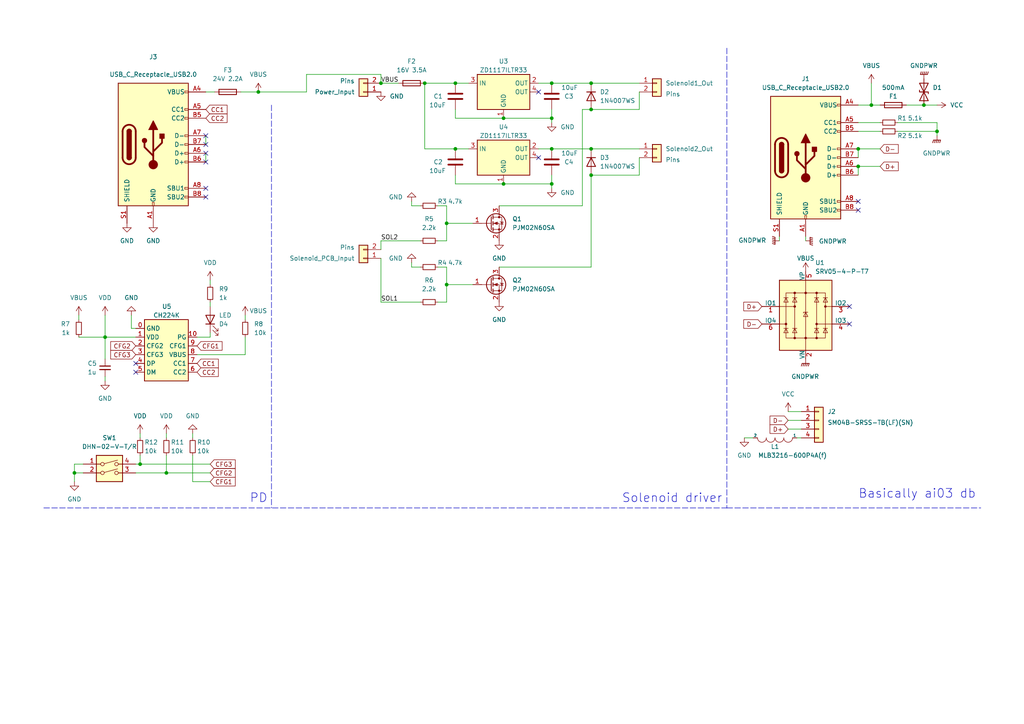
<source format=kicad_sch>
(kicad_sch (version 20211123) (generator eeschema)

  (uuid a1545928-1195-40b9-b3c4-78f837012afb)

  (paper "A4")

  (lib_symbols
    (symbol "Conn_01x04_1" (pin_names (offset 1.016) hide) (in_bom yes) (on_board yes)
      (property "Reference" "_" (id 0) (at 2.54 2.54 0)
        (effects (font (size 1.27 1.27)) (justify left))
      )
      (property "Value" "Conn_01x04_1" (id 1) (at 2.54 -0.635 0)
        (effects (font (size 1.27 1.27)) (justify left))
      )
      (property "Footprint" "" (id 2) (at 0 0 0)
        (effects (font (size 1.27 1.27)) hide)
      )
      (property "Datasheet" "~" (id 3) (at 0 0 0)
        (effects (font (size 1.27 1.27)) hide)
      )
      (property "ki_keywords" "connector" (id 4) (at 0 0 0)
        (effects (font (size 1.27 1.27)) hide)
      )
      (property "ki_description" "Generic connector, single row, 01x04, script generated (kicad-library-utils/schlib/autogen/connector/)" (id 5) (at 0 0 0)
        (effects (font (size 1.27 1.27)) hide)
      )
      (property "ki_fp_filters" "Connector*:*_1x??_*" (id 6) (at 0 0 0)
        (effects (font (size 1.27 1.27)) hide)
      )
      (symbol "Conn_01x04_1_1_1"
        (rectangle (start -1.27 0.127) (end 0 -0.127)
          (stroke (width 0.1524) (type default) (color 0 0 0 0))
          (fill (type none))
        )
        (rectangle (start -1.27 2.667) (end 0 2.413)
          (stroke (width 0.1524) (type default) (color 0 0 0 0))
          (fill (type none))
        )
        (rectangle (start -1.27 3.81) (end 1.27 -1.27)
          (stroke (width 0.254) (type default) (color 0 0 0 0))
          (fill (type background))
        )
        (pin passive line (at -5.08 2.54 0) (length 3.81)
          (name "Pin_1" (effects (font (size 1.27 1.27))))
          (number "1" (effects (font (size 1.27 1.27))))
        )
        (pin passive line (at -5.08 0 0) (length 3.81)
          (name "Pin_2" (effects (font (size 1.27 1.27))))
          (number "2" (effects (font (size 1.27 1.27))))
        )
      )
    )
    (symbol "Connector:USB_C_Receptacle_USB2.0" (pin_names (offset 1.016)) (in_bom yes) (on_board yes)
      (property "Reference" "J" (id 0) (at -10.16 19.05 0)
        (effects (font (size 1.27 1.27)) (justify left))
      )
      (property "Value" "USB_C_Receptacle_USB2.0" (id 1) (at 19.05 19.05 0)
        (effects (font (size 1.27 1.27)) (justify right))
      )
      (property "Footprint" "" (id 2) (at 3.81 0 0)
        (effects (font (size 1.27 1.27)) hide)
      )
      (property "Datasheet" "https://www.usb.org/sites/default/files/documents/usb_type-c.zip" (id 3) (at 3.81 0 0)
        (effects (font (size 1.27 1.27)) hide)
      )
      (property "ki_keywords" "usb universal serial bus type-C USB2.0" (id 4) (at 0 0 0)
        (effects (font (size 1.27 1.27)) hide)
      )
      (property "ki_description" "USB 2.0-only Type-C Receptacle connector" (id 5) (at 0 0 0)
        (effects (font (size 1.27 1.27)) hide)
      )
      (property "ki_fp_filters" "USB*C*Receptacle*" (id 6) (at 0 0 0)
        (effects (font (size 1.27 1.27)) hide)
      )
      (symbol "USB_C_Receptacle_USB2.0_0_0"
        (rectangle (start -0.254 -17.78) (end 0.254 -16.764)
          (stroke (width 0) (type default) (color 0 0 0 0))
          (fill (type none))
        )
        (rectangle (start 10.16 -14.986) (end 9.144 -15.494)
          (stroke (width 0) (type default) (color 0 0 0 0))
          (fill (type none))
        )
        (rectangle (start 10.16 -12.446) (end 9.144 -12.954)
          (stroke (width 0) (type default) (color 0 0 0 0))
          (fill (type none))
        )
        (rectangle (start 10.16 -4.826) (end 9.144 -5.334)
          (stroke (width 0) (type default) (color 0 0 0 0))
          (fill (type none))
        )
        (rectangle (start 10.16 -2.286) (end 9.144 -2.794)
          (stroke (width 0) (type default) (color 0 0 0 0))
          (fill (type none))
        )
        (rectangle (start 10.16 0.254) (end 9.144 -0.254)
          (stroke (width 0) (type default) (color 0 0 0 0))
          (fill (type none))
        )
        (rectangle (start 10.16 2.794) (end 9.144 2.286)
          (stroke (width 0) (type default) (color 0 0 0 0))
          (fill (type none))
        )
        (rectangle (start 10.16 7.874) (end 9.144 7.366)
          (stroke (width 0) (type default) (color 0 0 0 0))
          (fill (type none))
        )
        (rectangle (start 10.16 10.414) (end 9.144 9.906)
          (stroke (width 0) (type default) (color 0 0 0 0))
          (fill (type none))
        )
        (rectangle (start 10.16 15.494) (end 9.144 14.986)
          (stroke (width 0) (type default) (color 0 0 0 0))
          (fill (type none))
        )
      )
      (symbol "USB_C_Receptacle_USB2.0_0_1"
        (rectangle (start -10.16 17.78) (end 10.16 -17.78)
          (stroke (width 0.254) (type default) (color 0 0 0 0))
          (fill (type background))
        )
        (arc (start -8.89 -3.81) (mid -6.985 -5.715) (end -5.08 -3.81)
          (stroke (width 0.508) (type default) (color 0 0 0 0))
          (fill (type none))
        )
        (arc (start -7.62 -3.81) (mid -6.985 -4.445) (end -6.35 -3.81)
          (stroke (width 0.254) (type default) (color 0 0 0 0))
          (fill (type none))
        )
        (arc (start -7.62 -3.81) (mid -6.985 -4.445) (end -6.35 -3.81)
          (stroke (width 0.254) (type default) (color 0 0 0 0))
          (fill (type outline))
        )
        (rectangle (start -7.62 -3.81) (end -6.35 3.81)
          (stroke (width 0.254) (type default) (color 0 0 0 0))
          (fill (type outline))
        )
        (arc (start -6.35 3.81) (mid -6.985 4.445) (end -7.62 3.81)
          (stroke (width 0.254) (type default) (color 0 0 0 0))
          (fill (type none))
        )
        (arc (start -6.35 3.81) (mid -6.985 4.445) (end -7.62 3.81)
          (stroke (width 0.254) (type default) (color 0 0 0 0))
          (fill (type outline))
        )
        (arc (start -5.08 3.81) (mid -6.985 5.715) (end -8.89 3.81)
          (stroke (width 0.508) (type default) (color 0 0 0 0))
          (fill (type none))
        )
        (circle (center -2.54 1.143) (radius 0.635)
          (stroke (width 0.254) (type default) (color 0 0 0 0))
          (fill (type outline))
        )
        (circle (center 0 -5.842) (radius 1.27)
          (stroke (width 0) (type default) (color 0 0 0 0))
          (fill (type outline))
        )
        (polyline
          (pts
            (xy -8.89 -3.81)
            (xy -8.89 3.81)
          )
          (stroke (width 0.508) (type default) (color 0 0 0 0))
          (fill (type none))
        )
        (polyline
          (pts
            (xy -5.08 3.81)
            (xy -5.08 -3.81)
          )
          (stroke (width 0.508) (type default) (color 0 0 0 0))
          (fill (type none))
        )
        (polyline
          (pts
            (xy 0 -5.842)
            (xy 0 4.318)
          )
          (stroke (width 0.508) (type default) (color 0 0 0 0))
          (fill (type none))
        )
        (polyline
          (pts
            (xy 0 -3.302)
            (xy -2.54 -0.762)
            (xy -2.54 0.508)
          )
          (stroke (width 0.508) (type default) (color 0 0 0 0))
          (fill (type none))
        )
        (polyline
          (pts
            (xy 0 -2.032)
            (xy 2.54 0.508)
            (xy 2.54 1.778)
          )
          (stroke (width 0.508) (type default) (color 0 0 0 0))
          (fill (type none))
        )
        (polyline
          (pts
            (xy -1.27 4.318)
            (xy 0 6.858)
            (xy 1.27 4.318)
            (xy -1.27 4.318)
          )
          (stroke (width 0.254) (type default) (color 0 0 0 0))
          (fill (type outline))
        )
        (rectangle (start 1.905 1.778) (end 3.175 3.048)
          (stroke (width 0.254) (type default) (color 0 0 0 0))
          (fill (type outline))
        )
      )
      (symbol "USB_C_Receptacle_USB2.0_1_1"
        (pin passive line (at 0 -22.86 90) (length 5.08)
          (name "GND" (effects (font (size 1.27 1.27))))
          (number "A1" (effects (font (size 1.27 1.27))))
        )
        (pin passive line (at 0 -22.86 90) (length 5.08) hide
          (name "GND" (effects (font (size 1.27 1.27))))
          (number "A12" (effects (font (size 1.27 1.27))))
        )
        (pin passive line (at 15.24 15.24 180) (length 5.08)
          (name "VBUS" (effects (font (size 1.27 1.27))))
          (number "A4" (effects (font (size 1.27 1.27))))
        )
        (pin bidirectional line (at 15.24 10.16 180) (length 5.08)
          (name "CC1" (effects (font (size 1.27 1.27))))
          (number "A5" (effects (font (size 1.27 1.27))))
        )
        (pin bidirectional line (at 15.24 -2.54 180) (length 5.08)
          (name "D+" (effects (font (size 1.27 1.27))))
          (number "A6" (effects (font (size 1.27 1.27))))
        )
        (pin bidirectional line (at 15.24 2.54 180) (length 5.08)
          (name "D-" (effects (font (size 1.27 1.27))))
          (number "A7" (effects (font (size 1.27 1.27))))
        )
        (pin bidirectional line (at 15.24 -12.7 180) (length 5.08)
          (name "SBU1" (effects (font (size 1.27 1.27))))
          (number "A8" (effects (font (size 1.27 1.27))))
        )
        (pin passive line (at 15.24 15.24 180) (length 5.08) hide
          (name "VBUS" (effects (font (size 1.27 1.27))))
          (number "A9" (effects (font (size 1.27 1.27))))
        )
        (pin passive line (at 0 -22.86 90) (length 5.08) hide
          (name "GND" (effects (font (size 1.27 1.27))))
          (number "B1" (effects (font (size 1.27 1.27))))
        )
        (pin passive line (at 0 -22.86 90) (length 5.08) hide
          (name "GND" (effects (font (size 1.27 1.27))))
          (number "B12" (effects (font (size 1.27 1.27))))
        )
        (pin passive line (at 15.24 15.24 180) (length 5.08) hide
          (name "VBUS" (effects (font (size 1.27 1.27))))
          (number "B4" (effects (font (size 1.27 1.27))))
        )
        (pin bidirectional line (at 15.24 7.62 180) (length 5.08)
          (name "CC2" (effects (font (size 1.27 1.27))))
          (number "B5" (effects (font (size 1.27 1.27))))
        )
        (pin bidirectional line (at 15.24 -5.08 180) (length 5.08)
          (name "D+" (effects (font (size 1.27 1.27))))
          (number "B6" (effects (font (size 1.27 1.27))))
        )
        (pin bidirectional line (at 15.24 0 180) (length 5.08)
          (name "D-" (effects (font (size 1.27 1.27))))
          (number "B7" (effects (font (size 1.27 1.27))))
        )
        (pin bidirectional line (at 15.24 -15.24 180) (length 5.08)
          (name "SBU2" (effects (font (size 1.27 1.27))))
          (number "B8" (effects (font (size 1.27 1.27))))
        )
        (pin passive line (at 15.24 15.24 180) (length 5.08) hide
          (name "VBUS" (effects (font (size 1.27 1.27))))
          (number "B9" (effects (font (size 1.27 1.27))))
        )
        (pin passive line (at -7.62 -22.86 90) (length 5.08)
          (name "SHIELD" (effects (font (size 1.27 1.27))))
          (number "S1" (effects (font (size 1.27 1.27))))
        )
      )
    )
    (symbol "Connector_Generic:Conn_01x04" (pin_names (offset 1.016) hide) (in_bom yes) (on_board yes)
      (property "Reference" "J" (id 0) (at 0 5.08 0)
        (effects (font (size 1.27 1.27)))
      )
      (property "Value" "Conn_01x04" (id 1) (at 0 -7.62 0)
        (effects (font (size 1.27 1.27)))
      )
      (property "Footprint" "" (id 2) (at 0 0 0)
        (effects (font (size 1.27 1.27)) hide)
      )
      (property "Datasheet" "~" (id 3) (at 0 0 0)
        (effects (font (size 1.27 1.27)) hide)
      )
      (property "ki_keywords" "connector" (id 4) (at 0 0 0)
        (effects (font (size 1.27 1.27)) hide)
      )
      (property "ki_description" "Generic connector, single row, 01x04, script generated (kicad-library-utils/schlib/autogen/connector/)" (id 5) (at 0 0 0)
        (effects (font (size 1.27 1.27)) hide)
      )
      (property "ki_fp_filters" "Connector*:*_1x??_*" (id 6) (at 0 0 0)
        (effects (font (size 1.27 1.27)) hide)
      )
      (symbol "Conn_01x04_1_1"
        (rectangle (start -1.27 -4.953) (end 0 -5.207)
          (stroke (width 0.1524) (type default) (color 0 0 0 0))
          (fill (type none))
        )
        (rectangle (start -1.27 -2.413) (end 0 -2.667)
          (stroke (width 0.1524) (type default) (color 0 0 0 0))
          (fill (type none))
        )
        (rectangle (start -1.27 0.127) (end 0 -0.127)
          (stroke (width 0.1524) (type default) (color 0 0 0 0))
          (fill (type none))
        )
        (rectangle (start -1.27 2.667) (end 0 2.413)
          (stroke (width 0.1524) (type default) (color 0 0 0 0))
          (fill (type none))
        )
        (rectangle (start -1.27 3.81) (end 1.27 -6.35)
          (stroke (width 0.254) (type default) (color 0 0 0 0))
          (fill (type background))
        )
        (pin passive line (at -5.08 2.54 0) (length 3.81)
          (name "Pin_1" (effects (font (size 1.27 1.27))))
          (number "1" (effects (font (size 1.27 1.27))))
        )
        (pin passive line (at -5.08 0 0) (length 3.81)
          (name "Pin_2" (effects (font (size 1.27 1.27))))
          (number "2" (effects (font (size 1.27 1.27))))
        )
        (pin passive line (at -5.08 -2.54 0) (length 3.81)
          (name "Pin_3" (effects (font (size 1.27 1.27))))
          (number "3" (effects (font (size 1.27 1.27))))
        )
        (pin passive line (at -5.08 -5.08 0) (length 3.81)
          (name "Pin_4" (effects (font (size 1.27 1.27))))
          (number "4" (effects (font (size 1.27 1.27))))
        )
      )
    )
    (symbol "Device:C" (pin_numbers hide) (pin_names (offset 0.254)) (in_bom yes) (on_board yes)
      (property "Reference" "C" (id 0) (at 0.635 2.54 0)
        (effects (font (size 1.27 1.27)) (justify left))
      )
      (property "Value" "C" (id 1) (at 0.635 -2.54 0)
        (effects (font (size 1.27 1.27)) (justify left))
      )
      (property "Footprint" "" (id 2) (at 0.9652 -3.81 0)
        (effects (font (size 1.27 1.27)) hide)
      )
      (property "Datasheet" "~" (id 3) (at 0 0 0)
        (effects (font (size 1.27 1.27)) hide)
      )
      (property "ki_keywords" "cap capacitor" (id 4) (at 0 0 0)
        (effects (font (size 1.27 1.27)) hide)
      )
      (property "ki_description" "Unpolarized capacitor" (id 5) (at 0 0 0)
        (effects (font (size 1.27 1.27)) hide)
      )
      (property "ki_fp_filters" "C_*" (id 6) (at 0 0 0)
        (effects (font (size 1.27 1.27)) hide)
      )
      (symbol "C_0_1"
        (polyline
          (pts
            (xy -2.032 -0.762)
            (xy 2.032 -0.762)
          )
          (stroke (width 0.508) (type default) (color 0 0 0 0))
          (fill (type none))
        )
        (polyline
          (pts
            (xy -2.032 0.762)
            (xy 2.032 0.762)
          )
          (stroke (width 0.508) (type default) (color 0 0 0 0))
          (fill (type none))
        )
      )
      (symbol "C_1_1"
        (pin passive line (at 0 3.81 270) (length 2.794)
          (name "~" (effects (font (size 1.27 1.27))))
          (number "1" (effects (font (size 1.27 1.27))))
        )
        (pin passive line (at 0 -3.81 90) (length 2.794)
          (name "~" (effects (font (size 1.27 1.27))))
          (number "2" (effects (font (size 1.27 1.27))))
        )
      )
    )
    (symbol "Device:C_Small" (pin_numbers hide) (pin_names (offset 0.254) hide) (in_bom yes) (on_board yes)
      (property "Reference" "C" (id 0) (at 0.254 1.778 0)
        (effects (font (size 1.27 1.27)) (justify left))
      )
      (property "Value" "C_Small" (id 1) (at 0.254 -2.032 0)
        (effects (font (size 1.27 1.27)) (justify left))
      )
      (property "Footprint" "" (id 2) (at 0 0 0)
        (effects (font (size 1.27 1.27)) hide)
      )
      (property "Datasheet" "~" (id 3) (at 0 0 0)
        (effects (font (size 1.27 1.27)) hide)
      )
      (property "ki_keywords" "capacitor cap" (id 4) (at 0 0 0)
        (effects (font (size 1.27 1.27)) hide)
      )
      (property "ki_description" "Unpolarized capacitor, small symbol" (id 5) (at 0 0 0)
        (effects (font (size 1.27 1.27)) hide)
      )
      (property "ki_fp_filters" "C_*" (id 6) (at 0 0 0)
        (effects (font (size 1.27 1.27)) hide)
      )
      (symbol "C_Small_0_1"
        (polyline
          (pts
            (xy -1.524 -0.508)
            (xy 1.524 -0.508)
          )
          (stroke (width 0.3302) (type default) (color 0 0 0 0))
          (fill (type none))
        )
        (polyline
          (pts
            (xy -1.524 0.508)
            (xy 1.524 0.508)
          )
          (stroke (width 0.3048) (type default) (color 0 0 0 0))
          (fill (type none))
        )
      )
      (symbol "C_Small_1_1"
        (pin passive line (at 0 2.54 270) (length 2.032)
          (name "~" (effects (font (size 1.27 1.27))))
          (number "1" (effects (font (size 1.27 1.27))))
        )
        (pin passive line (at 0 -2.54 90) (length 2.032)
          (name "~" (effects (font (size 1.27 1.27))))
          (number "2" (effects (font (size 1.27 1.27))))
        )
      )
    )
    (symbol "Device:D_TVS" (pin_numbers hide) (pin_names (offset 1.016) hide) (in_bom yes) (on_board yes)
      (property "Reference" "D" (id 0) (at 0 2.54 0)
        (effects (font (size 1.27 1.27)))
      )
      (property "Value" "D_TVS" (id 1) (at 0 -2.54 0)
        (effects (font (size 1.27 1.27)))
      )
      (property "Footprint" "" (id 2) (at 0 0 0)
        (effects (font (size 1.27 1.27)) hide)
      )
      (property "Datasheet" "~" (id 3) (at 0 0 0)
        (effects (font (size 1.27 1.27)) hide)
      )
      (property "ki_keywords" "diode TVS thyrector" (id 4) (at 0 0 0)
        (effects (font (size 1.27 1.27)) hide)
      )
      (property "ki_description" "Bidirectional transient-voltage-suppression diode" (id 5) (at 0 0 0)
        (effects (font (size 1.27 1.27)) hide)
      )
      (property "ki_fp_filters" "TO-???* *_Diode_* *SingleDiode* D_*" (id 6) (at 0 0 0)
        (effects (font (size 1.27 1.27)) hide)
      )
      (symbol "D_TVS_0_1"
        (polyline
          (pts
            (xy 1.27 0)
            (xy -1.27 0)
          )
          (stroke (width 0) (type default) (color 0 0 0 0))
          (fill (type none))
        )
        (polyline
          (pts
            (xy 0.508 1.27)
            (xy 0 1.27)
            (xy 0 -1.27)
            (xy -0.508 -1.27)
          )
          (stroke (width 0.254) (type default) (color 0 0 0 0))
          (fill (type none))
        )
        (polyline
          (pts
            (xy -2.54 1.27)
            (xy -2.54 -1.27)
            (xy 2.54 1.27)
            (xy 2.54 -1.27)
            (xy -2.54 1.27)
          )
          (stroke (width 0.254) (type default) (color 0 0 0 0))
          (fill (type none))
        )
      )
      (symbol "D_TVS_1_1"
        (pin passive line (at -3.81 0 0) (length 2.54)
          (name "A1" (effects (font (size 1.27 1.27))))
          (number "1" (effects (font (size 1.27 1.27))))
        )
        (pin passive line (at 3.81 0 180) (length 2.54)
          (name "A2" (effects (font (size 1.27 1.27))))
          (number "2" (effects (font (size 1.27 1.27))))
        )
      )
    )
    (symbol "Device:Fuse" (pin_numbers hide) (pin_names (offset 0)) (in_bom yes) (on_board yes)
      (property "Reference" "F" (id 0) (at 2.032 0 90)
        (effects (font (size 1.27 1.27)))
      )
      (property "Value" "Fuse" (id 1) (at -1.905 0 90)
        (effects (font (size 1.27 1.27)))
      )
      (property "Footprint" "" (id 2) (at -1.778 0 90)
        (effects (font (size 1.27 1.27)) hide)
      )
      (property "Datasheet" "~" (id 3) (at 0 0 0)
        (effects (font (size 1.27 1.27)) hide)
      )
      (property "ki_keywords" "fuse" (id 4) (at 0 0 0)
        (effects (font (size 1.27 1.27)) hide)
      )
      (property "ki_description" "Fuse" (id 5) (at 0 0 0)
        (effects (font (size 1.27 1.27)) hide)
      )
      (property "ki_fp_filters" "*Fuse*" (id 6) (at 0 0 0)
        (effects (font (size 1.27 1.27)) hide)
      )
      (symbol "Fuse_0_1"
        (rectangle (start -0.762 -2.54) (end 0.762 2.54)
          (stroke (width 0.254) (type default) (color 0 0 0 0))
          (fill (type none))
        )
        (polyline
          (pts
            (xy 0 2.54)
            (xy 0 -2.54)
          )
          (stroke (width 0) (type default) (color 0 0 0 0))
          (fill (type none))
        )
      )
      (symbol "Fuse_1_1"
        (pin passive line (at 0 3.81 270) (length 1.27)
          (name "~" (effects (font (size 1.27 1.27))))
          (number "1" (effects (font (size 1.27 1.27))))
        )
        (pin passive line (at 0 -3.81 90) (length 1.27)
          (name "~" (effects (font (size 1.27 1.27))))
          (number "2" (effects (font (size 1.27 1.27))))
        )
      )
    )
    (symbol "Device:LED" (pin_numbers hide) (pin_names (offset 1.016) hide) (in_bom yes) (on_board yes)
      (property "Reference" "D" (id 0) (at 0 2.54 0)
        (effects (font (size 1.27 1.27)))
      )
      (property "Value" "LED" (id 1) (at 0 -2.54 0)
        (effects (font (size 1.27 1.27)))
      )
      (property "Footprint" "" (id 2) (at 0 0 0)
        (effects (font (size 1.27 1.27)) hide)
      )
      (property "Datasheet" "~" (id 3) (at 0 0 0)
        (effects (font (size 1.27 1.27)) hide)
      )
      (property "ki_keywords" "LED diode" (id 4) (at 0 0 0)
        (effects (font (size 1.27 1.27)) hide)
      )
      (property "ki_description" "Light emitting diode" (id 5) (at 0 0 0)
        (effects (font (size 1.27 1.27)) hide)
      )
      (property "ki_fp_filters" "LED* LED_SMD:* LED_THT:*" (id 6) (at 0 0 0)
        (effects (font (size 1.27 1.27)) hide)
      )
      (symbol "LED_0_1"
        (polyline
          (pts
            (xy -1.27 -1.27)
            (xy -1.27 1.27)
          )
          (stroke (width 0.254) (type default) (color 0 0 0 0))
          (fill (type none))
        )
        (polyline
          (pts
            (xy -1.27 0)
            (xy 1.27 0)
          )
          (stroke (width 0) (type default) (color 0 0 0 0))
          (fill (type none))
        )
        (polyline
          (pts
            (xy 1.27 -1.27)
            (xy 1.27 1.27)
            (xy -1.27 0)
            (xy 1.27 -1.27)
          )
          (stroke (width 0.254) (type default) (color 0 0 0 0))
          (fill (type none))
        )
        (polyline
          (pts
            (xy -3.048 -0.762)
            (xy -4.572 -2.286)
            (xy -3.81 -2.286)
            (xy -4.572 -2.286)
            (xy -4.572 -1.524)
          )
          (stroke (width 0) (type default) (color 0 0 0 0))
          (fill (type none))
        )
        (polyline
          (pts
            (xy -1.778 -0.762)
            (xy -3.302 -2.286)
            (xy -2.54 -2.286)
            (xy -3.302 -2.286)
            (xy -3.302 -1.524)
          )
          (stroke (width 0) (type default) (color 0 0 0 0))
          (fill (type none))
        )
      )
      (symbol "LED_1_1"
        (pin passive line (at -3.81 0 0) (length 2.54)
          (name "K" (effects (font (size 1.27 1.27))))
          (number "1" (effects (font (size 1.27 1.27))))
        )
        (pin passive line (at 3.81 0 180) (length 2.54)
          (name "A" (effects (font (size 1.27 1.27))))
          (number "2" (effects (font (size 1.27 1.27))))
        )
      )
    )
    (symbol "Device:R_Small" (pin_numbers hide) (pin_names (offset 0.254) hide) (in_bom yes) (on_board yes)
      (property "Reference" "R" (id 0) (at 0.762 0.508 0)
        (effects (font (size 1.27 1.27)) (justify left))
      )
      (property "Value" "R_Small" (id 1) (at 0.762 -1.016 0)
        (effects (font (size 1.27 1.27)) (justify left))
      )
      (property "Footprint" "" (id 2) (at 0 0 0)
        (effects (font (size 1.27 1.27)) hide)
      )
      (property "Datasheet" "~" (id 3) (at 0 0 0)
        (effects (font (size 1.27 1.27)) hide)
      )
      (property "ki_keywords" "R resistor" (id 4) (at 0 0 0)
        (effects (font (size 1.27 1.27)) hide)
      )
      (property "ki_description" "Resistor, small symbol" (id 5) (at 0 0 0)
        (effects (font (size 1.27 1.27)) hide)
      )
      (property "ki_fp_filters" "R_*" (id 6) (at 0 0 0)
        (effects (font (size 1.27 1.27)) hide)
      )
      (symbol "R_Small_0_1"
        (rectangle (start -0.762 1.778) (end 0.762 -1.778)
          (stroke (width 0.2032) (type default) (color 0 0 0 0))
          (fill (type none))
        )
      )
      (symbol "R_Small_1_1"
        (pin passive line (at 0 2.54 270) (length 0.762)
          (name "~" (effects (font (size 1.27 1.27))))
          (number "1" (effects (font (size 1.27 1.27))))
        )
        (pin passive line (at 0 -2.54 90) (length 0.762)
          (name "~" (effects (font (size 1.27 1.27))))
          (number "2" (effects (font (size 1.27 1.27))))
        )
      )
    )
    (symbol "Diode:1N914" (pin_numbers hide) (pin_names hide) (in_bom yes) (on_board yes)
      (property "Reference" "D" (id 0) (at 0 2.54 0)
        (effects (font (size 1.27 1.27)))
      )
      (property "Value" "1N914" (id 1) (at 0 -2.54 0)
        (effects (font (size 1.27 1.27)))
      )
      (property "Footprint" "Diode_THT:D_DO-35_SOD27_P7.62mm_Horizontal" (id 2) (at 0 -4.445 0)
        (effects (font (size 1.27 1.27)) hide)
      )
      (property "Datasheet" "http://www.vishay.com/docs/85622/1n914.pdf" (id 3) (at 0 0 0)
        (effects (font (size 1.27 1.27)) hide)
      )
      (property "ki_keywords" "diode" (id 4) (at 0 0 0)
        (effects (font (size 1.27 1.27)) hide)
      )
      (property "ki_description" "100V 0.3A Small Signal Fast Switching Diode, DO-35" (id 5) (at 0 0 0)
        (effects (font (size 1.27 1.27)) hide)
      )
      (property "ki_fp_filters" "D*DO?35*" (id 6) (at 0 0 0)
        (effects (font (size 1.27 1.27)) hide)
      )
      (symbol "1N914_0_1"
        (polyline
          (pts
            (xy -1.27 1.27)
            (xy -1.27 -1.27)
          )
          (stroke (width 0.254) (type default) (color 0 0 0 0))
          (fill (type none))
        )
        (polyline
          (pts
            (xy 1.27 0)
            (xy -1.27 0)
          )
          (stroke (width 0) (type default) (color 0 0 0 0))
          (fill (type none))
        )
        (polyline
          (pts
            (xy 1.27 1.27)
            (xy 1.27 -1.27)
            (xy -1.27 0)
            (xy 1.27 1.27)
          )
          (stroke (width 0.254) (type default) (color 0 0 0 0))
          (fill (type none))
        )
      )
      (symbol "1N914_1_1"
        (pin passive line (at -3.81 0 0) (length 2.54)
          (name "K" (effects (font (size 1.27 1.27))))
          (number "1" (effects (font (size 1.27 1.27))))
        )
        (pin passive line (at 3.81 0 180) (length 2.54)
          (name "A" (effects (font (size 1.27 1.27))))
          (number "2" (effects (font (size 1.27 1.27))))
        )
      )
    )
    (symbol "Driver_FET:HIP4082xB" (in_bom yes) (on_board yes)
      (property "Reference" "U?" (id 0) (at 1.27 11.43 0)
        (effects (font (size 1.27 1.27)) (justify left))
      )
      (property "Value" "CH224K" (id 1) (at 1.27 8.89 0)
        (effects (font (size 1.27 1.27)) (justify left))
      )
      (property "Footprint" "" (id 2) (at 2.54 19.05 0)
        (effects (font (size 1.27 1.27)) (justify left) hide)
      )
      (property "Datasheet" "" (id 3) (at 2.54 19.05 0)
        (effects (font (size 1.27 1.27)) hide)
      )
      (property "ki_keywords" "Driver H-bridge" (id 4) (at 0 0 0)
        (effects (font (size 1.27 1.27)) hide)
      )
      (property "ki_description" "80V, 1.25A Peak Current H-Bridge FET Driver, SOIC-16" (id 5) (at 0 0 0)
        (effects (font (size 1.27 1.27)) hide)
      )
      (property "ki_fp_filters" "SOIC*3.9x9.9mm*P1.27mm*" (id 6) (at 0 0 0)
        (effects (font (size 1.27 1.27)) hide)
      )
      (symbol "HIP4082xB_0_0"
        (pin passive line (at -8.89 5.08 0) (length 2.54)
          (name "GND" (effects (font (size 1.27 1.27))))
          (number "0" (effects (font (size 1.27 1.27))))
        )
      )
      (symbol "HIP4082xB_1_1"
        (rectangle (start -6.35 7.62) (end 6.35 -10.16)
          (stroke (width 0.254) (type default) (color 0 0 0 0))
          (fill (type background))
        )
        (pin input line (at -8.89 2.54 0) (length 2.54)
          (name "VDD" (effects (font (size 1.27 1.27))))
          (number "1" (effects (font (size 1.27 1.27))))
        )
        (pin output line (at 8.89 2.54 180) (length 2.54)
          (name "PG" (effects (font (size 1.27 1.27))))
          (number "10" (effects (font (size 1.27 1.27))))
        )
        (pin input line (at -8.89 0 0) (length 2.54)
          (name "CFG2" (effects (font (size 1.27 1.27))))
          (number "2" (effects (font (size 1.27 1.27))))
        )
        (pin input line (at -8.89 -2.54 0) (length 2.54)
          (name "CFG3" (effects (font (size 1.27 1.27))))
          (number "3" (effects (font (size 1.27 1.27))))
        )
        (pin input line (at -8.89 -5.08 0) (length 2.54)
          (name "DP" (effects (font (size 1.27 1.27))))
          (number "4" (effects (font (size 1.27 1.27))))
        )
        (pin input line (at -8.89 -7.62 0) (length 2.54)
          (name "DM" (effects (font (size 1.27 1.27))))
          (number "5" (effects (font (size 1.27 1.27))))
        )
        (pin input line (at 8.89 -7.62 180) (length 2.54)
          (name "CC2" (effects (font (size 1.27 1.27))))
          (number "6" (effects (font (size 1.27 1.27))))
        )
        (pin input line (at 8.89 -5.08 180) (length 2.54)
          (name "CC1" (effects (font (size 1.27 1.27))))
          (number "7" (effects (font (size 1.27 1.27))))
        )
        (pin input line (at 8.89 -2.54 180) (length 2.54)
          (name "VBUS" (effects (font (size 1.27 1.27))))
          (number "8" (effects (font (size 1.27 1.27))))
        )
        (pin input line (at 8.89 0 180) (length 2.54)
          (name "CFG1" (effects (font (size 1.27 1.27))))
          (number "9" (effects (font (size 1.27 1.27))))
        )
      )
    )
    (symbol "GND_1" (power) (pin_names (offset 0)) (in_bom yes) (on_board yes)
      (property "Reference" "#PWR" (id 0) (at 0 -6.35 0)
        (effects (font (size 1.27 1.27)) hide)
      )
      (property "Value" "GND_1" (id 1) (at 0 -3.81 0)
        (effects (font (size 1.27 1.27)))
      )
      (property "Footprint" "" (id 2) (at 0 0 0)
        (effects (font (size 1.27 1.27)) hide)
      )
      (property "Datasheet" "" (id 3) (at 0 0 0)
        (effects (font (size 1.27 1.27)) hide)
      )
      (property "ki_keywords" "global power" (id 4) (at 0 0 0)
        (effects (font (size 1.27 1.27)) hide)
      )
      (property "ki_description" "Power symbol creates a global label with name \"GND\" , ground" (id 5) (at 0 0 0)
        (effects (font (size 1.27 1.27)) hide)
      )
      (symbol "GND_1_0_1"
        (polyline
          (pts
            (xy 0 0)
            (xy 0 -1.27)
            (xy 1.27 -1.27)
            (xy 0 -2.54)
            (xy -1.27 -1.27)
            (xy 0 -1.27)
          )
          (stroke (width 0) (type default) (color 0 0 0 0))
          (fill (type none))
        )
      )
      (symbol "GND_1_1_1"
        (pin power_in line (at 0 0 270) (length 0) hide
          (name "GND" (effects (font (size 1.27 1.27))))
          (number "1" (effects (font (size 1.27 1.27))))
        )
      )
    )
    (symbol "GND_2" (power) (pin_names (offset 0)) (in_bom yes) (on_board yes)
      (property "Reference" "#PWR" (id 0) (at 0 -6.35 0)
        (effects (font (size 1.27 1.27)) hide)
      )
      (property "Value" "GND_2" (id 1) (at 0 -3.81 0)
        (effects (font (size 1.27 1.27)))
      )
      (property "Footprint" "" (id 2) (at 0 0 0)
        (effects (font (size 1.27 1.27)) hide)
      )
      (property "Datasheet" "" (id 3) (at 0 0 0)
        (effects (font (size 1.27 1.27)) hide)
      )
      (property "ki_keywords" "global power" (id 4) (at 0 0 0)
        (effects (font (size 1.27 1.27)) hide)
      )
      (property "ki_description" "Power symbol creates a global label with name \"GND\" , ground" (id 5) (at 0 0 0)
        (effects (font (size 1.27 1.27)) hide)
      )
      (symbol "GND_2_0_1"
        (polyline
          (pts
            (xy 0 0)
            (xy 0 -1.27)
            (xy 1.27 -1.27)
            (xy 0 -2.54)
            (xy -1.27 -1.27)
            (xy 0 -1.27)
          )
          (stroke (width 0) (type default) (color 0 0 0 0))
          (fill (type none))
        )
      )
      (symbol "GND_2_1_1"
        (pin power_in line (at 0 0 270) (length 0) hide
          (name "GND" (effects (font (size 1.27 1.27))))
          (number "1" (effects (font (size 1.27 1.27))))
        )
      )
    )
    (symbol "GND_3" (power) (pin_names (offset 0)) (in_bom yes) (on_board yes)
      (property "Reference" "#PWR" (id 0) (at 0 -6.35 0)
        (effects (font (size 1.27 1.27)) hide)
      )
      (property "Value" "GND_3" (id 1) (at 0 -3.81 0)
        (effects (font (size 1.27 1.27)))
      )
      (property "Footprint" "" (id 2) (at 0 0 0)
        (effects (font (size 1.27 1.27)) hide)
      )
      (property "Datasheet" "" (id 3) (at 0 0 0)
        (effects (font (size 1.27 1.27)) hide)
      )
      (property "ki_keywords" "global power" (id 4) (at 0 0 0)
        (effects (font (size 1.27 1.27)) hide)
      )
      (property "ki_description" "Power symbol creates a global label with name \"GND\" , ground" (id 5) (at 0 0 0)
        (effects (font (size 1.27 1.27)) hide)
      )
      (symbol "GND_3_0_1"
        (polyline
          (pts
            (xy 0 0)
            (xy 0 -1.27)
            (xy 1.27 -1.27)
            (xy 0 -2.54)
            (xy -1.27 -1.27)
            (xy 0 -1.27)
          )
          (stroke (width 0) (type default) (color 0 0 0 0))
          (fill (type none))
        )
      )
      (symbol "GND_3_1_1"
        (pin power_in line (at 0 0 270) (length 0) hide
          (name "GND" (effects (font (size 1.27 1.27))))
          (number "1" (effects (font (size 1.27 1.27))))
        )
      )
    )
    (symbol "GND_4" (power) (pin_names (offset 0)) (in_bom yes) (on_board yes)
      (property "Reference" "#PWR" (id 0) (at 0 -6.35 0)
        (effects (font (size 1.27 1.27)) hide)
      )
      (property "Value" "GND_4" (id 1) (at 0 -3.81 0)
        (effects (font (size 1.27 1.27)))
      )
      (property "Footprint" "" (id 2) (at 0 0 0)
        (effects (font (size 1.27 1.27)) hide)
      )
      (property "Datasheet" "" (id 3) (at 0 0 0)
        (effects (font (size 1.27 1.27)) hide)
      )
      (property "ki_keywords" "global power" (id 4) (at 0 0 0)
        (effects (font (size 1.27 1.27)) hide)
      )
      (property "ki_description" "Power symbol creates a global label with name \"GND\" , ground" (id 5) (at 0 0 0)
        (effects (font (size 1.27 1.27)) hide)
      )
      (symbol "GND_4_0_1"
        (polyline
          (pts
            (xy 0 0)
            (xy 0 -1.27)
            (xy 1.27 -1.27)
            (xy 0 -2.54)
            (xy -1.27 -1.27)
            (xy 0 -1.27)
          )
          (stroke (width 0) (type default) (color 0 0 0 0))
          (fill (type none))
        )
      )
      (symbol "GND_4_1_1"
        (pin power_in line (at 0 0 270) (length 0) hide
          (name "GND" (effects (font (size 1.27 1.27))))
          (number "1" (effects (font (size 1.27 1.27))))
        )
      )
    )
    (symbol "GND_5" (power) (pin_names (offset 0)) (in_bom yes) (on_board yes)
      (property "Reference" "#PWR" (id 0) (at 0 -6.35 0)
        (effects (font (size 1.27 1.27)) hide)
      )
      (property "Value" "GND_5" (id 1) (at 0 -3.81 0)
        (effects (font (size 1.27 1.27)))
      )
      (property "Footprint" "" (id 2) (at 0 0 0)
        (effects (font (size 1.27 1.27)) hide)
      )
      (property "Datasheet" "" (id 3) (at 0 0 0)
        (effects (font (size 1.27 1.27)) hide)
      )
      (property "ki_keywords" "global power" (id 4) (at 0 0 0)
        (effects (font (size 1.27 1.27)) hide)
      )
      (property "ki_description" "Power symbol creates a global label with name \"GND\" , ground" (id 5) (at 0 0 0)
        (effects (font (size 1.27 1.27)) hide)
      )
      (symbol "GND_5_0_1"
        (polyline
          (pts
            (xy 0 0)
            (xy 0 -1.27)
            (xy 1.27 -1.27)
            (xy 0 -2.54)
            (xy -1.27 -1.27)
            (xy 0 -1.27)
          )
          (stroke (width 0) (type default) (color 0 0 0 0))
          (fill (type none))
        )
      )
      (symbol "GND_5_1_1"
        (pin power_in line (at 0 0 270) (length 0) hide
          (name "GND" (effects (font (size 1.27 1.27))))
          (number "1" (effects (font (size 1.27 1.27))))
        )
      )
    )
    (symbol "GND_6" (power) (pin_names (offset 0)) (in_bom yes) (on_board yes)
      (property "Reference" "#PWR" (id 0) (at 0 -6.35 0)
        (effects (font (size 1.27 1.27)) hide)
      )
      (property "Value" "GND_6" (id 1) (at 0 -3.81 0)
        (effects (font (size 1.27 1.27)))
      )
      (property "Footprint" "" (id 2) (at 0 0 0)
        (effects (font (size 1.27 1.27)) hide)
      )
      (property "Datasheet" "" (id 3) (at 0 0 0)
        (effects (font (size 1.27 1.27)) hide)
      )
      (property "ki_keywords" "global power" (id 4) (at 0 0 0)
        (effects (font (size 1.27 1.27)) hide)
      )
      (property "ki_description" "Power symbol creates a global label with name \"GND\" , ground" (id 5) (at 0 0 0)
        (effects (font (size 1.27 1.27)) hide)
      )
      (symbol "GND_6_0_1"
        (polyline
          (pts
            (xy 0 0)
            (xy 0 -1.27)
            (xy 1.27 -1.27)
            (xy 0 -2.54)
            (xy -1.27 -1.27)
            (xy 0 -1.27)
          )
          (stroke (width 0) (type default) (color 0 0 0 0))
          (fill (type none))
        )
      )
      (symbol "GND_6_1_1"
        (pin power_in line (at 0 0 270) (length 0) hide
          (name "GND" (effects (font (size 1.27 1.27))))
          (number "1" (effects (font (size 1.27 1.27))))
        )
      )
    )
    (symbol "LT1963AxST-3.3_2" (in_bom yes) (on_board yes)
      (property "Reference" "U?" (id 0) (at 0 10.16 0)
        (effects (font (size 1.27 1.27)))
      )
      (property "Value" "LT1963AxST-3.3_2" (id 1) (at 0 7.62 0)
        (effects (font (size 1.27 1.27)))
      )
      (property "Footprint" "Package_TO_SOT_SMD:SOT-223-3_TabPin2" (id 2) (at 0 -11.43 0)
        (effects (font (size 1.27 1.27)) hide)
      )
      (property "Datasheet" "https://www.analog.com/media/en/technical-documentation/data-sheets/1963aff.pdf" (id 3) (at 0 -13.97 0)
        (effects (font (size 1.27 1.27)) hide)
      )
      (property "ki_keywords" "LDO voltage regulator fixed" (id 4) (at 0 0 0)
        (effects (font (size 1.27 1.27)) hide)
      )
      (property "ki_description" "3.3V, 1.5A, Low Noise, Fast Transient Response LDO Regulator, SOT-223" (id 5) (at 0 0 0)
        (effects (font (size 1.27 1.27)) hide)
      )
      (property "ki_fp_filters" "SOT*223*" (id 6) (at 0 0 0)
        (effects (font (size 1.27 1.27)) hide)
      )
      (symbol "LT1963AxST-3.3_2_0_1"
        (rectangle (start -7.62 5.08) (end 7.62 -5.08)
          (stroke (width 0.254) (type default) (color 0 0 0 0))
          (fill (type background))
        )
      )
      (symbol "LT1963AxST-3.3_2_1_1"
        (pin power_in line (at 0 -7.62 90) (length 2.54)
          (name "GND" (effects (font (size 1.27 1.27))))
          (number "1" (effects (font (size 1.27 1.27))))
        )
        (pin power_out line (at 10.16 2.54 180) (length 2.54)
          (name "OUT" (effects (font (size 1.27 1.27))))
          (number "2" (effects (font (size 1.27 1.27))))
        )
        (pin power_in line (at -10.16 2.54 0) (length 2.54)
          (name "IN" (effects (font (size 1.27 1.27))))
          (number "3" (effects (font (size 1.27 1.27))))
        )
        (pin power_out line (at 10.16 0 180) (length 2.54)
          (name "OUT" (effects (font (size 1.27 1.27))))
          (number "4" (effects (font (size 1.27 1.27))))
        )
      )
    )
    (symbol "Switch:SW_DIP_x02" (pin_names (offset 0) hide) (in_bom yes) (on_board yes)
      (property "Reference" "SW" (id 0) (at 0 6.35 0)
        (effects (font (size 1.27 1.27)))
      )
      (property "Value" "SW_DIP_x02" (id 1) (at 0 -3.81 0)
        (effects (font (size 1.27 1.27)))
      )
      (property "Footprint" "" (id 2) (at 0 0 0)
        (effects (font (size 1.27 1.27)) hide)
      )
      (property "Datasheet" "~" (id 3) (at 0 0 0)
        (effects (font (size 1.27 1.27)) hide)
      )
      (property "ki_keywords" "dip switch" (id 4) (at 0 0 0)
        (effects (font (size 1.27 1.27)) hide)
      )
      (property "ki_description" "2x DIP Switch, Single Pole Single Throw (SPST) switch, small symbol" (id 5) (at 0 0 0)
        (effects (font (size 1.27 1.27)) hide)
      )
      (property "ki_fp_filters" "SW?DIP?x2*" (id 6) (at 0 0 0)
        (effects (font (size 1.27 1.27)) hide)
      )
      (symbol "SW_DIP_x02_0_0"
        (circle (center -2.032 0) (radius 0.508)
          (stroke (width 0) (type default) (color 0 0 0 0))
          (fill (type none))
        )
        (circle (center -2.032 2.54) (radius 0.508)
          (stroke (width 0) (type default) (color 0 0 0 0))
          (fill (type none))
        )
        (polyline
          (pts
            (xy -1.524 0.127)
            (xy 2.3622 1.1684)
          )
          (stroke (width 0) (type default) (color 0 0 0 0))
          (fill (type none))
        )
        (polyline
          (pts
            (xy -1.524 2.667)
            (xy 2.3622 3.7084)
          )
          (stroke (width 0) (type default) (color 0 0 0 0))
          (fill (type none))
        )
        (circle (center 2.032 0) (radius 0.508)
          (stroke (width 0) (type default) (color 0 0 0 0))
          (fill (type none))
        )
        (circle (center 2.032 2.54) (radius 0.508)
          (stroke (width 0) (type default) (color 0 0 0 0))
          (fill (type none))
        )
      )
      (symbol "SW_DIP_x02_0_1"
        (rectangle (start -3.81 5.08) (end 3.81 -2.54)
          (stroke (width 0.254) (type default) (color 0 0 0 0))
          (fill (type background))
        )
      )
      (symbol "SW_DIP_x02_1_1"
        (pin passive line (at -7.62 2.54 0) (length 5.08)
          (name "~" (effects (font (size 1.27 1.27))))
          (number "1" (effects (font (size 1.27 1.27))))
        )
        (pin passive line (at -7.62 0 0) (length 5.08)
          (name "~" (effects (font (size 1.27 1.27))))
          (number "2" (effects (font (size 1.27 1.27))))
        )
        (pin passive line (at 7.62 0 180) (length 5.08)
          (name "~" (effects (font (size 1.27 1.27))))
          (number "3" (effects (font (size 1.27 1.27))))
        )
        (pin passive line (at 7.62 2.54 180) (length 5.08)
          (name "~" (effects (font (size 1.27 1.27))))
          (number "4" (effects (font (size 1.27 1.27))))
        )
      )
    )
    (symbol "Transistor_FET:2N7002E" (pin_names hide) (in_bom yes) (on_board yes)
      (property "Reference" "Q" (id 0) (at 5.08 1.905 0)
        (effects (font (size 1.27 1.27)) (justify left))
      )
      (property "Value" "2N7002E" (id 1) (at 5.08 0 0)
        (effects (font (size 1.27 1.27)) (justify left))
      )
      (property "Footprint" "Package_TO_SOT_SMD:SOT-23" (id 2) (at 5.08 -1.905 0)
        (effects (font (size 1.27 1.27) italic) (justify left) hide)
      )
      (property "Datasheet" "http://www.diodes.com/assets/Datasheets/ds30376.pdf" (id 3) (at 0 0 0)
        (effects (font (size 1.27 1.27)) (justify left) hide)
      )
      (property "ki_keywords" "N-Channel MOSFET" (id 4) (at 0 0 0)
        (effects (font (size 1.27 1.27)) hide)
      )
      (property "ki_description" "0.24A Id, 60V Vds, N-Channel MOSFET, SOT-23" (id 5) (at 0 0 0)
        (effects (font (size 1.27 1.27)) hide)
      )
      (property "ki_fp_filters" "SOT?23*" (id 6) (at 0 0 0)
        (effects (font (size 1.27 1.27)) hide)
      )
      (symbol "2N7002E_0_1"
        (polyline
          (pts
            (xy 0.254 0)
            (xy -2.54 0)
          )
          (stroke (width 0) (type default) (color 0 0 0 0))
          (fill (type none))
        )
        (polyline
          (pts
            (xy 0.254 1.905)
            (xy 0.254 -1.905)
          )
          (stroke (width 0.254) (type default) (color 0 0 0 0))
          (fill (type none))
        )
        (polyline
          (pts
            (xy 0.762 -1.27)
            (xy 0.762 -2.286)
          )
          (stroke (width 0.254) (type default) (color 0 0 0 0))
          (fill (type none))
        )
        (polyline
          (pts
            (xy 0.762 0.508)
            (xy 0.762 -0.508)
          )
          (stroke (width 0.254) (type default) (color 0 0 0 0))
          (fill (type none))
        )
        (polyline
          (pts
            (xy 0.762 2.286)
            (xy 0.762 1.27)
          )
          (stroke (width 0.254) (type default) (color 0 0 0 0))
          (fill (type none))
        )
        (polyline
          (pts
            (xy 2.54 2.54)
            (xy 2.54 1.778)
          )
          (stroke (width 0) (type default) (color 0 0 0 0))
          (fill (type none))
        )
        (polyline
          (pts
            (xy 2.54 -2.54)
            (xy 2.54 0)
            (xy 0.762 0)
          )
          (stroke (width 0) (type default) (color 0 0 0 0))
          (fill (type none))
        )
        (polyline
          (pts
            (xy 0.762 -1.778)
            (xy 3.302 -1.778)
            (xy 3.302 1.778)
            (xy 0.762 1.778)
          )
          (stroke (width 0) (type default) (color 0 0 0 0))
          (fill (type none))
        )
        (polyline
          (pts
            (xy 1.016 0)
            (xy 2.032 0.381)
            (xy 2.032 -0.381)
            (xy 1.016 0)
          )
          (stroke (width 0) (type default) (color 0 0 0 0))
          (fill (type outline))
        )
        (polyline
          (pts
            (xy 2.794 0.508)
            (xy 2.921 0.381)
            (xy 3.683 0.381)
            (xy 3.81 0.254)
          )
          (stroke (width 0) (type default) (color 0 0 0 0))
          (fill (type none))
        )
        (polyline
          (pts
            (xy 3.302 0.381)
            (xy 2.921 -0.254)
            (xy 3.683 -0.254)
            (xy 3.302 0.381)
          )
          (stroke (width 0) (type default) (color 0 0 0 0))
          (fill (type none))
        )
        (circle (center 1.651 0) (radius 2.794)
          (stroke (width 0.254) (type default) (color 0 0 0 0))
          (fill (type none))
        )
        (circle (center 2.54 -1.778) (radius 0.254)
          (stroke (width 0) (type default) (color 0 0 0 0))
          (fill (type outline))
        )
        (circle (center 2.54 1.778) (radius 0.254)
          (stroke (width 0) (type default) (color 0 0 0 0))
          (fill (type outline))
        )
      )
      (symbol "2N7002E_1_1"
        (pin input line (at -5.08 0 0) (length 2.54)
          (name "G" (effects (font (size 1.27 1.27))))
          (number "1" (effects (font (size 1.27 1.27))))
        )
        (pin passive line (at 2.54 -5.08 90) (length 2.54)
          (name "S" (effects (font (size 1.27 1.27))))
          (number "2" (effects (font (size 1.27 1.27))))
        )
        (pin passive line (at 2.54 5.08 270) (length 2.54)
          (name "D" (effects (font (size 1.27 1.27))))
          (number "3" (effects (font (size 1.27 1.27))))
        )
      )
    )
    (symbol "VBUS_1" (power) (pin_names (offset 0)) (in_bom yes) (on_board yes)
      (property "Reference" "#PWR" (id 0) (at 0 -3.81 0)
        (effects (font (size 1.27 1.27)) hide)
      )
      (property "Value" "VBUS_1" (id 1) (at 0 3.81 0)
        (effects (font (size 1.27 1.27)))
      )
      (property "Footprint" "" (id 2) (at 0 0 0)
        (effects (font (size 1.27 1.27)) hide)
      )
      (property "Datasheet" "" (id 3) (at 0 0 0)
        (effects (font (size 1.27 1.27)) hide)
      )
      (property "ki_keywords" "global power" (id 4) (at 0 0 0)
        (effects (font (size 1.27 1.27)) hide)
      )
      (property "ki_description" "Power symbol creates a global label with name \"VBUS\"" (id 5) (at 0 0 0)
        (effects (font (size 1.27 1.27)) hide)
      )
      (symbol "VBUS_1_0_1"
        (polyline
          (pts
            (xy -0.762 1.27)
            (xy 0 2.54)
          )
          (stroke (width 0) (type default) (color 0 0 0 0))
          (fill (type none))
        )
        (polyline
          (pts
            (xy 0 0)
            (xy 0 2.54)
          )
          (stroke (width 0) (type default) (color 0 0 0 0))
          (fill (type none))
        )
        (polyline
          (pts
            (xy 0 2.54)
            (xy 0.762 1.27)
          )
          (stroke (width 0) (type default) (color 0 0 0 0))
          (fill (type none))
        )
      )
      (symbol "VBUS_1_1_1"
        (pin power_in line (at 0 0 90) (length 0) hide
          (name "VBUS" (effects (font (size 1.27 1.27))))
          (number "1" (effects (font (size 1.27 1.27))))
        )
      )
    )
    (symbol "VBUS_2" (power) (pin_names (offset 0)) (in_bom yes) (on_board yes)
      (property "Reference" "#PWR" (id 0) (at 0 -3.81 0)
        (effects (font (size 1.27 1.27)) hide)
      )
      (property "Value" "VBUS_2" (id 1) (at 0 3.81 0)
        (effects (font (size 1.27 1.27)))
      )
      (property "Footprint" "" (id 2) (at 0 0 0)
        (effects (font (size 1.27 1.27)) hide)
      )
      (property "Datasheet" "" (id 3) (at 0 0 0)
        (effects (font (size 1.27 1.27)) hide)
      )
      (property "ki_keywords" "global power" (id 4) (at 0 0 0)
        (effects (font (size 1.27 1.27)) hide)
      )
      (property "ki_description" "Power symbol creates a global label with name \"VBUS\"" (id 5) (at 0 0 0)
        (effects (font (size 1.27 1.27)) hide)
      )
      (symbol "VBUS_2_0_1"
        (polyline
          (pts
            (xy -0.762 1.27)
            (xy 0 2.54)
          )
          (stroke (width 0) (type default) (color 0 0 0 0))
          (fill (type none))
        )
        (polyline
          (pts
            (xy 0 0)
            (xy 0 2.54)
          )
          (stroke (width 0) (type default) (color 0 0 0 0))
          (fill (type none))
        )
        (polyline
          (pts
            (xy 0 2.54)
            (xy 0.762 1.27)
          )
          (stroke (width 0) (type default) (color 0 0 0 0))
          (fill (type none))
        )
      )
      (symbol "VBUS_2_1_1"
        (pin power_in line (at 0 0 90) (length 0) hide
          (name "VBUS" (effects (font (size 1.27 1.27))))
          (number "1" (effects (font (size 1.27 1.27))))
        )
      )
    )
    (symbol "VBUS_3" (power) (pin_names (offset 0)) (in_bom yes) (on_board yes)
      (property "Reference" "#PWR" (id 0) (at 0 -3.81 0)
        (effects (font (size 1.27 1.27)) hide)
      )
      (property "Value" "VBUS_3" (id 1) (at 0 3.81 0)
        (effects (font (size 1.27 1.27)))
      )
      (property "Footprint" "" (id 2) (at 0 0 0)
        (effects (font (size 1.27 1.27)) hide)
      )
      (property "Datasheet" "" (id 3) (at 0 0 0)
        (effects (font (size 1.27 1.27)) hide)
      )
      (property "ki_keywords" "global power" (id 4) (at 0 0 0)
        (effects (font (size 1.27 1.27)) hide)
      )
      (property "ki_description" "Power symbol creates a global label with name \"VBUS\"" (id 5) (at 0 0 0)
        (effects (font (size 1.27 1.27)) hide)
      )
      (symbol "VBUS_3_0_1"
        (polyline
          (pts
            (xy -0.762 1.27)
            (xy 0 2.54)
          )
          (stroke (width 0) (type default) (color 0 0 0 0))
          (fill (type none))
        )
        (polyline
          (pts
            (xy 0 0)
            (xy 0 2.54)
          )
          (stroke (width 0) (type default) (color 0 0 0 0))
          (fill (type none))
        )
        (polyline
          (pts
            (xy 0 2.54)
            (xy 0.762 1.27)
          )
          (stroke (width 0) (type default) (color 0 0 0 0))
          (fill (type none))
        )
      )
      (symbol "VBUS_3_1_1"
        (pin power_in line (at 0 0 90) (length 0) hide
          (name "VBUS" (effects (font (size 1.27 1.27))))
          (number "1" (effects (font (size 1.27 1.27))))
        )
      )
    )
    (symbol "marbastlib-various:SRV05-4" (pin_names (offset 0)) (in_bom yes) (on_board yes)
      (property "Reference" "U" (id 0) (at -5.08 11.43 0)
        (effects (font (size 1.27 1.27)) (justify right))
      )
      (property "Value" "SRV05-4" (id 1) (at 2.54 11.43 0)
        (effects (font (size 1.27 1.27)) (justify left))
      )
      (property "Footprint" "marbastlib-various:SOT-23-6-routable" (id 2) (at 17.78 -11.43 0)
        (effects (font (size 1.27 1.27)) hide)
      )
      (property "Datasheet" "http://www.onsemi.com/pub/Collateral/SRV05-4-D.PDF" (id 3) (at 0 0 0)
        (effects (font (size 1.27 1.27)) hide)
      )
      (property "ki_keywords" "ESD protection diodes" (id 4) (at 0 0 0)
        (effects (font (size 1.27 1.27)) hide)
      )
      (property "ki_description" "ESD Protection Diodes with Low Clamping Voltage, SOT-23-6" (id 5) (at 0 0 0)
        (effects (font (size 1.27 1.27)) hide)
      )
      (property "ki_fp_filters" "SOT?23*" (id 6) (at 0 0 0)
        (effects (font (size 1.27 1.27)) hide)
      )
      (symbol "SRV05-4_0_0"
        (rectangle (start -5.715 6.477) (end 5.715 -6.604)
          (stroke (width 0) (type default) (color 0 0 0 0))
          (fill (type none))
        )
        (polyline
          (pts
            (xy -3.175 -6.604)
            (xy -3.175 6.477)
          )
          (stroke (width 0) (type default) (color 0 0 0 0))
          (fill (type none))
        )
        (polyline
          (pts
            (xy 3.175 6.477)
            (xy 3.175 -6.604)
          )
          (stroke (width 0) (type default) (color 0 0 0 0))
          (fill (type none))
        )
      )
      (symbol "SRV05-4_0_1"
        (rectangle (start -7.62 10.16) (end 7.62 -10.16)
          (stroke (width 0.254) (type default) (color 0 0 0 0))
          (fill (type background))
        )
        (circle (center -5.715 -2.54) (radius 0.2794)
          (stroke (width 0) (type default) (color 0 0 0 0))
          (fill (type outline))
        )
        (circle (center -3.175 -6.604) (radius 0.2794)
          (stroke (width 0) (type default) (color 0 0 0 0))
          (fill (type outline))
        )
        (circle (center -3.175 2.54) (radius 0.2794)
          (stroke (width 0) (type default) (color 0 0 0 0))
          (fill (type outline))
        )
        (circle (center -3.175 6.477) (radius 0.2794)
          (stroke (width 0) (type default) (color 0 0 0 0))
          (fill (type outline))
        )
        (circle (center 0 -6.604) (radius 0.2794)
          (stroke (width 0) (type default) (color 0 0 0 0))
          (fill (type outline))
        )
        (polyline
          (pts
            (xy -7.747 2.54)
            (xy -3.175 2.54)
          )
          (stroke (width 0) (type default) (color 0 0 0 0))
          (fill (type none))
        )
        (polyline
          (pts
            (xy -7.62 -2.54)
            (xy -5.715 -2.54)
          )
          (stroke (width 0) (type default) (color 0 0 0 0))
          (fill (type none))
        )
        (polyline
          (pts
            (xy -5.08 -3.81)
            (xy -6.35 -3.81)
          )
          (stroke (width 0) (type default) (color 0 0 0 0))
          (fill (type none))
        )
        (polyline
          (pts
            (xy -5.08 5.08)
            (xy -6.35 5.08)
          )
          (stroke (width 0) (type default) (color 0 0 0 0))
          (fill (type none))
        )
        (polyline
          (pts
            (xy -2.54 -3.81)
            (xy -3.81 -3.81)
          )
          (stroke (width 0) (type default) (color 0 0 0 0))
          (fill (type none))
        )
        (polyline
          (pts
            (xy -2.54 5.08)
            (xy -3.81 5.08)
          )
          (stroke (width 0) (type default) (color 0 0 0 0))
          (fill (type none))
        )
        (polyline
          (pts
            (xy 0 10.16)
            (xy 0 -10.16)
          )
          (stroke (width 0) (type default) (color 0 0 0 0))
          (fill (type none))
        )
        (polyline
          (pts
            (xy 3.81 -3.81)
            (xy 2.54 -3.81)
          )
          (stroke (width 0) (type default) (color 0 0 0 0))
          (fill (type none))
        )
        (polyline
          (pts
            (xy 3.81 5.08)
            (xy 2.54 5.08)
          )
          (stroke (width 0) (type default) (color 0 0 0 0))
          (fill (type none))
        )
        (polyline
          (pts
            (xy 6.35 -3.81)
            (xy 5.08 -3.81)
          )
          (stroke (width 0) (type default) (color 0 0 0 0))
          (fill (type none))
        )
        (polyline
          (pts
            (xy 6.35 5.08)
            (xy 5.08 5.08)
          )
          (stroke (width 0) (type default) (color 0 0 0 0))
          (fill (type none))
        )
        (polyline
          (pts
            (xy 7.62 -2.54)
            (xy 3.175 -2.54)
          )
          (stroke (width 0) (type default) (color 0 0 0 0))
          (fill (type none))
        )
        (polyline
          (pts
            (xy 7.62 2.54)
            (xy 5.715 2.54)
          )
          (stroke (width 0) (type default) (color 0 0 0 0))
          (fill (type none))
        )
        (polyline
          (pts
            (xy 0.635 0.889)
            (xy -0.635 0.889)
            (xy -0.635 0.635)
          )
          (stroke (width 0) (type default) (color 0 0 0 0))
          (fill (type none))
        )
        (polyline
          (pts
            (xy -5.08 -5.08)
            (xy -6.35 -5.08)
            (xy -5.715 -3.81)
            (xy -5.08 -5.08)
          )
          (stroke (width 0) (type default) (color 0 0 0 0))
          (fill (type none))
        )
        (polyline
          (pts
            (xy -5.08 3.81)
            (xy -6.35 3.81)
            (xy -5.715 5.08)
            (xy -5.08 3.81)
          )
          (stroke (width 0) (type default) (color 0 0 0 0))
          (fill (type none))
        )
        (polyline
          (pts
            (xy -2.54 -5.08)
            (xy -3.81 -5.08)
            (xy -3.175 -3.81)
            (xy -2.54 -5.08)
          )
          (stroke (width 0) (type default) (color 0 0 0 0))
          (fill (type none))
        )
        (polyline
          (pts
            (xy -2.54 3.81)
            (xy -3.81 3.81)
            (xy -3.175 5.08)
            (xy -2.54 3.81)
          )
          (stroke (width 0) (type default) (color 0 0 0 0))
          (fill (type none))
        )
        (polyline
          (pts
            (xy 0.635 -0.381)
            (xy -0.635 -0.381)
            (xy 0 0.889)
            (xy 0.635 -0.381)
          )
          (stroke (width 0) (type default) (color 0 0 0 0))
          (fill (type none))
        )
        (polyline
          (pts
            (xy 3.81 -5.08)
            (xy 2.54 -5.08)
            (xy 3.175 -3.81)
            (xy 3.81 -5.08)
          )
          (stroke (width 0) (type default) (color 0 0 0 0))
          (fill (type none))
        )
        (polyline
          (pts
            (xy 3.81 3.81)
            (xy 2.54 3.81)
            (xy 3.175 5.08)
            (xy 3.81 3.81)
          )
          (stroke (width 0) (type default) (color 0 0 0 0))
          (fill (type none))
        )
        (polyline
          (pts
            (xy 6.35 -5.08)
            (xy 5.08 -5.08)
            (xy 5.715 -3.81)
            (xy 6.35 -5.08)
          )
          (stroke (width 0) (type default) (color 0 0 0 0))
          (fill (type none))
        )
        (polyline
          (pts
            (xy 6.35 3.81)
            (xy 5.08 3.81)
            (xy 5.715 5.08)
            (xy 6.35 3.81)
          )
          (stroke (width 0) (type default) (color 0 0 0 0))
          (fill (type none))
        )
        (circle (center 0 6.477) (radius 0.2794)
          (stroke (width 0) (type default) (color 0 0 0 0))
          (fill (type outline))
        )
        (circle (center 3.175 -6.604) (radius 0.2794)
          (stroke (width 0) (type default) (color 0 0 0 0))
          (fill (type outline))
        )
        (circle (center 3.175 -2.54) (radius 0.2794)
          (stroke (width 0) (type default) (color 0 0 0 0))
          (fill (type outline))
        )
        (circle (center 3.175 6.477) (radius 0.2794)
          (stroke (width 0) (type default) (color 0 0 0 0))
          (fill (type outline))
        )
        (circle (center 5.715 2.54) (radius 0.2794)
          (stroke (width 0) (type default) (color 0 0 0 0))
          (fill (type outline))
        )
      )
      (symbol "SRV05-4_1_1"
        (pin passive line (at -12.7 2.54 0) (length 5.08)
          (name "IO1" (effects (font (size 1.27 1.27))))
          (number "1" (effects (font (size 1.27 1.27))))
        )
        (pin passive line (at 0 -12.7 90) (length 2.54)
          (name "VN" (effects (font (size 1.27 1.27))))
          (number "2" (effects (font (size 1.27 1.27))))
        )
        (pin passive line (at 12.7 2.54 180) (length 5.08)
          (name "IO2" (effects (font (size 1.27 1.27))))
          (number "3" (effects (font (size 1.27 1.27))))
        )
        (pin passive line (at 12.7 -2.54 180) (length 5.08)
          (name "IO3" (effects (font (size 1.27 1.27))))
          (number "4" (effects (font (size 1.27 1.27))))
        )
        (pin passive line (at 0 12.7 270) (length 2.54)
          (name "VP" (effects (font (size 1.27 1.27))))
          (number "5" (effects (font (size 1.27 1.27))))
        )
        (pin passive line (at -12.7 -2.54 0) (length 5.08)
          (name "IO4" (effects (font (size 1.27 1.27))))
          (number "6" (effects (font (size 1.27 1.27))))
        )
      )
    )
    (symbol "power:GND" (power) (pin_names (offset 0)) (in_bom yes) (on_board yes)
      (property "Reference" "#PWR" (id 0) (at 0 -6.35 0)
        (effects (font (size 1.27 1.27)) hide)
      )
      (property "Value" "GND" (id 1) (at 0 -3.81 0)
        (effects (font (size 1.27 1.27)))
      )
      (property "Footprint" "" (id 2) (at 0 0 0)
        (effects (font (size 1.27 1.27)) hide)
      )
      (property "Datasheet" "" (id 3) (at 0 0 0)
        (effects (font (size 1.27 1.27)) hide)
      )
      (property "ki_keywords" "power-flag" (id 4) (at 0 0 0)
        (effects (font (size 1.27 1.27)) hide)
      )
      (property "ki_description" "Power symbol creates a global label with name \"GND\" , ground" (id 5) (at 0 0 0)
        (effects (font (size 1.27 1.27)) hide)
      )
      (symbol "GND_0_1"
        (polyline
          (pts
            (xy 0 0)
            (xy 0 -1.27)
            (xy 1.27 -1.27)
            (xy 0 -2.54)
            (xy -1.27 -1.27)
            (xy 0 -1.27)
          )
          (stroke (width 0) (type default) (color 0 0 0 0))
          (fill (type none))
        )
      )
      (symbol "GND_1_1"
        (pin power_in line (at 0 0 270) (length 0) hide
          (name "GND" (effects (font (size 1.27 1.27))))
          (number "1" (effects (font (size 1.27 1.27))))
        )
      )
    )
    (symbol "power:GNDPWR" (power) (pin_names (offset 0)) (in_bom yes) (on_board yes)
      (property "Reference" "#PWR" (id 0) (at 0 -5.08 0)
        (effects (font (size 1.27 1.27)) hide)
      )
      (property "Value" "GNDPWR" (id 1) (at 0 -3.302 0)
        (effects (font (size 1.27 1.27)))
      )
      (property "Footprint" "" (id 2) (at 0 -1.27 0)
        (effects (font (size 1.27 1.27)) hide)
      )
      (property "Datasheet" "" (id 3) (at 0 -1.27 0)
        (effects (font (size 1.27 1.27)) hide)
      )
      (property "ki_keywords" "power-flag" (id 4) (at 0 0 0)
        (effects (font (size 1.27 1.27)) hide)
      )
      (property "ki_description" "Power symbol creates a global label with name \"GNDPWR\" , power ground" (id 5) (at 0 0 0)
        (effects (font (size 1.27 1.27)) hide)
      )
      (symbol "GNDPWR_0_1"
        (polyline
          (pts
            (xy 0 -1.27)
            (xy 0 0)
          )
          (stroke (width 0) (type default) (color 0 0 0 0))
          (fill (type none))
        )
        (polyline
          (pts
            (xy -1.016 -1.27)
            (xy -1.27 -2.032)
            (xy -1.27 -2.032)
          )
          (stroke (width 0.2032) (type default) (color 0 0 0 0))
          (fill (type none))
        )
        (polyline
          (pts
            (xy -0.508 -1.27)
            (xy -0.762 -2.032)
            (xy -0.762 -2.032)
          )
          (stroke (width 0.2032) (type default) (color 0 0 0 0))
          (fill (type none))
        )
        (polyline
          (pts
            (xy 0 -1.27)
            (xy -0.254 -2.032)
            (xy -0.254 -2.032)
          )
          (stroke (width 0.2032) (type default) (color 0 0 0 0))
          (fill (type none))
        )
        (polyline
          (pts
            (xy 0.508 -1.27)
            (xy 0.254 -2.032)
            (xy 0.254 -2.032)
          )
          (stroke (width 0.2032) (type default) (color 0 0 0 0))
          (fill (type none))
        )
        (polyline
          (pts
            (xy 1.016 -1.27)
            (xy -1.016 -1.27)
            (xy -1.016 -1.27)
          )
          (stroke (width 0.2032) (type default) (color 0 0 0 0))
          (fill (type none))
        )
        (polyline
          (pts
            (xy 1.016 -1.27)
            (xy 0.762 -2.032)
            (xy 0.762 -2.032)
            (xy 0.762 -2.032)
          )
          (stroke (width 0.2032) (type default) (color 0 0 0 0))
          (fill (type none))
        )
      )
      (symbol "GNDPWR_1_1"
        (pin power_in line (at 0 0 270) (length 0) hide
          (name "GNDPWR" (effects (font (size 1.27 1.27))))
          (number "1" (effects (font (size 1.27 1.27))))
        )
      )
    )
    (symbol "power:VBUS" (power) (pin_names (offset 0)) (in_bom yes) (on_board yes)
      (property "Reference" "#PWR" (id 0) (at 0 -3.81 0)
        (effects (font (size 1.27 1.27)) hide)
      )
      (property "Value" "VBUS" (id 1) (at 0 3.81 0)
        (effects (font (size 1.27 1.27)))
      )
      (property "Footprint" "" (id 2) (at 0 0 0)
        (effects (font (size 1.27 1.27)) hide)
      )
      (property "Datasheet" "" (id 3) (at 0 0 0)
        (effects (font (size 1.27 1.27)) hide)
      )
      (property "ki_keywords" "power-flag" (id 4) (at 0 0 0)
        (effects (font (size 1.27 1.27)) hide)
      )
      (property "ki_description" "Power symbol creates a global label with name \"VBUS\"" (id 5) (at 0 0 0)
        (effects (font (size 1.27 1.27)) hide)
      )
      (symbol "VBUS_0_1"
        (polyline
          (pts
            (xy -0.762 1.27)
            (xy 0 2.54)
          )
          (stroke (width 0) (type default) (color 0 0 0 0))
          (fill (type none))
        )
        (polyline
          (pts
            (xy 0 0)
            (xy 0 2.54)
          )
          (stroke (width 0) (type default) (color 0 0 0 0))
          (fill (type none))
        )
        (polyline
          (pts
            (xy 0 2.54)
            (xy 0.762 1.27)
          )
          (stroke (width 0) (type default) (color 0 0 0 0))
          (fill (type none))
        )
      )
      (symbol "VBUS_1_1"
        (pin power_in line (at 0 0 90) (length 0) hide
          (name "VBUS" (effects (font (size 1.27 1.27))))
          (number "1" (effects (font (size 1.27 1.27))))
        )
      )
    )
    (symbol "power:VCC" (power) (pin_names (offset 0)) (in_bom yes) (on_board yes)
      (property "Reference" "#PWR" (id 0) (at 0 -3.81 0)
        (effects (font (size 1.27 1.27)) hide)
      )
      (property "Value" "VCC" (id 1) (at 0 3.81 0)
        (effects (font (size 1.27 1.27)))
      )
      (property "Footprint" "" (id 2) (at 0 0 0)
        (effects (font (size 1.27 1.27)) hide)
      )
      (property "Datasheet" "" (id 3) (at 0 0 0)
        (effects (font (size 1.27 1.27)) hide)
      )
      (property "ki_keywords" "power-flag" (id 4) (at 0 0 0)
        (effects (font (size 1.27 1.27)) hide)
      )
      (property "ki_description" "Power symbol creates a global label with name \"VCC\"" (id 5) (at 0 0 0)
        (effects (font (size 1.27 1.27)) hide)
      )
      (symbol "VCC_0_1"
        (polyline
          (pts
            (xy -0.762 1.27)
            (xy 0 2.54)
          )
          (stroke (width 0) (type default) (color 0 0 0 0))
          (fill (type none))
        )
        (polyline
          (pts
            (xy 0 0)
            (xy 0 2.54)
          )
          (stroke (width 0) (type default) (color 0 0 0 0))
          (fill (type none))
        )
        (polyline
          (pts
            (xy 0 2.54)
            (xy 0.762 1.27)
          )
          (stroke (width 0) (type default) (color 0 0 0 0))
          (fill (type none))
        )
      )
      (symbol "VCC_1_1"
        (pin power_in line (at 0 0 90) (length 0) hide
          (name "VCC" (effects (font (size 1.27 1.27))))
          (number "1" (effects (font (size 1.27 1.27))))
        )
      )
    )
    (symbol "power:VDD" (power) (pin_names (offset 0)) (in_bom yes) (on_board yes)
      (property "Reference" "#PWR" (id 0) (at 0 -3.81 0)
        (effects (font (size 1.27 1.27)) hide)
      )
      (property "Value" "VDD" (id 1) (at 0 3.81 0)
        (effects (font (size 1.27 1.27)))
      )
      (property "Footprint" "" (id 2) (at 0 0 0)
        (effects (font (size 1.27 1.27)) hide)
      )
      (property "Datasheet" "" (id 3) (at 0 0 0)
        (effects (font (size 1.27 1.27)) hide)
      )
      (property "ki_keywords" "global power" (id 4) (at 0 0 0)
        (effects (font (size 1.27 1.27)) hide)
      )
      (property "ki_description" "Power symbol creates a global label with name \"VDD\"" (id 5) (at 0 0 0)
        (effects (font (size 1.27 1.27)) hide)
      )
      (symbol "VDD_0_1"
        (polyline
          (pts
            (xy -0.762 1.27)
            (xy 0 2.54)
          )
          (stroke (width 0) (type default) (color 0 0 0 0))
          (fill (type none))
        )
        (polyline
          (pts
            (xy 0 0)
            (xy 0 2.54)
          )
          (stroke (width 0) (type default) (color 0 0 0 0))
          (fill (type none))
        )
        (polyline
          (pts
            (xy 0 2.54)
            (xy 0.762 1.27)
          )
          (stroke (width 0) (type default) (color 0 0 0 0))
          (fill (type none))
        )
      )
      (symbol "VDD_1_1"
        (pin power_in line (at 0 0 90) (length 0) hide
          (name "VDD" (effects (font (size 1.27 1.27))))
          (number "1" (effects (font (size 1.27 1.27))))
        )
      )
    )
    (symbol "pspice:INDUCTOR" (pin_numbers hide) (pin_names (offset 0)) (in_bom yes) (on_board yes)
      (property "Reference" "L" (id 0) (at 0 2.54 0)
        (effects (font (size 1.27 1.27)))
      )
      (property "Value" "INDUCTOR" (id 1) (at 0 -1.27 0)
        (effects (font (size 1.27 1.27)))
      )
      (property "Footprint" "" (id 2) (at 0 0 0)
        (effects (font (size 1.27 1.27)) hide)
      )
      (property "Datasheet" "~" (id 3) (at 0 0 0)
        (effects (font (size 1.27 1.27)) hide)
      )
      (property "ki_keywords" "simulation" (id 4) (at 0 0 0)
        (effects (font (size 1.27 1.27)) hide)
      )
      (property "ki_description" "Inductor symbol for simulation only" (id 5) (at 0 0 0)
        (effects (font (size 1.27 1.27)) hide)
      )
      (symbol "INDUCTOR_0_1"
        (arc (start -2.54 0) (mid -3.81 1.27) (end -5.08 0)
          (stroke (width 0) (type default) (color 0 0 0 0))
          (fill (type none))
        )
        (arc (start 0 0) (mid -1.27 1.27) (end -2.54 0)
          (stroke (width 0) (type default) (color 0 0 0 0))
          (fill (type none))
        )
        (arc (start 2.54 0) (mid 1.27 1.27) (end 0 0)
          (stroke (width 0) (type default) (color 0 0 0 0))
          (fill (type none))
        )
        (arc (start 5.08 0) (mid 3.81 1.27) (end 2.54 0)
          (stroke (width 0) (type default) (color 0 0 0 0))
          (fill (type none))
        )
      )
      (symbol "INDUCTOR_1_1"
        (pin input line (at -6.35 0 0) (length 1.27)
          (name "1" (effects (font (size 0.762 0.762))))
          (number "1" (effects (font (size 0.762 0.762))))
        )
        (pin input line (at 6.35 0 180) (length 1.27)
          (name "2" (effects (font (size 0.762 0.762))))
          (number "2" (effects (font (size 0.762 0.762))))
        )
      )
    )
  )

  (junction (at 132.08 24.13) (diameter 0) (color 0 0 0 0)
    (uuid 00240f94-f6fb-4ef1-bfed-b460f581b2ee)
  )
  (junction (at 160.02 24.13) (diameter 0) (color 0 0 0 0)
    (uuid 03427619-b80c-444b-b74b-14e804bad580)
  )
  (junction (at 146.05 53.34) (diameter 0) (color 0 0 0 0)
    (uuid 070dbb07-2c84-4968-955c-6b23deee54df)
  )
  (junction (at 171.45 50.8) (diameter 0) (color 0 0 0 0)
    (uuid 156209c5-e6d0-459c-b15c-bb1d6fcb032e)
  )
  (junction (at 171.45 43.18) (diameter 0) (color 0 0 0 0)
    (uuid 21d24adf-b7c1-46be-8f63-6fc4e3114b37)
  )
  (junction (at 110.49 24.13) (diameter 0) (color 0 0 0 0)
    (uuid 286e8a39-c589-45b4-8215-61006836731e)
  )
  (junction (at 171.45 31.75) (diameter 0) (color 0 0 0 0)
    (uuid 2f921ddb-8695-4c47-a76e-7c40a2517597)
  )
  (junction (at 30.48 97.79) (diameter 0) (color 0 0 0 0)
    (uuid 453243ea-afd1-4f73-943d-3df8bbafaaa9)
  )
  (junction (at 248.92 48.26) (diameter 0) (color 0 0 0 0)
    (uuid 460147d8-e4b6-4910-88e9-07d1ddd6c2df)
  )
  (junction (at 248.92 43.18) (diameter 0) (color 0 0 0 0)
    (uuid 4b982f8b-ca29-4ebf-88fc-8a50b24e0802)
  )
  (junction (at 48.26 137.16) (diameter 0) (color 0 0 0 0)
    (uuid 52bdcd4f-c54d-40bc-bc06-fd0953c0db19)
  )
  (junction (at 123.19 24.13) (diameter 0) (color 0 0 0 0)
    (uuid 53f8ae0f-769a-425c-8495-ac4a6900053a)
  )
  (junction (at 252.73 30.48) (diameter 0) (color 0 0 0 0)
    (uuid 57543893-39bf-4d83-b4e0-8d020b4a6d48)
  )
  (junction (at 132.08 43.18) (diameter 0) (color 0 0 0 0)
    (uuid 5815da26-1bbd-41da-9548-e0e7e9a9494b)
  )
  (junction (at 160.02 34.29) (diameter 0) (color 0 0 0 0)
    (uuid 5ed7ed9c-c70a-4601-a559-a719e2c865af)
  )
  (junction (at 171.45 24.13) (diameter 0) (color 0 0 0 0)
    (uuid 61242e82-5be9-403a-b7d7-96986d96871c)
  )
  (junction (at 129.54 64.77) (diameter 0) (color 0 0 0 0)
    (uuid 620f3c1f-98a1-4a2e-b167-bf906f6dcc95)
  )
  (junction (at 267.97 30.48) (diameter 0) (color 0 0 0 0)
    (uuid 6f10eb3a-ff8a-4263-b377-4c979707fcd4)
  )
  (junction (at 21.59 137.16) (diameter 0) (color 0 0 0 0)
    (uuid 7fbb22ef-9bb9-4ad1-b8fb-92f3d11c6449)
  )
  (junction (at 146.05 34.29) (diameter 0) (color 0 0 0 0)
    (uuid 80994ad3-fc1a-4e2b-b1d4-972e2c659dfc)
  )
  (junction (at 271.78 38.1) (diameter 0) (color 0 0 0 0)
    (uuid cf6731a0-7770-4937-aa31-fb6c458a6c13)
  )
  (junction (at 74.93 26.67) (diameter 0) (color 0 0 0 0)
    (uuid d6a2472e-29a6-4a52-8006-80a031cbbe71)
  )
  (junction (at 129.54 82.55) (diameter 0) (color 0 0 0 0)
    (uuid d7e1b6c7-4023-4262-9040-43d76d00d057)
  )
  (junction (at 160.02 53.34) (diameter 0) (color 0 0 0 0)
    (uuid e4d6b683-eadf-4ae4-a8a0-6bd356203973)
  )
  (junction (at 40.64 134.62) (diameter 0) (color 0 0 0 0)
    (uuid ec068890-e7d8-48dc-9d19-d7604fdcc50d)
  )
  (junction (at 160.02 43.18) (diameter 0) (color 0 0 0 0)
    (uuid f16ef9a9-3748-4bfc-926a-ff04e44d09ee)
  )

  (no_connect (at 248.92 58.42) (uuid 046ca2d8-3ca1-4c64-8090-c45e9adcf30e))
  (no_connect (at 59.69 44.45) (uuid 28887a89-abc5-4679-8f13-326fb13471c8))
  (no_connect (at 39.37 105.41) (uuid 30f22491-14c9-4d84-bae2-e829a0ece2ac))
  (no_connect (at 59.69 39.37) (uuid 439aed3b-eef2-4b3a-9ac2-d478e5d535b0))
  (no_connect (at 156.21 26.67) (uuid 54504983-82f8-4b61-90a0-6cb25cffc0d2))
  (no_connect (at 59.69 57.15) (uuid 89ad31f8-d744-444b-948a-f431928bd01a))
  (no_connect (at 59.69 54.61) (uuid 8fc5f00b-fc0e-4710-b42c-8408136a3e42))
  (no_connect (at 59.69 46.99) (uuid 973a6935-d103-49c7-8734-38bb8bd2620a))
  (no_connect (at 156.21 45.72) (uuid 9b9f321d-1aab-4829-bd53-a5ef03e89545))
  (no_connect (at 246.38 88.9) (uuid 9ba1cdc8-1a44-45d8-af29-47fd8c45aa17))
  (no_connect (at 248.92 60.96) (uuid a4541b62-7a39-4707-9c6f-80dce1be9cee))
  (no_connect (at 246.38 93.98) (uuid c1aaeadb-d0b4-4f63-ad6d-84aadf4c76a2))
  (no_connect (at 39.37 107.95) (uuid c1ab9ade-ed99-4a95-8cbb-7a4ff6e1e95c))
  (no_connect (at 59.69 41.91) (uuid e511eb6b-4a4c-4e7a-b3e4-6dbf916cd74f))

  (wire (pts (xy 146.05 34.29) (xy 160.02 34.29))
    (stroke (width 0) (type default) (color 0 0 0 0))
    (uuid 00151831-e43b-4f4f-9a1c-2a6bd42f6e5e)
  )
  (wire (pts (xy 132.08 24.13) (xy 135.89 24.13))
    (stroke (width 0) (type default) (color 0 0 0 0))
    (uuid 01402821-2eb7-4f7c-96de-06c091b6f02b)
  )
  (wire (pts (xy 71.12 92.71) (xy 71.12 91.44))
    (stroke (width 0) (type default) (color 0 0 0 0))
    (uuid 08821d7b-567f-4828-9b3d-a8cebc996e5e)
  )
  (wire (pts (xy 119.38 59.69) (xy 121.92 59.69))
    (stroke (width 0) (type default) (color 0 0 0 0))
    (uuid 089e476d-ee4e-4e0a-976b-8a56651e982d)
  )
  (wire (pts (xy 123.19 24.13) (xy 132.08 24.13))
    (stroke (width 0) (type default) (color 0 0 0 0))
    (uuid 093e0faf-6efd-4d6f-9376-53f21faf0575)
  )
  (wire (pts (xy 129.54 82.55) (xy 137.16 82.55))
    (stroke (width 0) (type default) (color 0 0 0 0))
    (uuid 101b3719-9097-4e98-8514-83883eb84c13)
  )
  (wire (pts (xy 127 69.85) (xy 129.54 69.85))
    (stroke (width 0) (type default) (color 0 0 0 0))
    (uuid 11278d2f-ad1e-40d7-b10c-24f1f0a5ef1a)
  )
  (wire (pts (xy 144.78 77.47) (xy 171.45 77.47))
    (stroke (width 0) (type default) (color 0 0 0 0))
    (uuid 1b572d49-611f-46dd-b251-dd57846e4c05)
  )
  (wire (pts (xy 146.05 53.34) (xy 160.02 53.34))
    (stroke (width 0) (type default) (color 0 0 0 0))
    (uuid 1e2e2b3d-72be-457d-8cf9-bfa437eff726)
  )
  (wire (pts (xy 160.02 24.13) (xy 171.45 24.13))
    (stroke (width 0) (type default) (color 0 0 0 0))
    (uuid 20e31557-3077-4451-a113-40a51e1dc19e)
  )
  (polyline (pts (xy 78.74 30.48) (xy 78.74 147.32))
    (stroke (width 0) (type default) (color 0 0 0 0))
    (uuid 22e29ee1-a001-4d4a-9981-17598e89f8c6)
  )

  (wire (pts (xy 168.91 31.75) (xy 168.91 59.69))
    (stroke (width 0) (type default) (color 0 0 0 0))
    (uuid 2466d2ab-0edd-4660-bcb1-81ff2c3d1da2)
  )
  (wire (pts (xy 30.48 109.22) (xy 30.48 110.49))
    (stroke (width 0) (type default) (color 0 0 0 0))
    (uuid 25822097-1f1e-47a7-a528-01314cb6d1c5)
  )
  (wire (pts (xy 129.54 59.69) (xy 129.54 64.77))
    (stroke (width 0) (type default) (color 0 0 0 0))
    (uuid 270a4742-bb44-44e7-aa1b-53480f5a0a14)
  )
  (wire (pts (xy 252.73 24.13) (xy 252.73 30.48))
    (stroke (width 0) (type default) (color 0 0 0 0))
    (uuid 2d0d333a-99a0-4575-9433-710c8cc7ac0b)
  )
  (wire (pts (xy 248.92 48.26) (xy 255.27 48.26))
    (stroke (width 0) (type default) (color 0 0 0 0))
    (uuid 2e6b1f7e-e4c3-43a1-ae90-c85aa40696d5)
  )
  (wire (pts (xy 156.21 24.13) (xy 160.02 24.13))
    (stroke (width 0) (type default) (color 0 0 0 0))
    (uuid 30466161-e517-4f94-b568-7164bfaae0e5)
  )
  (wire (pts (xy 132.08 34.29) (xy 146.05 34.29))
    (stroke (width 0) (type default) (color 0 0 0 0))
    (uuid 330091eb-cf33-419a-9c67-c54f8ae765d8)
  )
  (wire (pts (xy 132.08 53.34) (xy 146.05 53.34))
    (stroke (width 0) (type default) (color 0 0 0 0))
    (uuid 33f795a0-b694-4ddc-8817-69076db46b65)
  )
  (wire (pts (xy 215.9 127) (xy 218.44 127))
    (stroke (width 0) (type default) (color 0 0 0 0))
    (uuid 347eb7ab-00cb-48e1-9ed6-0bfc4096f1d6)
  )
  (wire (pts (xy 59.69 39.37) (xy 59.69 41.91))
    (stroke (width 0) (type default) (color 0 0 0 0))
    (uuid 3487e2d9-8572-4efc-b34a-912476009520)
  )
  (wire (pts (xy 248.92 48.26) (xy 248.92 50.8))
    (stroke (width 0) (type default) (color 0 0 0 0))
    (uuid 36696ac6-2db1-4b52-ae3d-9f3c89d2042f)
  )
  (wire (pts (xy 57.15 97.79) (xy 60.96 97.79))
    (stroke (width 0) (type default) (color 0 0 0 0))
    (uuid 3fd9b3aa-a921-4370-947e-96c896648af8)
  )
  (wire (pts (xy 171.45 77.47) (xy 171.45 50.8))
    (stroke (width 0) (type default) (color 0 0 0 0))
    (uuid 426eb8d8-9897-4f8d-ad46-7fe5f575e5d5)
  )
  (polyline (pts (xy 12.7 147.32) (xy 210.82 147.32))
    (stroke (width 0) (type default) (color 0 0 0 0))
    (uuid 4657b56d-021c-4ef9-aef2-341530969955)
  )

  (wire (pts (xy 132.08 43.18) (xy 135.89 43.18))
    (stroke (width 0) (type default) (color 0 0 0 0))
    (uuid 4791969a-1a37-4957-9af8-502173e2bef8)
  )
  (wire (pts (xy 110.49 69.85) (xy 110.49 72.39))
    (stroke (width 0) (type default) (color 0 0 0 0))
    (uuid 47ac392b-697e-4c01-b674-fdcc5d62e789)
  )
  (wire (pts (xy 231.14 127) (xy 232.41 127))
    (stroke (width 0) (type default) (color 0 0 0 0))
    (uuid 490c3e58-7360-48f7-9419-6eb669a2c1d9)
  )
  (wire (pts (xy 160.02 43.18) (xy 171.45 43.18))
    (stroke (width 0) (type default) (color 0 0 0 0))
    (uuid 4b359124-8635-4d34-b7e8-35a8b0f057df)
  )
  (wire (pts (xy 110.49 87.63) (xy 121.92 87.63))
    (stroke (width 0) (type default) (color 0 0 0 0))
    (uuid 4ca5236d-94f5-42b9-9696-f63fd5f56940)
  )
  (wire (pts (xy 262.89 30.48) (xy 267.97 30.48))
    (stroke (width 0) (type default) (color 0 0 0 0))
    (uuid 4ef07d45-f940-4cb6-bb96-2ddec13fd099)
  )
  (wire (pts (xy 160.02 35.56) (xy 160.02 34.29))
    (stroke (width 0) (type default) (color 0 0 0 0))
    (uuid 51629840-6fc4-430f-96bc-994145bdaf9b)
  )
  (wire (pts (xy 60.96 139.7) (xy 55.88 139.7))
    (stroke (width 0) (type default) (color 0 0 0 0))
    (uuid 52f5a1de-5994-4727-8d91-f681effa0ae2)
  )
  (wire (pts (xy 60.96 87.63) (xy 60.96 88.9))
    (stroke (width 0) (type default) (color 0 0 0 0))
    (uuid 54207319-f7c5-408d-b144-afd7165e6cf9)
  )
  (wire (pts (xy 110.49 74.93) (xy 110.49 87.63))
    (stroke (width 0) (type default) (color 0 0 0 0))
    (uuid 56f9f98e-d37f-46e9-a453-fc0fdc0b7859)
  )
  (wire (pts (xy 21.59 137.16) (xy 21.59 139.7))
    (stroke (width 0) (type default) (color 0 0 0 0))
    (uuid 5731314f-fea6-46dd-a8e4-fc5cc64b5707)
  )
  (wire (pts (xy 38.1 91.44) (xy 38.1 95.25))
    (stroke (width 0) (type default) (color 0 0 0 0))
    (uuid 597bece6-0f0c-4f54-9230-2ea22c5fedef)
  )
  (wire (pts (xy 171.45 50.8) (xy 185.42 50.8))
    (stroke (width 0) (type default) (color 0 0 0 0))
    (uuid 5a4c9dc1-55c1-41f0-ac85-f8d1c4fc9b91)
  )
  (wire (pts (xy 22.86 91.44) (xy 22.86 92.71))
    (stroke (width 0) (type default) (color 0 0 0 0))
    (uuid 5e5b785a-8a0a-49f6-80b5-ef056e1b4294)
  )
  (wire (pts (xy 248.92 30.48) (xy 252.73 30.48))
    (stroke (width 0) (type default) (color 0 0 0 0))
    (uuid 629fdb7a-7978-43d0-987e-b84465775826)
  )
  (wire (pts (xy 226.06 69.85) (xy 226.06 68.58))
    (stroke (width 0) (type default) (color 0 0 0 0))
    (uuid 6536525e-ceaf-45aa-af03-6086c8ce80dd)
  )
  (wire (pts (xy 160.02 31.75) (xy 160.02 34.29))
    (stroke (width 0) (type default) (color 0 0 0 0))
    (uuid 66a4e3a7-61fb-41a8-ba1b-0330ce221bb3)
  )
  (wire (pts (xy 55.88 125.73) (xy 55.88 127))
    (stroke (width 0) (type default) (color 0 0 0 0))
    (uuid 69301735-3d4c-4465-8c3e-2d6f7dc45d05)
  )
  (wire (pts (xy 132.08 53.34) (xy 132.08 50.8))
    (stroke (width 0) (type default) (color 0 0 0 0))
    (uuid 6a3e43a6-e514-4363-9ef9-94c3628ae62b)
  )
  (wire (pts (xy 74.93 26.67) (xy 88.9 26.67))
    (stroke (width 0) (type default) (color 0 0 0 0))
    (uuid 6b8b4404-941c-4b25-97ee-941042e8b0e1)
  )
  (wire (pts (xy 129.54 64.77) (xy 129.54 69.85))
    (stroke (width 0) (type default) (color 0 0 0 0))
    (uuid 6ce50c13-5b09-4ad3-a193-f5b402a81d6f)
  )
  (wire (pts (xy 129.54 59.69) (xy 127 59.69))
    (stroke (width 0) (type default) (color 0 0 0 0))
    (uuid 6e5d2882-2e0e-4de3-ad13-1bc54ce656dc)
  )
  (wire (pts (xy 248.92 38.1) (xy 255.27 38.1))
    (stroke (width 0) (type default) (color 0 0 0 0))
    (uuid 6e77d4d6-0239-4c20-98f8-23ae4f71d638)
  )
  (wire (pts (xy 132.08 31.75) (xy 132.08 34.29))
    (stroke (width 0) (type default) (color 0 0 0 0))
    (uuid 6ef8876e-efb8-4457-bf9d-eac0536b25ef)
  )
  (wire (pts (xy 160.02 54.61) (xy 160.02 53.34))
    (stroke (width 0) (type default) (color 0 0 0 0))
    (uuid 6fd32afc-ae8e-4278-9e18-68976bdcb785)
  )
  (wire (pts (xy 110.49 69.85) (xy 121.92 69.85))
    (stroke (width 0) (type default) (color 0 0 0 0))
    (uuid 711d3d2e-52fe-474a-b7f3-fad67d766a16)
  )
  (wire (pts (xy 59.69 26.67) (xy 62.23 26.67))
    (stroke (width 0) (type default) (color 0 0 0 0))
    (uuid 71ba306a-246c-4ebd-b0b1-ca003b0b7028)
  )
  (wire (pts (xy 271.78 39.37) (xy 271.78 38.1))
    (stroke (width 0) (type default) (color 0 0 0 0))
    (uuid 724faf7d-2021-43df-899d-08ec0b8fd204)
  )
  (wire (pts (xy 60.96 81.28) (xy 60.96 82.55))
    (stroke (width 0) (type default) (color 0 0 0 0))
    (uuid 79bc7043-e103-4e1d-917e-1ab214d9119f)
  )
  (wire (pts (xy 271.78 35.56) (xy 271.78 38.1))
    (stroke (width 0) (type default) (color 0 0 0 0))
    (uuid 7ce4aab5-8271-4432-a4b1-bff168293b45)
  )
  (wire (pts (xy 129.54 77.47) (xy 127 77.47))
    (stroke (width 0) (type default) (color 0 0 0 0))
    (uuid 83314b3f-83c5-4fba-b9bb-17c6b34f7461)
  )
  (wire (pts (xy 30.48 91.44) (xy 30.48 97.79))
    (stroke (width 0) (type default) (color 0 0 0 0))
    (uuid 857c0d8f-8f0f-4f2f-840b-7429f0c723b3)
  )
  (wire (pts (xy 171.45 24.13) (xy 185.42 24.13))
    (stroke (width 0) (type default) (color 0 0 0 0))
    (uuid 873f65bc-4163-496c-ad7d-c67ecf4765c4)
  )
  (wire (pts (xy 69.85 26.67) (xy 74.93 26.67))
    (stroke (width 0) (type default) (color 0 0 0 0))
    (uuid 89670be2-a2ea-41a6-9235-c52a701b1c0d)
  )
  (wire (pts (xy 228.6 121.92) (xy 232.41 121.92))
    (stroke (width 0) (type default) (color 0 0 0 0))
    (uuid 8cfa00be-01e6-47ed-bc83-786e4bc8dade)
  )
  (wire (pts (xy 55.88 132.08) (xy 55.88 139.7))
    (stroke (width 0) (type default) (color 0 0 0 0))
    (uuid 8e02ac90-98c5-4d83-b3de-8b4844714bd5)
  )
  (wire (pts (xy 48.26 132.08) (xy 48.26 137.16))
    (stroke (width 0) (type default) (color 0 0 0 0))
    (uuid 958161ef-4cca-4c85-82d8-a86237a1999e)
  )
  (wire (pts (xy 248.92 43.18) (xy 255.27 43.18))
    (stroke (width 0) (type default) (color 0 0 0 0))
    (uuid 9666bb6a-0c1d-4c92-be6d-94a465ec5c51)
  )
  (wire (pts (xy 110.49 21.59) (xy 110.49 24.13))
    (stroke (width 0) (type default) (color 0 0 0 0))
    (uuid 96cae10a-db9d-41cf-95f8-67dd27db22ae)
  )
  (wire (pts (xy 59.69 44.45) (xy 59.69 46.99))
    (stroke (width 0) (type default) (color 0 0 0 0))
    (uuid 9716e2c8-5bd8-4b53-9856-c934f1b2d411)
  )
  (wire (pts (xy 252.73 30.48) (xy 255.27 30.48))
    (stroke (width 0) (type default) (color 0 0 0 0))
    (uuid 9c5933cf-1535-4465-90dd-da9b75afcdcf)
  )
  (wire (pts (xy 30.48 97.79) (xy 30.48 104.14))
    (stroke (width 0) (type default) (color 0 0 0 0))
    (uuid 9f9bb09a-c703-4dee-8da2-24c77c7f1ebe)
  )
  (wire (pts (xy 71.12 102.87) (xy 71.12 97.79))
    (stroke (width 0) (type default) (color 0 0 0 0))
    (uuid a06e91ee-ae27-410d-b10a-cf7ae15d40ab)
  )
  (wire (pts (xy 38.1 95.25) (xy 39.37 95.25))
    (stroke (width 0) (type default) (color 0 0 0 0))
    (uuid a51bbbc8-b3c6-4def-9c68-77c87827e20f)
  )
  (wire (pts (xy 127 87.63) (xy 129.54 87.63))
    (stroke (width 0) (type default) (color 0 0 0 0))
    (uuid a5306cce-47fb-4781-90a8-241b8213b627)
  )
  (wire (pts (xy 39.37 134.62) (xy 40.64 134.62))
    (stroke (width 0) (type default) (color 0 0 0 0))
    (uuid a7359233-3f2b-49f1-8f5c-e4a38ef5e761)
  )
  (wire (pts (xy 185.42 31.75) (xy 185.42 26.67))
    (stroke (width 0) (type default) (color 0 0 0 0))
    (uuid a8a2cf1a-bd4f-4cfb-bd50-472c3f3f0a0d)
  )
  (wire (pts (xy 21.59 137.16) (xy 24.13 137.16))
    (stroke (width 0) (type default) (color 0 0 0 0))
    (uuid ab5a6dd3-3469-447d-9458-6444ae061ff5)
  )
  (wire (pts (xy 48.26 137.16) (xy 39.37 137.16))
    (stroke (width 0) (type default) (color 0 0 0 0))
    (uuid ac17a6b9-0508-444c-b6f1-0ee713524247)
  )
  (wire (pts (xy 168.91 31.75) (xy 171.45 31.75))
    (stroke (width 0) (type default) (color 0 0 0 0))
    (uuid ad5e5731-ab12-4c6a-986f-3f7b0b6b9c25)
  )
  (wire (pts (xy 88.9 26.67) (xy 88.9 21.59))
    (stroke (width 0) (type default) (color 0 0 0 0))
    (uuid b43af11e-082e-4152-84d8-88fb140dc742)
  )
  (wire (pts (xy 21.59 134.62) (xy 21.59 137.16))
    (stroke (width 0) (type default) (color 0 0 0 0))
    (uuid b44845d9-2046-420b-886e-00bb53c7a8c5)
  )
  (wire (pts (xy 129.54 87.63) (xy 129.54 82.55))
    (stroke (width 0) (type default) (color 0 0 0 0))
    (uuid b4ff67e9-4665-48aa-a0f5-98f773a8ea2f)
  )
  (wire (pts (xy 30.48 97.79) (xy 22.86 97.79))
    (stroke (width 0) (type default) (color 0 0 0 0))
    (uuid b6917d0e-0557-40e5-a3b5-d399a3ad01b1)
  )
  (wire (pts (xy 123.19 43.18) (xy 132.08 43.18))
    (stroke (width 0) (type default) (color 0 0 0 0))
    (uuid b9ac6a8a-be61-4f7a-bdb8-8420f54b2873)
  )
  (wire (pts (xy 60.96 137.16) (xy 48.26 137.16))
    (stroke (width 0) (type default) (color 0 0 0 0))
    (uuid bd51c28d-7fba-4615-9181-4edaca5e9f9f)
  )
  (wire (pts (xy 48.26 125.73) (xy 48.26 127))
    (stroke (width 0) (type default) (color 0 0 0 0))
    (uuid c154e6af-5140-4524-af3d-14b62b88543a)
  )
  (wire (pts (xy 60.96 134.62) (xy 40.64 134.62))
    (stroke (width 0) (type default) (color 0 0 0 0))
    (uuid c447fff9-1f85-4348-98d9-fb1135b50cde)
  )
  (wire (pts (xy 171.45 31.75) (xy 185.42 31.75))
    (stroke (width 0) (type default) (color 0 0 0 0))
    (uuid c53ec7fb-3a81-449c-a335-53ed9b899ba5)
  )
  (polyline (pts (xy 210.82 147.32) (xy 284.48 147.32))
    (stroke (width 0) (type default) (color 0 0 0 0))
    (uuid c755d485-30e9-4c11-b1b3-9437405b76f8)
  )

  (wire (pts (xy 30.48 97.79) (xy 39.37 97.79))
    (stroke (width 0) (type default) (color 0 0 0 0))
    (uuid c764b70d-17e8-4ebf-ab96-dcb4ab56d665)
  )
  (wire (pts (xy 40.64 132.08) (xy 40.64 134.62))
    (stroke (width 0) (type default) (color 0 0 0 0))
    (uuid cae58e4b-b88a-4c6a-b4b0-3af92c0de11b)
  )
  (wire (pts (xy 228.6 119.38) (xy 232.41 119.38))
    (stroke (width 0) (type default) (color 0 0 0 0))
    (uuid cb314744-386e-4165-bfbc-8b873cee6aae)
  )
  (wire (pts (xy 185.42 50.8) (xy 185.42 45.72))
    (stroke (width 0) (type default) (color 0 0 0 0))
    (uuid cdf0711a-3de8-4396-8068-bafda0c9bce5)
  )
  (wire (pts (xy 129.54 64.77) (xy 137.16 64.77))
    (stroke (width 0) (type default) (color 0 0 0 0))
    (uuid d1b64111-9c74-47eb-9f66-bc9417df58cd)
  )
  (wire (pts (xy 129.54 82.55) (xy 129.54 77.47))
    (stroke (width 0) (type default) (color 0 0 0 0))
    (uuid d3270193-1557-42ec-93df-762398426709)
  )
  (polyline (pts (xy 210.82 13.97) (xy 210.82 147.32))
    (stroke (width 0) (type default) (color 0 0 0 0))
    (uuid d821bec6-23ee-4c45-8a03-1cc783a801e9)
  )

  (wire (pts (xy 121.92 77.47) (xy 119.38 77.47))
    (stroke (width 0) (type default) (color 0 0 0 0))
    (uuid d9318736-9217-4f7d-81c6-5fd38da3a5e4)
  )
  (wire (pts (xy 60.96 97.79) (xy 60.96 96.52))
    (stroke (width 0) (type default) (color 0 0 0 0))
    (uuid d93a80f8-f59e-462a-8a27-a7fa38f3353e)
  )
  (wire (pts (xy 160.02 50.8) (xy 160.02 53.34))
    (stroke (width 0) (type default) (color 0 0 0 0))
    (uuid dc725384-5f46-423c-9fba-a56a7664dfbf)
  )
  (wire (pts (xy 40.64 125.73) (xy 40.64 127))
    (stroke (width 0) (type default) (color 0 0 0 0))
    (uuid dde3aa15-ebeb-4315-8541-528bd0458757)
  )
  (wire (pts (xy 110.49 24.13) (xy 115.57 24.13))
    (stroke (width 0) (type default) (color 0 0 0 0))
    (uuid de55eddd-ef21-4316-8c1c-35b8626cfbb9)
  )
  (wire (pts (xy 57.15 102.87) (xy 71.12 102.87))
    (stroke (width 0) (type default) (color 0 0 0 0))
    (uuid def0c3c2-6d87-463d-a7d9-62a33409d11f)
  )
  (wire (pts (xy 248.92 35.56) (xy 255.27 35.56))
    (stroke (width 0) (type default) (color 0 0 0 0))
    (uuid df9a1242-2d73-4343-b170-237bc9a8080f)
  )
  (wire (pts (xy 267.97 30.48) (xy 271.78 30.48))
    (stroke (width 0) (type default) (color 0 0 0 0))
    (uuid e450da72-98c3-4b02-bd53-9f12a50ec903)
  )
  (wire (pts (xy 248.92 43.18) (xy 248.92 45.72))
    (stroke (width 0) (type default) (color 0 0 0 0))
    (uuid e46ecd61-0bbe-4b9f-a151-a2cacac5967b)
  )
  (wire (pts (xy 171.45 43.18) (xy 185.42 43.18))
    (stroke (width 0) (type default) (color 0 0 0 0))
    (uuid e6a4f48a-8ce1-4de4-9ce8-e59b6ae1615d)
  )
  (wire (pts (xy 144.78 59.69) (xy 168.91 59.69))
    (stroke (width 0) (type default) (color 0 0 0 0))
    (uuid e6ba92ee-4a11-47ac-88b7-24bde575a1ec)
  )
  (wire (pts (xy 24.13 134.62) (xy 21.59 134.62))
    (stroke (width 0) (type default) (color 0 0 0 0))
    (uuid e98f00f8-ff48-4ec2-9f0f-ad252b9bfd03)
  )
  (wire (pts (xy 119.38 58.42) (xy 119.38 59.69))
    (stroke (width 0) (type default) (color 0 0 0 0))
    (uuid e9fb3655-9696-4e0b-b746-2f3af09e9430)
  )
  (wire (pts (xy 233.68 69.85) (xy 233.68 68.58))
    (stroke (width 0) (type default) (color 0 0 0 0))
    (uuid eb1920c2-67c1-466a-a7c9-b984b617ff6a)
  )
  (wire (pts (xy 156.21 43.18) (xy 160.02 43.18))
    (stroke (width 0) (type default) (color 0 0 0 0))
    (uuid ebca063d-95a8-4d8c-85ab-6310e67bdd6e)
  )
  (wire (pts (xy 119.38 77.47) (xy 119.38 76.2))
    (stroke (width 0) (type default) (color 0 0 0 0))
    (uuid ec4f53b9-c8e1-4269-bbfd-ed1293683ebc)
  )
  (wire (pts (xy 88.9 21.59) (xy 110.49 21.59))
    (stroke (width 0) (type default) (color 0 0 0 0))
    (uuid efc0f857-68a4-474d-9fd8-9aacd7e998ff)
  )
  (wire (pts (xy 228.6 124.46) (xy 232.41 124.46))
    (stroke (width 0) (type default) (color 0 0 0 0))
    (uuid f06ce7ac-866f-40a1-952c-0c28fac863ea)
  )
  (wire (pts (xy 123.19 24.13) (xy 123.19 43.18))
    (stroke (width 0) (type default) (color 0 0 0 0))
    (uuid f35a8328-9865-4061-87cb-f510f25c4d07)
  )
  (wire (pts (xy 260.35 38.1) (xy 271.78 38.1))
    (stroke (width 0) (type default) (color 0 0 0 0))
    (uuid fab1abc4-c49d-4b88-8c7f-939d7feb7b6c)
  )
  (wire (pts (xy 260.35 35.56) (xy 271.78 35.56))
    (stroke (width 0) (type default) (color 0 0 0 0))
    (uuid fb191df4-267d-4797-80dd-be346b8eeb99)
  )

  (text "PD" (at 72.39 146.05 0)
    (effects (font (size 2.54 2.54)) (justify left bottom))
    (uuid 2a310779-f66a-4da3-989c-e9c0d6282829)
  )
  (text "Solenoid driver" (at 180.34 146.05 0)
    (effects (font (size 2.54 2.54)) (justify left bottom))
    (uuid 4d83337c-c67a-49c7-b76f-824eda3bbaae)
  )
  (text "Basically ai03 db" (at 248.92 144.78 0)
    (effects (font (size 2.54 2.54)) (justify left bottom))
    (uuid 67989182-825a-4ea1-a4e7-8c7a3681eade)
  )

  (label "SOL2" (at 110.49 69.85 0)
    (effects (font (size 1.27 1.27)) (justify left bottom))
    (uuid a5723666-8038-449b-bcff-fe1a5225dfd1)
  )
  (label "SOL1" (at 110.49 87.63 0)
    (effects (font (size 1.27 1.27)) (justify left bottom))
    (uuid d2b75472-cbce-4177-957d-ea4e987201ce)
  )
  (label "VBUS" (at 110.49 24.13 0)
    (effects (font (size 1.27 1.27)) (justify left bottom))
    (uuid e9cf6cab-0333-49db-8d3d-e4d0da62e163)
  )

  (global_label "D+" (shape input) (at 228.6 124.46 180) (fields_autoplaced)
    (effects (font (size 1.27 1.27)) (justify right))
    (uuid 0a3c5a8a-8ff4-410e-8e6a-879ff03e1dce)
    (property "Intersheet References" "${INTERSHEET_REFS}" (id 0) (at 223.3445 124.3806 0)
      (effects (font (size 1.27 1.27)) (justify right) hide)
    )
  )
  (global_label "CFG3" (shape input) (at 60.96 134.62 0) (fields_autoplaced)
    (effects (font (size 1.27 1.27)) (justify left))
    (uuid 0b7c2850-315f-44cf-9a3a-a77a522eb5ea)
    (property "Intersheet References" "${INTERSHEET_REFS}" (id 0) (at 68.2112 134.5406 0)
      (effects (font (size 1.27 1.27)) (justify left) hide)
    )
  )
  (global_label "CC1" (shape input) (at 57.15 105.41 0) (fields_autoplaced)
    (effects (font (size 1.27 1.27)) (justify left))
    (uuid 27ed25c3-e8a3-4a9f-bc35-b9ff101aed67)
    (property "Intersheet References" "${INTERSHEET_REFS}" (id 0) (at 63.3126 105.3306 0)
      (effects (font (size 1.27 1.27)) (justify left) hide)
    )
  )
  (global_label "CC2" (shape input) (at 59.69 34.29 0) (fields_autoplaced)
    (effects (font (size 1.27 1.27)) (justify left))
    (uuid 4608dff4-5463-446b-967d-9403aba1837a)
    (property "Intersheet References" "${INTERSHEET_REFS}" (id 0) (at 65.8526 34.2106 0)
      (effects (font (size 1.27 1.27)) (justify left) hide)
    )
  )
  (global_label "D-" (shape input) (at 255.27 43.18 0) (fields_autoplaced)
    (effects (font (size 1.27 1.27)) (justify left))
    (uuid 5dbda758-e74b-4ccf-ad68-495d537d68ba)
    (property "Intersheet References" "${INTERSHEET_REFS}" (id 0) (at 260.5255 43.1006 0)
      (effects (font (size 1.27 1.27)) (justify left) hide)
    )
  )
  (global_label "CFG1" (shape input) (at 60.96 139.7 0) (fields_autoplaced)
    (effects (font (size 1.27 1.27)) (justify left))
    (uuid 792d0c17-3c33-4dbe-b210-8e3875beb4d7)
    (property "Intersheet References" "${INTERSHEET_REFS}" (id 0) (at 68.2112 139.6206 0)
      (effects (font (size 1.27 1.27)) (justify left) hide)
    )
  )
  (global_label "D-" (shape input) (at 228.6 121.92 180) (fields_autoplaced)
    (effects (font (size 1.27 1.27)) (justify right))
    (uuid 79324edc-29c0-4af8-a5b5-a788f3d7d642)
    (property "Intersheet References" "${INTERSHEET_REFS}" (id 0) (at 223.3445 121.8406 0)
      (effects (font (size 1.27 1.27)) (justify right) hide)
    )
  )
  (global_label "CC1" (shape input) (at 59.69 31.75 0) (fields_autoplaced)
    (effects (font (size 1.27 1.27)) (justify left))
    (uuid 858c1c82-5206-41cd-babe-6278425a0519)
    (property "Intersheet References" "${INTERSHEET_REFS}" (id 0) (at 65.8526 31.6706 0)
      (effects (font (size 1.27 1.27)) (justify left) hide)
    )
  )
  (global_label "CFG1" (shape input) (at 57.15 100.33 0) (fields_autoplaced)
    (effects (font (size 1.27 1.27)) (justify left))
    (uuid 953b825f-e8d5-42a7-b967-d21817672bac)
    (property "Intersheet References" "${INTERSHEET_REFS}" (id 0) (at 64.4012 100.2506 0)
      (effects (font (size 1.27 1.27)) (justify left) hide)
    )
  )
  (global_label "CFG2" (shape input) (at 39.37 100.33 180) (fields_autoplaced)
    (effects (font (size 1.27 1.27)) (justify right))
    (uuid a2c47cce-c98c-4731-9a02-826953dffe6c)
    (property "Intersheet References" "${INTERSHEET_REFS}" (id 0) (at 32.1188 100.2506 0)
      (effects (font (size 1.27 1.27)) (justify right) hide)
    )
  )
  (global_label "CFG3" (shape input) (at 39.37 102.87 180) (fields_autoplaced)
    (effects (font (size 1.27 1.27)) (justify right))
    (uuid a423578d-2574-4f3d-bf45-d7475ae080ed)
    (property "Intersheet References" "${INTERSHEET_REFS}" (id 0) (at 32.1188 102.7906 0)
      (effects (font (size 1.27 1.27)) (justify right) hide)
    )
  )
  (global_label "CFG2" (shape input) (at 60.96 137.16 0) (fields_autoplaced)
    (effects (font (size 1.27 1.27)) (justify left))
    (uuid a8b0c851-2175-494a-a84e-eb806fc32d58)
    (property "Intersheet References" "${INTERSHEET_REFS}" (id 0) (at 68.2112 137.0806 0)
      (effects (font (size 1.27 1.27)) (justify left) hide)
    )
  )
  (global_label "CC2" (shape input) (at 57.15 107.95 0) (fields_autoplaced)
    (effects (font (size 1.27 1.27)) (justify left))
    (uuid ba5c7e76-a518-46d9-968e-6673941365ac)
    (property "Intersheet References" "${INTERSHEET_REFS}" (id 0) (at 63.3126 107.8706 0)
      (effects (font (size 1.27 1.27)) (justify left) hide)
    )
  )
  (global_label "D+" (shape input) (at 255.27 48.26 0) (fields_autoplaced)
    (effects (font (size 1.27 1.27)) (justify left))
    (uuid c10ace36-a93c-4c08-ac75-059ef9e1f71c)
    (property "Intersheet References" "${INTERSHEET_REFS}" (id 0) (at 260.5255 48.1806 0)
      (effects (font (size 1.27 1.27)) (justify left) hide)
    )
  )
  (global_label "D+" (shape input) (at 220.98 88.9 180) (fields_autoplaced)
    (effects (font (size 1.27 1.27)) (justify right))
    (uuid c531d7d2-e840-4b8a-a6be-4d3e38e6e7e4)
    (property "Intersheet References" "${INTERSHEET_REFS}" (id 0) (at 215.7245 88.8206 0)
      (effects (font (size 1.27 1.27)) (justify right) hide)
    )
  )
  (global_label "D-" (shape input) (at 220.98 93.98 180) (fields_autoplaced)
    (effects (font (size 1.27 1.27)) (justify right))
    (uuid fb7c6185-a48b-4561-b474-6a5686b703f0)
    (property "Intersheet References" "${INTERSHEET_REFS}" (id 0) (at 215.7245 93.9006 0)
      (effects (font (size 1.27 1.27)) (justify right) hide)
    )
  )

  (symbol (lib_id "power:GND") (at 36.83 64.77 0) (unit 1)
    (in_bom yes) (on_board yes) (fields_autoplaced)
    (uuid 021b33fa-30b3-411c-994c-b257b7f7ff2e)
    (property "Reference" "#PWR?" (id 0) (at 36.83 71.12 0)
      (effects (font (size 1.27 1.27)) hide)
    )
    (property "Value" "GND" (id 1) (at 36.83 69.85 0))
    (property "Footprint" "" (id 2) (at 36.83 64.77 0)
      (effects (font (size 1.27 1.27)) hide)
    )
    (property "Datasheet" "" (id 3) (at 36.83 64.77 0)
      (effects (font (size 1.27 1.27)) hide)
    )
    (pin "1" (uuid 51a1df46-9fa9-44ff-a1b9-5bb4f6f6f739))
  )

  (symbol (lib_id "power:VCC") (at 228.6 119.38 0) (unit 1)
    (in_bom yes) (on_board yes) (fields_autoplaced)
    (uuid 028de466-bebb-403e-a45a-48077889dded)
    (property "Reference" "#PWR?" (id 0) (at 228.6 123.19 0)
      (effects (font (size 1.27 1.27)) hide)
    )
    (property "Value" "VCC" (id 1) (at 228.6 114.3 0))
    (property "Footprint" "" (id 2) (at 228.6 119.38 0)
      (effects (font (size 1.27 1.27)) hide)
    )
    (property "Datasheet" "" (id 3) (at 228.6 119.38 0)
      (effects (font (size 1.27 1.27)) hide)
    )
    (pin "1" (uuid 00672e53-7700-4e5c-a3f2-4c10b4817fa6))
  )

  (symbol (lib_id "Device:D_TVS") (at 267.97 26.67 90) (unit 1)
    (in_bom yes) (on_board yes) (fields_autoplaced)
    (uuid 072da7ed-f924-49d9-9314-d20a41eb0580)
    (property "Reference" "D1" (id 0) (at 270.51 25.3999 90)
      (effects (font (size 1.27 1.27)) (justify right))
    )
    (property "Value" "D_TVS" (id 1) (at 270.51 27.9399 90)
      (effects (font (size 1.27 1.27)) (justify right) hide)
    )
    (property "Footprint" "" (id 2) (at 267.97 26.67 0)
      (effects (font (size 1.27 1.27)) hide)
    )
    (property "Datasheet" "~" (id 3) (at 267.97 26.67 0)
      (effects (font (size 1.27 1.27)) hide)
    )
    (property "LCSC" "C123799" (id 4) (at 267.97 26.67 90)
      (effects (font (size 1.27 1.27)) hide)
    )
    (pin "1" (uuid 8da2306e-c4b6-44a0-8505-ede7d7c5cc33))
    (pin "2" (uuid 98cf1f15-817f-4f65-8dda-bd6dab810c51))
  )

  (symbol (lib_id "Diode:1N914") (at 171.45 46.99 270) (unit 1)
    (in_bom yes) (on_board yes) (fields_autoplaced)
    (uuid 0d41160a-c229-4403-ab6c-f8d3a7600c37)
    (property "Reference" "D3" (id 0) (at 173.99 45.7199 90)
      (effects (font (size 1.27 1.27)) (justify left))
    )
    (property "Value" "1N4007WS" (id 1) (at 173.99 48.2599 90)
      (effects (font (size 1.27 1.27)) (justify left))
    )
    (property "Footprint" "Diode_SMD:D_SOD-323" (id 2) (at 167.005 46.99 0)
      (effects (font (size 1.27 1.27)) hide)
    )
    (property "Datasheet" "" (id 3) (at 171.45 46.99 0)
      (effects (font (size 1.27 1.27)) hide)
    )
    (property "LCSC" "C4355046" (id 4) (at 171.45 46.99 90)
      (effects (font (size 1.27 1.27)) hide)
    )
    (pin "1" (uuid 95ed1ec8-ac94-4a29-a357-25ebf02da1be))
    (pin "2" (uuid e6c8c310-3bbf-4f4a-b6be-5ff442b14814))
  )

  (symbol (lib_name "LT1963AxST-3.3_2") (lib_id "Regulator_Linear:LT1963AxST-3.3") (at 146.05 45.72 0) (unit 1)
    (in_bom yes) (on_board yes)
    (uuid 0e2e4643-08bf-4f92-aef7-9f7b9d6eea01)
    (property "Reference" "U4" (id 0) (at 146.05 36.83 0))
    (property "Value" "ZD1117ILTR33" (id 1) (at 146.05 39.37 0))
    (property "Footprint" "Package_TO_SOT_SMD:SOT-223-3_TabPin2" (id 2) (at 146.05 57.15 0)
      (effects (font (size 1.27 1.27)) hide)
    )
    (property "Datasheet" "https://datasheet.lcsc.com/lcsc/2201121400_Zetta-ZD1117ILTR33_C2928930.pdf" (id 3) (at 146.05 59.69 0)
      (effects (font (size 1.27 1.27)) hide)
    )
    (property "LCSC" "C2928930" (id 4) (at 146.05 45.72 0)
      (effects (font (size 1.27 1.27)) hide)
    )
    (pin "1" (uuid f0709e8c-679b-4703-bf41-5d051b9d5221))
    (pin "2" (uuid 4c600d4b-986f-4495-9f46-371e5089b8c6))
    (pin "3" (uuid f7b956d5-f235-44ca-ad3c-0e76c9c282c3))
    (pin "4" (uuid 1f37ae30-e90c-4082-bf37-accdc3688076))
  )

  (symbol (lib_name "GND_1") (lib_id "power:GND") (at 110.49 26.67 0) (unit 1)
    (in_bom yes) (on_board yes) (fields_autoplaced)
    (uuid 12b32e0b-389b-4b4f-9c8a-9027e96a14b8)
    (property "Reference" "#PWR?" (id 0) (at 110.49 33.02 0)
      (effects (font (size 1.27 1.27)) hide)
    )
    (property "Value" "GND" (id 1) (at 113.03 27.9399 0)
      (effects (font (size 1.27 1.27)) (justify left))
    )
    (property "Footprint" "" (id 2) (at 110.49 26.67 0)
      (effects (font (size 1.27 1.27)) hide)
    )
    (property "Datasheet" "" (id 3) (at 110.49 26.67 0)
      (effects (font (size 1.27 1.27)) hide)
    )
    (pin "1" (uuid cea2730c-18f4-4891-85fd-36db71197be3))
  )

  (symbol (lib_name "GND_5") (lib_id "power:GND") (at 21.59 139.7 0) (unit 1)
    (in_bom yes) (on_board yes) (fields_autoplaced)
    (uuid 13f2ff26-4fcc-4f4e-833e-c2ceabef6be1)
    (property "Reference" "#PWR?" (id 0) (at 21.59 146.05 0)
      (effects (font (size 1.27 1.27)) hide)
    )
    (property "Value" "GND" (id 1) (at 21.59 144.78 0))
    (property "Footprint" "" (id 2) (at 21.59 139.7 0)
      (effects (font (size 1.27 1.27)) hide)
    )
    (property "Datasheet" "" (id 3) (at 21.59 139.7 0)
      (effects (font (size 1.27 1.27)) hide)
    )
    (pin "1" (uuid a44a8248-7393-486c-8175-0d2f8fc42d94))
  )

  (symbol (lib_id "power:GNDPWR") (at 233.68 69.85 90) (unit 1)
    (in_bom yes) (on_board yes) (fields_autoplaced)
    (uuid 1409f7c6-6b60-45d5-a187-f39c105a2335)
    (property "Reference" "#PWR?" (id 0) (at 238.76 69.85 0)
      (effects (font (size 1.27 1.27)) hide)
    )
    (property "Value" "GNDPWR" (id 1) (at 237.49 69.9769 90)
      (effects (font (size 1.27 1.27)) (justify right))
    )
    (property "Footprint" "" (id 2) (at 234.95 69.85 0)
      (effects (font (size 1.27 1.27)) hide)
    )
    (property "Datasheet" "" (id 3) (at 234.95 69.85 0)
      (effects (font (size 1.27 1.27)) hide)
    )
    (pin "1" (uuid 516816c5-1dbd-458b-a54f-020d1cee475a))
  )

  (symbol (lib_id "pspice:INDUCTOR") (at 224.79 127 180) (unit 1)
    (in_bom yes) (on_board yes)
    (uuid 1bd422b4-37a8-4b66-91aa-239d6601dbc4)
    (property "Reference" "L1" (id 0) (at 224.79 129.54 0))
    (property "Value" "MLB3216-600P4A(f)" (id 1) (at 229.87 132.08 0))
    (property "Footprint" "" (id 2) (at 224.79 127 0)
      (effects (font (size 1.27 1.27)) hide)
    )
    (property "Datasheet" "~" (id 3) (at 224.79 127 0)
      (effects (font (size 1.27 1.27)) hide)
    )
    (property "LCSC" "C33600" (id 4) (at 224.79 127 0)
      (effects (font (size 1.27 1.27)) hide)
    )
    (pin "1" (uuid dbe750d5-20ed-4cd2-9389-c9d38c7419c9))
    (pin "2" (uuid 1fb2fb6a-dc16-4e77-82d9-fbe17fba1ba3))
  )

  (symbol (lib_id "power:VDD") (at 30.48 91.44 0) (unit 1)
    (in_bom yes) (on_board yes) (fields_autoplaced)
    (uuid 220327d6-9a39-487e-b523-4e8678a956c3)
    (property "Reference" "#PWR?" (id 0) (at 30.48 95.25 0)
      (effects (font (size 1.27 1.27)) hide)
    )
    (property "Value" "VDD" (id 1) (at 30.48 86.36 0))
    (property "Footprint" "" (id 2) (at 30.48 91.44 0)
      (effects (font (size 1.27 1.27)) hide)
    )
    (property "Datasheet" "" (id 3) (at 30.48 91.44 0)
      (effects (font (size 1.27 1.27)) hide)
    )
    (pin "1" (uuid 267bd7ec-da6b-4e5d-a8cd-a93beb2ecd0c))
  )

  (symbol (lib_id "Diode:1N914") (at 171.45 27.94 270) (unit 1)
    (in_bom yes) (on_board yes) (fields_autoplaced)
    (uuid 23e92f8e-7363-4c18-a12d-22f81e6f1116)
    (property "Reference" "D2" (id 0) (at 173.99 26.6699 90)
      (effects (font (size 1.27 1.27)) (justify left))
    )
    (property "Value" "1N4007WS" (id 1) (at 173.99 29.2099 90)
      (effects (font (size 1.27 1.27)) (justify left))
    )
    (property "Footprint" "Diode_SMD:D_SOD-323" (id 2) (at 167.005 27.94 0)
      (effects (font (size 1.27 1.27)) hide)
    )
    (property "Datasheet" "" (id 3) (at 171.45 27.94 0)
      (effects (font (size 1.27 1.27)) hide)
    )
    (property "LCSC" "C4355046" (id 4) (at 171.45 27.94 90)
      (effects (font (size 1.27 1.27)) hide)
    )
    (pin "1" (uuid 5b129b1f-0e75-4b2b-b65b-db9ce8647183))
    (pin "2" (uuid 1bff43dc-8d14-4b35-8d1e-2d704da7304e))
  )

  (symbol (lib_name "GND_4") (lib_id "power:GND") (at 30.48 110.49 0) (unit 1)
    (in_bom yes) (on_board yes) (fields_autoplaced)
    (uuid 327700b7-017b-4c41-8200-c3cca99fa38b)
    (property "Reference" "#PWR?" (id 0) (at 30.48 116.84 0)
      (effects (font (size 1.27 1.27)) hide)
    )
    (property "Value" "GND" (id 1) (at 30.48 115.57 0))
    (property "Footprint" "" (id 2) (at 30.48 110.49 0)
      (effects (font (size 1.27 1.27)) hide)
    )
    (property "Datasheet" "" (id 3) (at 30.48 110.49 0)
      (effects (font (size 1.27 1.27)) hide)
    )
    (pin "1" (uuid c38789fe-17f1-4207-94a1-1634b8057231))
  )

  (symbol (lib_id "Device:R_Small") (at 257.81 35.56 90) (unit 1)
    (in_bom yes) (on_board yes)
    (uuid 341dde39-440e-4d05-8def-6a5cecefd88c)
    (property "Reference" "R1" (id 0) (at 261.62 34.29 90))
    (property "Value" "5.1k" (id 1) (at 265.43 34.29 90))
    (property "Footprint" "Resistor_SMD:R_0402_1005Metric" (id 2) (at 257.81 35.56 0)
      (effects (font (size 1.27 1.27)) hide)
    )
    (property "Datasheet" "~" (id 3) (at 257.81 35.56 0)
      (effects (font (size 1.27 1.27)) hide)
    )
    (property "LCSC" "C25905" (id 4) (at 257.81 35.56 90)
      (effects (font (size 1.27 1.27)) hide)
    )
    (pin "1" (uuid e07e1653-d05d-4bf2-bea3-6515a06de065))
    (pin "2" (uuid 680c3e83-f590-4924-85a1-36d51b076683))
  )

  (symbol (lib_id "Device:R_Small") (at 22.86 95.25 0) (unit 1)
    (in_bom yes) (on_board yes)
    (uuid 35e1f9ca-9f4e-41cf-981c-d7b25f56f498)
    (property "Reference" "R7" (id 0) (at 20.32 93.98 0)
      (effects (font (size 1.27 1.27)) (justify right))
    )
    (property "Value" "1k" (id 1) (at 20.32 96.52 0)
      (effects (font (size 1.27 1.27)) (justify right))
    )
    (property "Footprint" "Resistor_SMD:R_0603_1608Metric" (id 2) (at 22.86 95.25 0)
      (effects (font (size 1.27 1.27)) hide)
    )
    (property "Datasheet" "~" (id 3) (at 22.86 95.25 0)
      (effects (font (size 1.27 1.27)) hide)
    )
    (property "LCSC" "C22548" (id 4) (at 22.86 95.25 0)
      (effects (font (size 1.27 1.27)) hide)
    )
    (pin "1" (uuid 4a4cbb3b-0cc3-4694-b90b-40428bd4eb40))
    (pin "2" (uuid 10442830-b15a-4434-a51d-2d0082759714))
  )

  (symbol (lib_id "Device:R_Small") (at 40.64 129.54 180) (unit 1)
    (in_bom yes) (on_board yes)
    (uuid 3d669c6f-3dd1-439a-89ca-dd2f9f3192b0)
    (property "Reference" "R12" (id 0) (at 41.91 128.27 0)
      (effects (font (size 1.27 1.27)) (justify right))
    )
    (property "Value" "10k" (id 1) (at 41.91 130.81 0)
      (effects (font (size 1.27 1.27)) (justify right))
    )
    (property "Footprint" "Resistor_SMD:R_0603_1608Metric" (id 2) (at 40.64 129.54 0)
      (effects (font (size 1.27 1.27)) hide)
    )
    (property "Datasheet" "~" (id 3) (at 40.64 129.54 0)
      (effects (font (size 1.27 1.27)) hide)
    )
    (property "LCSC" "C98220" (id 4) (at 40.64 129.54 0)
      (effects (font (size 1.27 1.27)) hide)
    )
    (pin "1" (uuid 3c4a8927-1033-480a-b3e2-4d945a0d62d8))
    (pin "2" (uuid 1578a3fb-ad6a-4338-b941-c4a9e458bf80))
  )

  (symbol (lib_id "Device:C") (at 160.02 27.94 180) (unit 1)
    (in_bom yes) (on_board yes)
    (uuid 3daf0886-f497-4c7a-8e2d-43b7caccc1d8)
    (property "Reference" "C3" (id 0) (at 166.37 27.94 0)
      (effects (font (size 1.27 1.27)) (justify left))
    )
    (property "Value" "10uF" (id 1) (at 167.64 25.4 0)
      (effects (font (size 1.27 1.27)) (justify left))
    )
    (property "Footprint" "" (id 2) (at 159.0548 24.13 0)
      (effects (font (size 1.27 1.27)) hide)
    )
    (property "Datasheet" "~" (id 3) (at 160.02 27.94 0)
      (effects (font (size 1.27 1.27)) hide)
    )
    (property "LCSC" "C194427" (id 4) (at 160.02 27.94 0)
      (effects (font (size 1.27 1.27)) hide)
    )
    (pin "1" (uuid 1220f35a-0ee1-459c-b5c4-c655669629f2))
    (pin "2" (uuid d094c365-431c-4f44-b140-e79c7f13ddc8))
  )

  (symbol (lib_id "power:VBUS") (at 233.68 78.74 0) (unit 1)
    (in_bom yes) (on_board yes)
    (uuid 3e18478d-54c9-494f-a339-dfc2e2786e85)
    (property "Reference" "#PWR?" (id 0) (at 233.68 82.55 0)
      (effects (font (size 1.27 1.27)) hide)
    )
    (property "Value" "VBUS" (id 1) (at 233.68 74.93 0))
    (property "Footprint" "" (id 2) (at 233.68 78.74 0)
      (effects (font (size 1.27 1.27)) hide)
    )
    (property "Datasheet" "" (id 3) (at 233.68 78.74 0)
      (effects (font (size 1.27 1.27)) hide)
    )
    (pin "1" (uuid d6048459-6b39-4f19-9d7e-b8d49ee0531f))
  )

  (symbol (lib_name "GND_6") (lib_id "power:GND") (at 55.88 125.73 180) (unit 1)
    (in_bom yes) (on_board yes) (fields_autoplaced)
    (uuid 433572ce-66f6-4d24-9c5e-e27973a50c91)
    (property "Reference" "#PWR?" (id 0) (at 55.88 119.38 0)
      (effects (font (size 1.27 1.27)) hide)
    )
    (property "Value" "GND" (id 1) (at 55.88 120.65 0))
    (property "Footprint" "" (id 2) (at 55.88 125.73 0)
      (effects (font (size 1.27 1.27)) hide)
    )
    (property "Datasheet" "" (id 3) (at 55.88 125.73 0)
      (effects (font (size 1.27 1.27)) hide)
    )
    (pin "1" (uuid dee8fc64-baf2-46d1-aae6-88e18873c847))
  )

  (symbol (lib_id "power:GND") (at 215.9 127 0) (unit 1)
    (in_bom yes) (on_board yes) (fields_autoplaced)
    (uuid 4f44ee30-5c03-4596-b4c5-60aeac1098e1)
    (property "Reference" "#PWR?" (id 0) (at 215.9 133.35 0)
      (effects (font (size 1.27 1.27)) hide)
    )
    (property "Value" "GND" (id 1) (at 215.9 132.08 0))
    (property "Footprint" "" (id 2) (at 215.9 127 0)
      (effects (font (size 1.27 1.27)) hide)
    )
    (property "Datasheet" "" (id 3) (at 215.9 127 0)
      (effects (font (size 1.27 1.27)) hide)
    )
    (pin "1" (uuid 90097e17-a820-4963-8264-1d8cded44cf3))
  )

  (symbol (lib_id "Connector:USB_C_Receptacle_USB2.0") (at 233.68 45.72 0) (unit 1)
    (in_bom yes) (on_board yes) (fields_autoplaced)
    (uuid 5099f397-6fe7-454f-899c-34e2b5f22ca7)
    (property "Reference" "J1" (id 0) (at 233.68 22.86 0))
    (property "Value" "USB_C_Receptacle_USB2.0" (id 1) (at 233.68 25.4 0))
    (property "Footprint" "" (id 2) (at 237.49 45.72 0)
      (effects (font (size 1.27 1.27)) hide)
    )
    (property "Datasheet" "https://www.usb.org/sites/default/files/documents/usb_type-c.zip" (id 3) (at 237.49 45.72 0)
      (effects (font (size 1.27 1.27)) hide)
    )
    (pin "A1" (uuid 6474aa6c-825c-4f0f-9938-759b68df02a5))
    (pin "A12" (uuid f48f1d12-9008-4743-81e2-bdec45db64a1))
    (pin "A4" (uuid 19515fa4-c166-4b6e-837d-c01a89e98000))
    (pin "A5" (uuid 43f341b3-06e9-4e7a-a26e-5365b89d76bf))
    (pin "A6" (uuid 4d51bc15-1f84-46be-8e16-e836b10f854e))
    (pin "A7" (uuid cd48b13f-c989-4ac1-a7f0-053afcd77527))
    (pin "A8" (uuid 9e18f8b3-9e1a-4022-9224-10c12ca8a28d))
    (pin "A9" (uuid 10fa1a8c-62cb-4b8f-b916-b18d737ff71b))
    (pin "B1" (uuid e7376da1-2f59-4570-81e8-46fca0289df0))
    (pin "B12" (uuid 750e60a2-e808-4253-8275-b79930fb2714))
    (pin "B4" (uuid f879c0e8-5893-4eb4-8e59-2292a632100f))
    (pin "B5" (uuid 7114de55-86d9-46c1-a412-07f5eb895435))
    (pin "B6" (uuid 29cd9e70-9b68-44f7-96b2-fe993c246832))
    (pin "B7" (uuid 2e1d63b8-5189-41bb-8b6a-c4ada546b2d5))
    (pin "B8" (uuid dd5f7736-b8aa-44f2-a044-e514d63d48f3))
    (pin "B9" (uuid 47484446-e64c-4a82-88af-15de92cf6ad4))
    (pin "S1" (uuid 5206328f-de7d-41ba-bad8-f1768b7701cb))
  )

  (symbol (lib_id "power:VCC") (at 271.78 30.48 270) (unit 1)
    (in_bom yes) (on_board yes) (fields_autoplaced)
    (uuid 50a799a7-f8f3-4f13-9288-b10696e9a7da)
    (property "Reference" "#PWR?" (id 0) (at 267.97 30.48 0)
      (effects (font (size 1.27 1.27)) hide)
    )
    (property "Value" "VCC" (id 1) (at 275.59 30.4799 90)
      (effects (font (size 1.27 1.27)) (justify left))
    )
    (property "Footprint" "" (id 2) (at 271.78 30.48 0)
      (effects (font (size 1.27 1.27)) hide)
    )
    (property "Datasheet" "" (id 3) (at 271.78 30.48 0)
      (effects (font (size 1.27 1.27)) hide)
    )
    (pin "1" (uuid 78a228c9-bbf0-49cf-b917-2dec23b390df))
  )

  (symbol (lib_id "marbastlib-various:SRV05-4") (at 233.68 91.44 0) (unit 1)
    (in_bom yes) (on_board yes) (fields_autoplaced)
    (uuid 59cbc428-c63f-4e29-be89-d9e971907c8a)
    (property "Reference" "U1" (id 0) (at 236.4487 76.2 0)
      (effects (font (size 1.27 1.27)) (justify left))
    )
    (property "Value" "SRV05-4-P-T7" (id 1) (at 236.4487 78.74 0)
      (effects (font (size 1.27 1.27)) (justify left))
    )
    (property "Footprint" "marbastlib-various:SOT-23-6-routable" (id 2) (at 251.46 102.87 0)
      (effects (font (size 1.27 1.27)) hide)
    )
    (property "Datasheet" "http://www.onsemi.com/pub/Collateral/SRV05-4-D.PDF" (id 3) (at 233.68 91.44 0)
      (effects (font (size 1.27 1.27)) hide)
    )
    (property "LCSC" "C85364" (id 4) (at 233.68 91.44 0)
      (effects (font (size 1.27 1.27)) hide)
    )
    (pin "1" (uuid 9cd08d9a-30d8-4481-8b89-439f25699866))
    (pin "2" (uuid a112a689-460a-4797-8770-032af7f647a4))
    (pin "3" (uuid 6e6f41cf-eea7-4319-a566-0c19ed9572c2))
    (pin "4" (uuid a10750d5-0025-436b-b123-569ff7398042))
    (pin "5" (uuid 4bba9d91-a09d-4464-9433-66c355db9f0e))
    (pin "6" (uuid 3197e171-6de6-44b7-a4b4-9049a1085e5c))
  )

  (symbol (lib_id "power:VDD") (at 48.26 125.73 0) (unit 1)
    (in_bom yes) (on_board yes) (fields_autoplaced)
    (uuid 5a249ca7-0fa9-4bdd-8c94-ecd4fa9ab8aa)
    (property "Reference" "#PWR?" (id 0) (at 48.26 129.54 0)
      (effects (font (size 1.27 1.27)) hide)
    )
    (property "Value" "VDD" (id 1) (at 48.26 120.65 0))
    (property "Footprint" "" (id 2) (at 48.26 125.73 0)
      (effects (font (size 1.27 1.27)) hide)
    )
    (property "Datasheet" "" (id 3) (at 48.26 125.73 0)
      (effects (font (size 1.27 1.27)) hide)
    )
    (pin "1" (uuid 0960ee24-8174-4d6d-8b7e-3bd82864f706))
  )

  (symbol (lib_id "Device:R_Small") (at 124.46 59.69 90) (unit 1)
    (in_bom yes) (on_board yes)
    (uuid 5dcc4607-2425-4f15-991a-a43026ff5b31)
    (property "Reference" "R3" (id 0) (at 128.27 58.42 90))
    (property "Value" "4.7k" (id 1) (at 132.08 58.42 90))
    (property "Footprint" "" (id 2) (at 124.46 59.69 0)
      (effects (font (size 1.27 1.27)) hide)
    )
    (property "Datasheet" "~" (id 3) (at 124.46 59.69 0)
      (effects (font (size 1.27 1.27)) hide)
    )
    (property "LCSC" "C105871" (id 4) (at 124.46 59.69 90)
      (effects (font (size 1.27 1.27)) hide)
    )
    (pin "1" (uuid cfc326a2-17e6-434b-9216-bf76adc2e0f8))
    (pin "2" (uuid 17d77bbd-d14d-4f99-b72e-0891a45882ef))
  )

  (symbol (lib_name "VBUS_1") (lib_id "power:VBUS") (at 71.12 91.44 0) (unit 1)
    (in_bom yes) (on_board yes)
    (uuid 60d24f03-d3f8-4c67-9917-27e0baa886ef)
    (property "Reference" "#PWR?" (id 0) (at 71.12 95.25 0)
      (effects (font (size 1.27 1.27)) hide)
    )
    (property "Value" "VBUS" (id 1) (at 74.93 90.17 0))
    (property "Footprint" "" (id 2) (at 71.12 91.44 0)
      (effects (font (size 1.27 1.27)) hide)
    )
    (property "Datasheet" "" (id 3) (at 71.12 91.44 0)
      (effects (font (size 1.27 1.27)) hide)
    )
    (pin "1" (uuid b186f89e-2e7b-407a-9a13-ed83a5f815b5))
  )

  (symbol (lib_id "Switch:SW_DIP_x02") (at 31.75 137.16 0) (unit 1)
    (in_bom yes) (on_board yes) (fields_autoplaced)
    (uuid 65df7729-c2ed-4589-b691-d14f3209dfb8)
    (property "Reference" "SW1" (id 0) (at 31.75 127 0))
    (property "Value" "DHN-02-V-T/R" (id 1) (at 31.75 129.54 0))
    (property "Footprint" "" (id 2) (at 31.75 137.16 0)
      (effects (font (size 1.27 1.27)) hide)
    )
    (property "Datasheet" "https://datasheet.lcsc.com/lcsc/1808301620_Diptronics-DHN-02-V-T-R_C224995.pdf" (id 3) (at 31.75 137.16 0)
      (effects (font (size 1.27 1.27)) hide)
    )
    (property "LCSC" "C224995" (id 4) (at 31.75 137.16 0)
      (effects (font (size 1.27 1.27)) hide)
    )
    (pin "1" (uuid 5820c810-b1ee-490f-8ba7-c5e84116108c))
    (pin "2" (uuid 905770c2-9799-446b-8164-3bf36625d0fc))
    (pin "3" (uuid 3e653ba7-14f8-4278-84d6-2584986f38fa))
    (pin "4" (uuid a720b9a6-26ec-41c0-8898-729dc549f6c4))
  )

  (symbol (lib_name "VBUS_2") (lib_id "power:VBUS") (at 22.86 91.44 0) (unit 1)
    (in_bom yes) (on_board yes) (fields_autoplaced)
    (uuid 66b86fd3-bf9d-4d63-b2cc-13dd455fe8c2)
    (property "Reference" "#PWR?" (id 0) (at 22.86 95.25 0)
      (effects (font (size 1.27 1.27)) hide)
    )
    (property "Value" "VBUS" (id 1) (at 22.86 86.36 0))
    (property "Footprint" "" (id 2) (at 22.86 91.44 0)
      (effects (font (size 1.27 1.27)) hide)
    )
    (property "Datasheet" "" (id 3) (at 22.86 91.44 0)
      (effects (font (size 1.27 1.27)) hide)
    )
    (pin "1" (uuid c8ad1fb6-b723-4e44-87ac-ed665ba031b9))
  )

  (symbol (lib_id "Connector:USB_C_Receptacle_USB2.0") (at 44.45 41.91 0) (unit 1)
    (in_bom yes) (on_board yes)
    (uuid 74629988-0e2a-4994-a398-fbffac5468d8)
    (property "Reference" "J3" (id 0) (at 44.45 16.51 0))
    (property "Value" "USB_C_Receptacle_USB2.0" (id 1) (at 44.45 21.59 0))
    (property "Footprint" "" (id 2) (at 48.26 41.91 0)
      (effects (font (size 1.27 1.27)) hide)
    )
    (property "Datasheet" "https://www.usb.org/sites/default/files/documents/usb_type-c.zip" (id 3) (at 48.26 41.91 0)
      (effects (font (size 1.27 1.27)) hide)
    )
    (pin "A1" (uuid 60475010-bf09-441c-a077-f9cd6e6e9ab9))
    (pin "A12" (uuid ee76c733-4429-4fe0-b3a7-6acf9ec4dd5f))
    (pin "A4" (uuid ff8728ce-a3bb-4381-ae99-60dbf52adbab))
    (pin "A5" (uuid 74306f11-8d3c-458d-87ce-a6e5947d43ae))
    (pin "A6" (uuid 72e7631e-9673-4c6c-8506-3017ac4d1d6e))
    (pin "A7" (uuid 056b63b5-2cc8-4f54-baa4-11442012b086))
    (pin "A8" (uuid ab83d1df-89d3-4f52-af97-673e1e7e9656))
    (pin "A9" (uuid c8c09d13-134f-4c53-9090-9a5346abfacd))
    (pin "B1" (uuid 01f1a928-7ed7-42eb-a68f-5cff22bc18fc))
    (pin "B12" (uuid fac69363-0139-40d2-be77-921781995ef3))
    (pin "B4" (uuid 6275a88b-5bfb-4df6-9524-aa3c936dcf32))
    (pin "B5" (uuid 49240ab9-8c60-4953-b188-e25f35103a95))
    (pin "B6" (uuid a99ee01c-3085-48de-bf92-3df40e8d0199))
    (pin "B7" (uuid f47b8ae7-b5f2-4805-96b8-e6d554138eff))
    (pin "B8" (uuid 92bb7c27-5f45-44f1-8aac-ad2dc2f831e2))
    (pin "B9" (uuid 3389b849-1970-400a-ba8f-acb968eee8a1))
    (pin "S1" (uuid b0a5227f-1a29-471f-9e59-f2c46636352c))
  )

  (symbol (lib_name "Conn_01x04_1") (lib_id "Connector_Generic:Conn_01x04") (at 105.41 72.39 180) (unit 1)
    (in_bom yes) (on_board yes)
    (uuid 76aab2f4-6214-42a6-9705-1193fd2d88e1)
    (property "Reference" "Solenoid_PCB_Input" (id 0) (at 102.87 74.93 0)
      (effects (font (size 1.27 1.27)) (justify left))
    )
    (property "Value" "Pins" (id 1) (at 102.87 71.755 0)
      (effects (font (size 1.27 1.27)) (justify left))
    )
    (property "Footprint" "" (id 2) (at 105.41 72.39 0)
      (effects (font (size 1.27 1.27)) hide)
    )
    (property "Datasheet" "~" (id 3) (at 105.41 72.39 0)
      (effects (font (size 1.27 1.27)) hide)
    )
    (pin "1" (uuid ac5e48a5-50d0-4f3d-b512-244a843b6584))
    (pin "2" (uuid b0cac5be-81d3-43af-af1f-d65da56c2d6d))
  )

  (symbol (lib_name "GND_3") (lib_id "power:GND") (at 38.1 91.44 180) (unit 1)
    (in_bom yes) (on_board yes) (fields_autoplaced)
    (uuid 76bf197f-744d-4124-a522-a663287a4fd7)
    (property "Reference" "#PWR?" (id 0) (at 38.1 85.09 0)
      (effects (font (size 1.27 1.27)) hide)
    )
    (property "Value" "GND" (id 1) (at 38.1 86.36 0))
    (property "Footprint" "" (id 2) (at 38.1 91.44 0)
      (effects (font (size 1.27 1.27)) hide)
    )
    (property "Datasheet" "" (id 3) (at 38.1 91.44 0)
      (effects (font (size 1.27 1.27)) hide)
    )
    (pin "1" (uuid f6dec3a0-22de-4ebf-b0ce-26690ec544ae))
  )

  (symbol (lib_name "GND_1") (lib_id "power:GND") (at 160.02 35.56 0) (unit 1)
    (in_bom yes) (on_board yes) (fields_autoplaced)
    (uuid 7f0c5059-fcac-4607-8e00-205feaca3921)
    (property "Reference" "#PWR?" (id 0) (at 160.02 41.91 0)
      (effects (font (size 1.27 1.27)) hide)
    )
    (property "Value" "GND" (id 1) (at 162.56 36.8299 0)
      (effects (font (size 1.27 1.27)) (justify left))
    )
    (property "Footprint" "" (id 2) (at 160.02 35.56 0)
      (effects (font (size 1.27 1.27)) hide)
    )
    (property "Datasheet" "" (id 3) (at 160.02 35.56 0)
      (effects (font (size 1.27 1.27)) hide)
    )
    (pin "1" (uuid 4e6590a1-c1fe-4ac9-9950-df67dc67a829))
  )

  (symbol (lib_id "power:VBUS") (at 252.73 24.13 0) (unit 1)
    (in_bom yes) (on_board yes) (fields_autoplaced)
    (uuid 8385d9f6-6997-423b-b38d-d0ab00c45f3f)
    (property "Reference" "#PWR?" (id 0) (at 252.73 27.94 0)
      (effects (font (size 1.27 1.27)) hide)
    )
    (property "Value" "VBUS" (id 1) (at 252.73 19.05 0))
    (property "Footprint" "" (id 2) (at 252.73 24.13 0)
      (effects (font (size 1.27 1.27)) hide)
    )
    (property "Datasheet" "" (id 3) (at 252.73 24.13 0)
      (effects (font (size 1.27 1.27)) hide)
    )
    (pin "1" (uuid 2fb9964c-4cd4-4e81-b5e8-f78759d3adb5))
  )

  (symbol (lib_id "Device:R_Small") (at 257.81 38.1 90) (unit 1)
    (in_bom yes) (on_board yes)
    (uuid 84febc35-87fd-4cad-8e04-2b66390cfc12)
    (property "Reference" "R2" (id 0) (at 261.62 39.37 90))
    (property "Value" "5.1k" (id 1) (at 265.43 39.37 90))
    (property "Footprint" "Resistor_SMD:R_0402_1005Metric" (id 2) (at 257.81 38.1 0)
      (effects (font (size 1.27 1.27)) hide)
    )
    (property "Datasheet" "~" (id 3) (at 257.81 38.1 0)
      (effects (font (size 1.27 1.27)) hide)
    )
    (property "LCSC" "C25905" (id 4) (at 257.81 38.1 90)
      (effects (font (size 1.27 1.27)) hide)
    )
    (pin "1" (uuid 494d4ce3-60c4-4021-8bd1-ab41a12b14ed))
    (pin "2" (uuid 414f80f7-b2d5-43c3-a018-819efe44fe30))
  )

  (symbol (lib_id "Device:R_Small") (at 55.88 129.54 180) (unit 1)
    (in_bom yes) (on_board yes)
    (uuid 8e56a6a7-1611-4cd0-85b3-0fe8e589b1d2)
    (property "Reference" "R10" (id 0) (at 57.15 128.27 0)
      (effects (font (size 1.27 1.27)) (justify right))
    )
    (property "Value" "10k" (id 1) (at 57.15 130.81 0)
      (effects (font (size 1.27 1.27)) (justify right))
    )
    (property "Footprint" "Resistor_SMD:R_0603_1608Metric" (id 2) (at 55.88 129.54 0)
      (effects (font (size 1.27 1.27)) hide)
    )
    (property "Datasheet" "~" (id 3) (at 55.88 129.54 0)
      (effects (font (size 1.27 1.27)) hide)
    )
    (property "LCSC" "C98220" (id 4) (at 55.88 129.54 0)
      (effects (font (size 1.27 1.27)) hide)
    )
    (pin "1" (uuid e7ad3ad7-5cc1-4206-90b4-14d3b2414856))
    (pin "2" (uuid 36f1018e-de4a-4f9a-a2d9-16c88418a917))
  )

  (symbol (lib_id "Device:LED") (at 60.96 92.71 90) (unit 1)
    (in_bom yes) (on_board yes)
    (uuid 91aef563-faad-4b00-88c1-d706896b8d94)
    (property "Reference" "D4" (id 0) (at 63.5 93.98 90)
      (effects (font (size 1.27 1.27)) (justify right))
    )
    (property "Value" "LED" (id 1) (at 63.5 91.44 90)
      (effects (font (size 1.27 1.27)) (justify right))
    )
    (property "Footprint" "LED_SMD:LED_0402_1005Metric" (id 2) (at 60.96 92.71 0)
      (effects (font (size 1.27 1.27)) hide)
    )
    (property "Datasheet" "~" (id 3) (at 60.96 92.71 0)
      (effects (font (size 1.27 1.27)) hide)
    )
    (property "LCSC" "C434445" (id 4) (at 60.96 92.71 90)
      (effects (font (size 1.27 1.27)) hide)
    )
    (pin "1" (uuid 33314a76-afac-4461-863a-19b7a263ffa1))
    (pin "2" (uuid 633b598c-cbb2-45af-856b-d63b597c7b76))
  )

  (symbol (lib_id "Device:R_Small") (at 124.46 77.47 90) (unit 1)
    (in_bom yes) (on_board yes)
    (uuid 984683f2-47b5-46ff-bef6-d05a33a8311e)
    (property "Reference" "R4" (id 0) (at 128.27 76.2 90))
    (property "Value" "4.7k" (id 1) (at 132.08 76.2 90))
    (property "Footprint" "" (id 2) (at 124.46 77.47 0)
      (effects (font (size 1.27 1.27)) hide)
    )
    (property "Datasheet" "~" (id 3) (at 124.46 77.47 0)
      (effects (font (size 1.27 1.27)) hide)
    )
    (property "LCSC" "C105871" (id 4) (at 124.46 77.47 90)
      (effects (font (size 1.27 1.27)) hide)
    )
    (pin "1" (uuid f010fc63-a621-46fb-a236-c9d281c2390c))
    (pin "2" (uuid a7f27a11-bcc8-4d9d-ac5c-79632e3b8c46))
  )

  (symbol (lib_id "power:GNDPWR") (at 267.97 22.86 180) (unit 1)
    (in_bom yes) (on_board yes)
    (uuid 9f1c97a3-ddb6-447a-aa73-c47716d96793)
    (property "Reference" "#PWR?" (id 0) (at 267.97 17.78 0)
      (effects (font (size 1.27 1.27)) hide)
    )
    (property "Value" "GNDPWR" (id 1) (at 267.97 19.05 0))
    (property "Footprint" "" (id 2) (at 267.97 21.59 0)
      (effects (font (size 1.27 1.27)) hide)
    )
    (property "Datasheet" "" (id 3) (at 267.97 21.59 0)
      (effects (font (size 1.27 1.27)) hide)
    )
    (pin "1" (uuid 0736a624-f83d-4039-a532-bfe8055c6ffb))
  )

  (symbol (lib_name "VBUS_3") (lib_id "power:VBUS") (at 74.93 26.67 0) (unit 1)
    (in_bom yes) (on_board yes) (fields_autoplaced)
    (uuid a261892e-8116-44b9-b74b-ca0ae365bbd9)
    (property "Reference" "#PWR?" (id 0) (at 74.93 30.48 0)
      (effects (font (size 1.27 1.27)) hide)
    )
    (property "Value" "VBUS" (id 1) (at 74.93 21.59 0))
    (property "Footprint" "" (id 2) (at 74.93 26.67 0)
      (effects (font (size 1.27 1.27)) hide)
    )
    (property "Datasheet" "" (id 3) (at 74.93 26.67 0)
      (effects (font (size 1.27 1.27)) hide)
    )
    (pin "1" (uuid be41e78e-6132-44d6-9b4b-ec4b6d32e941))
  )

  (symbol (lib_id "power:GND") (at 119.38 76.2 180) (unit 1)
    (in_bom yes) (on_board yes)
    (uuid a2782974-6954-4908-b5a4-9aea7152eb30)
    (property "Reference" "#PWR?" (id 0) (at 119.38 69.85 0)
      (effects (font (size 1.27 1.27)) hide)
    )
    (property "Value" "GND" (id 1) (at 116.84 74.93 0)
      (effects (font (size 1.27 1.27)) (justify left))
    )
    (property "Footprint" "" (id 2) (at 119.38 76.2 0)
      (effects (font (size 1.27 1.27)) hide)
    )
    (property "Datasheet" "" (id 3) (at 119.38 76.2 0)
      (effects (font (size 1.27 1.27)) hide)
    )
    (pin "1" (uuid 19e387f6-7f78-46b0-bfcc-a303ecd5f99c))
  )

  (symbol (lib_id "Transistor_FET:2N7002E") (at 142.24 82.55 0) (unit 1)
    (in_bom yes) (on_board yes) (fields_autoplaced)
    (uuid a2928b12-7235-46ef-aac4-c9f704b04a69)
    (property "Reference" "Q2" (id 0) (at 148.59 81.2799 0)
      (effects (font (size 1.27 1.27)) (justify left))
    )
    (property "Value" "PJM02N60SA" (id 1) (at 148.59 83.8199 0)
      (effects (font (size 1.27 1.27)) (justify left))
    )
    (property "Footprint" "Package_TO_SOT_SMD:SOT-23" (id 2) (at 147.32 84.455 0)
      (effects (font (size 1.27 1.27) italic) (justify left) hide)
    )
    (property "Datasheet" "https://datasheet.lcsc.com/lcsc/2108150030_PJSEMI-PJM02N60SA_C2856840.pdf" (id 3) (at 142.24 82.55 0)
      (effects (font (size 1.27 1.27)) (justify left) hide)
    )
    (property "LCSC" "C2856840" (id 4) (at 142.24 82.55 0)
      (effects (font (size 1.27 1.27)) hide)
    )
    (pin "1" (uuid 7bd23d87-5dbb-47ba-a064-859095e1dcef))
    (pin "2" (uuid 899f297c-701a-49ad-b2ae-b4b5ce9b80af))
    (pin "3" (uuid 1dfc985f-6114-47cd-a4aa-b31b0ef18d1c))
  )

  (symbol (lib_id "Device:Fuse") (at 259.08 30.48 90) (unit 1)
    (in_bom yes) (on_board yes)
    (uuid a6c7f556-10bb-4a6d-b61b-a732ec6fa5cc)
    (property "Reference" "F1" (id 0) (at 259.08 27.94 90))
    (property "Value" "500mA" (id 1) (at 259.08 25.4 90))
    (property "Footprint" "Fuse:Fuse_1206_3216Metric" (id 2) (at 259.08 32.258 90)
      (effects (font (size 1.27 1.27)) hide)
    )
    (property "Datasheet" "~" (id 3) (at 259.08 30.48 0)
      (effects (font (size 1.27 1.27)) hide)
    )
    (property "LCSC" "C70076" (id 4) (at 259.08 30.48 90)
      (effects (font (size 1.27 1.27)) hide)
    )
    (pin "1" (uuid 16d5bf81-590a-4149-97e0-64f3b3ad6f52))
    (pin "2" (uuid 90fa0465-7fe5-474b-8e7c-9f955c02a0f6))
  )

  (symbol (lib_id "power:GNDPWR") (at 226.06 69.85 270) (unit 1)
    (in_bom yes) (on_board yes) (fields_autoplaced)
    (uuid adf5825b-05e2-4ba8-bbf2-4e31b380b4d6)
    (property "Reference" "#PWR?" (id 0) (at 220.98 69.85 0)
      (effects (font (size 1.27 1.27)) hide)
    )
    (property "Value" "GNDPWR" (id 1) (at 222.25 69.7229 90)
      (effects (font (size 1.27 1.27)) (justify right))
    )
    (property "Footprint" "" (id 2) (at 224.79 69.85 0)
      (effects (font (size 1.27 1.27)) hide)
    )
    (property "Datasheet" "" (id 3) (at 224.79 69.85 0)
      (effects (font (size 1.27 1.27)) hide)
    )
    (pin "1" (uuid 22880670-dfb2-4bba-bfe3-91aaa6b146a2))
  )

  (symbol (lib_id "power:VDD") (at 60.96 81.28 0) (unit 1)
    (in_bom yes) (on_board yes) (fields_autoplaced)
    (uuid b0423f52-c84e-4ad3-8f8e-98c89e1d1a32)
    (property "Reference" "#PWR?" (id 0) (at 60.96 85.09 0)
      (effects (font (size 1.27 1.27)) hide)
    )
    (property "Value" "VDD" (id 1) (at 60.96 76.2 0))
    (property "Footprint" "" (id 2) (at 60.96 81.28 0)
      (effects (font (size 1.27 1.27)) hide)
    )
    (property "Datasheet" "" (id 3) (at 60.96 81.28 0)
      (effects (font (size 1.27 1.27)) hide)
    )
    (pin "1" (uuid b58abfc3-d676-4fdc-9bae-d55b8e7cf5c8))
  )

  (symbol (lib_id "Device:Fuse") (at 66.04 26.67 90) (unit 1)
    (in_bom yes) (on_board yes)
    (uuid b1feb040-3daf-40c0-9bef-9ef008bfc9d4)
    (property "Reference" "F3" (id 0) (at 66.04 20.32 90))
    (property "Value" "24V 2.2A" (id 1) (at 66.04 22.86 90))
    (property "Footprint" "Fuse:Fuse_1206_3216Metric" (id 2) (at 66.04 28.448 90)
      (effects (font (size 1.27 1.27)) hide)
    )
    (property "Datasheet" "~" (id 3) (at 66.04 26.67 0)
      (effects (font (size 1.27 1.27)) hide)
    )
    (property "LCSC" "C2685749" (id 4) (at 66.04 26.67 90)
      (effects (font (size 1.27 1.27)) hide)
    )
    (pin "1" (uuid c397f258-10b0-4d5f-aa4f-aa6b4182e90b))
    (pin "2" (uuid f1bd3692-9d03-4390-aabc-f09228973aec))
  )

  (symbol (lib_id "Driver_FET:HIP4082xB") (at 48.26 100.33 0) (unit 1)
    (in_bom yes) (on_board yes)
    (uuid be488bc9-5dfe-45b0-a67f-1b88a4b897cc)
    (property "Reference" "U5" (id 0) (at 46.99 88.9 0)
      (effects (font (size 1.27 1.27)) (justify left))
    )
    (property "Value" "CH224K" (id 1) (at 44.45 91.44 0)
      (effects (font (size 1.27 1.27)) (justify left))
    )
    (property "Footprint" "Package_SO:SSOP-10_3.9x4.9mm_P1.00mm" (id 2) (at 50.8 81.28 0)
      (effects (font (size 1.27 1.27)) (justify left) hide)
    )
    (property "Datasheet" "https://www.aliexpress.com/item/1005004331079912.html" (id 3) (at 50.8 81.28 0)
      (effects (font (size 1.27 1.27)) hide)
    )
    (property "LCSC" "C970725" (id 4) (at 48.26 100.33 0)
      (effects (font (size 1.27 1.27)) hide)
    )
    (pin "0" (uuid 805313af-383a-49e5-bb77-66a8738219b3))
    (pin "1" (uuid e595f068-26f4-4a01-bd39-b43462e1b2fe))
    (pin "10" (uuid 183063d0-03a7-4f29-9a89-d62fb1d10f59))
    (pin "2" (uuid ef8fde65-4e35-4369-95a8-2f36c8af5a53))
    (pin "3" (uuid 1c598d88-9f8c-4b5a-ba6b-0d7ccf2f7ffd))
    (pin "4" (uuid 8f79a034-69b4-4abb-923a-6211a61f20e6))
    (pin "5" (uuid 40044c88-8cc9-4f98-b956-fc0fb5a77a03))
    (pin "6" (uuid 1e37a4e2-dbe6-4c9b-b272-d54c05a3b9ab))
    (pin "7" (uuid a90f6bbb-5c27-462c-9520-8b1a30685f72))
    (pin "8" (uuid 6754e7d2-f519-4593-b93b-f2ddf85c1380))
    (pin "9" (uuid 21592fcb-9f8e-4f59-bfb3-b7361afce31a))
  )

  (symbol (lib_id "Connector_Generic:Conn_01x04") (at 237.49 121.92 0) (unit 1)
    (in_bom yes) (on_board yes)
    (uuid beb1055d-1629-42f0-a9e2-b69905b93ed2)
    (property "Reference" "J2" (id 0) (at 240.03 119.38 0)
      (effects (font (size 1.27 1.27)) (justify left))
    )
    (property "Value" "SM04B-SRSS-TB(LF)(SN)" (id 1) (at 240.03 122.555 0)
      (effects (font (size 1.27 1.27)) (justify left))
    )
    (property "Footprint" "random-keyboard-parts:JST-SR-4" (id 2) (at 237.49 121.92 0)
      (effects (font (size 1.27 1.27)) hide)
    )
    (property "Datasheet" "~" (id 3) (at 237.49 121.92 0)
      (effects (font (size 1.27 1.27)) hide)
    )
    (property "Manufacturer" "JST Sales America" (id 4) (at 237.49 121.92 0)
      (effects (font (size 1.27 1.27)) hide)
    )
    (property "Manufacturer Part No" "SM04B-SRSS-TB(LF)(SN)" (id 5) (at 237.49 121.92 0)
      (effects (font (size 1.27 1.27)) hide)
    )
    (property "LCSC Part No" "C160404" (id 6) (at 237.49 121.92 0)
      (effects (font (size 1.27 1.27)) hide)
    )
    (pin "1" (uuid 072f3060-c1a0-42b8-ae47-a3aff17bbc44))
    (pin "2" (uuid 7e60de6a-8a8a-4fe2-b610-aa725181712b))
    (pin "3" (uuid e93a4eb7-1df5-4ec8-b8d8-33d4cb806736))
    (pin "4" (uuid 0e4963b9-76a4-42db-9e80-c7f08f260338))
  )

  (symbol (lib_name "Conn_01x04_1") (lib_id "Connector_Generic:Conn_01x04") (at 105.41 24.13 180) (unit 1)
    (in_bom yes) (on_board yes)
    (uuid c0d1636b-3d0f-43b5-86b1-9c0cf59fb140)
    (property "Reference" "Power_Input" (id 0) (at 102.87 26.67 0)
      (effects (font (size 1.27 1.27)) (justify left))
    )
    (property "Value" "Pins" (id 1) (at 102.87 23.495 0)
      (effects (font (size 1.27 1.27)) (justify left))
    )
    (property "Footprint" "" (id 2) (at 105.41 24.13 0)
      (effects (font (size 1.27 1.27)) hide)
    )
    (property "Datasheet" "~" (id 3) (at 105.41 24.13 0)
      (effects (font (size 1.27 1.27)) hide)
    )
    (pin "1" (uuid 595d7cb1-f87f-4de0-83da-b58037363b6d))
    (pin "2" (uuid 18ab13d7-7e36-4346-b0df-455802ea8e79))
  )

  (symbol (lib_id "Device:C") (at 160.02 46.99 180) (unit 1)
    (in_bom yes) (on_board yes)
    (uuid c11be3c8-7e16-4e44-a1b8-a512908ed8e1)
    (property "Reference" "C4" (id 0) (at 166.37 46.99 0)
      (effects (font (size 1.27 1.27)) (justify left))
    )
    (property "Value" "10uF" (id 1) (at 167.64 44.45 0)
      (effects (font (size 1.27 1.27)) (justify left))
    )
    (property "Footprint" "" (id 2) (at 159.0548 43.18 0)
      (effects (font (size 1.27 1.27)) hide)
    )
    (property "Datasheet" "~" (id 3) (at 160.02 46.99 0)
      (effects (font (size 1.27 1.27)) hide)
    )
    (property "LCSC" "C194427" (id 4) (at 160.02 46.99 0)
      (effects (font (size 1.27 1.27)) hide)
    )
    (pin "1" (uuid 1e20c6ca-82be-4587-9d45-9b7cc117f0d5))
    (pin "2" (uuid f1a9052b-f3cb-4dcc-a602-81fd04cd417e))
  )

  (symbol (lib_id "Device:C") (at 132.08 27.94 0) (unit 1)
    (in_bom yes) (on_board yes)
    (uuid c144d729-da4a-464f-95ed-d62b3ed86ca8)
    (property "Reference" "C1" (id 0) (at 125.73 27.94 0)
      (effects (font (size 1.27 1.27)) (justify left))
    )
    (property "Value" "10uF" (id 1) (at 124.46 30.48 0)
      (effects (font (size 1.27 1.27)) (justify left))
    )
    (property "Footprint" "" (id 2) (at 133.0452 31.75 0)
      (effects (font (size 1.27 1.27)) hide)
    )
    (property "Datasheet" "~" (id 3) (at 132.08 27.94 0)
      (effects (font (size 1.27 1.27)) hide)
    )
    (property "LCSC" "C194427" (id 4) (at 132.08 27.94 0)
      (effects (font (size 1.27 1.27)) hide)
    )
    (pin "1" (uuid ec743354-ac6c-4655-bc6b-39b11ecc97df))
    (pin "2" (uuid 3bca65ac-34cd-4916-87a3-e9dcab5baa79))
  )

  (symbol (lib_id "Device:Fuse") (at 119.38 24.13 90) (unit 1)
    (in_bom yes) (on_board yes) (fields_autoplaced)
    (uuid c4f23d83-8435-413f-934d-8daf4e9caadc)
    (property "Reference" "F2" (id 0) (at 119.38 17.78 90))
    (property "Value" "16V 3.5A" (id 1) (at 119.38 20.32 90))
    (property "Footprint" "Fuse:Fuse_1206_3216Metric" (id 2) (at 119.38 25.908 90)
      (effects (font (size 1.27 1.27)) hide)
    )
    (property "Datasheet" "~" (id 3) (at 119.38 24.13 0)
      (effects (font (size 1.27 1.27)) hide)
    )
    (property "LCSC" "C2685749" (id 4) (at 119.38 24.13 90)
      (effects (font (size 1.27 1.27)) hide)
    )
    (pin "1" (uuid 4c540fbb-3339-4035-bbd7-9a3cb6e3b10b))
    (pin "2" (uuid 1aa5e5ef-3bb0-4669-9492-4dd21afa5847))
  )

  (symbol (lib_id "power:GND") (at 44.45 64.77 0) (unit 1)
    (in_bom yes) (on_board yes) (fields_autoplaced)
    (uuid cc2a0349-7e8f-4a39-bf27-463230b3568c)
    (property "Reference" "#PWR?" (id 0) (at 44.45 71.12 0)
      (effects (font (size 1.27 1.27)) hide)
    )
    (property "Value" "GND" (id 1) (at 44.45 69.85 0))
    (property "Footprint" "" (id 2) (at 44.45 64.77 0)
      (effects (font (size 1.27 1.27)) hide)
    )
    (property "Datasheet" "" (id 3) (at 44.45 64.77 0)
      (effects (font (size 1.27 1.27)) hide)
    )
    (pin "1" (uuid a8dda006-b7f2-4f89-a1cb-7905509539b6))
  )

  (symbol (lib_id "Device:R_Small") (at 48.26 129.54 180) (unit 1)
    (in_bom yes) (on_board yes)
    (uuid da4de302-a87e-435f-b059-5e51c184715b)
    (property "Reference" "R11" (id 0) (at 49.53 128.27 0)
      (effects (font (size 1.27 1.27)) (justify right))
    )
    (property "Value" "10k" (id 1) (at 49.53 130.81 0)
      (effects (font (size 1.27 1.27)) (justify right))
    )
    (property "Footprint" "Resistor_SMD:R_0603_1608Metric" (id 2) (at 48.26 129.54 0)
      (effects (font (size 1.27 1.27)) hide)
    )
    (property "Datasheet" "~" (id 3) (at 48.26 129.54 0)
      (effects (font (size 1.27 1.27)) hide)
    )
    (property "LCSC" "C98220" (id 4) (at 48.26 129.54 0)
      (effects (font (size 1.27 1.27)) hide)
    )
    (pin "1" (uuid cf2493c3-aaec-44f3-ab1a-57f32ee1c960))
    (pin "2" (uuid 12e5e9b1-dfe0-4671-88b2-ac6dd2b11a15))
  )

  (symbol (lib_id "Transistor_FET:2N7002E") (at 142.24 64.77 0) (unit 1)
    (in_bom yes) (on_board yes) (fields_autoplaced)
    (uuid dbfb224a-27dd-45c9-ac0f-f9c1afca25d8)
    (property "Reference" "Q1" (id 0) (at 148.59 63.4999 0)
      (effects (font (size 1.27 1.27)) (justify left))
    )
    (property "Value" "PJM02N60SA" (id 1) (at 148.59 66.0399 0)
      (effects (font (size 1.27 1.27)) (justify left))
    )
    (property "Footprint" "Package_TO_SOT_SMD:SOT-23" (id 2) (at 147.32 66.675 0)
      (effects (font (size 1.27 1.27) italic) (justify left) hide)
    )
    (property "Datasheet" "https://datasheet.lcsc.com/lcsc/2108150030_PJSEMI-PJM02N60SA_C2856840.pdf" (id 3) (at 142.24 64.77 0)
      (effects (font (size 1.27 1.27)) (justify left) hide)
    )
    (property "LCSC" "C2856840" (id 4) (at 142.24 64.77 0)
      (effects (font (size 1.27 1.27)) hide)
    )
    (pin "1" (uuid 6cdf1596-efc4-488e-b0f1-bdfd3c6be0b3))
    (pin "2" (uuid cdf0305f-befa-4bfe-a166-48351cbfd522))
    (pin "3" (uuid b60dd5ac-899e-4d75-9c9a-c357cf6590e3))
  )

  (symbol (lib_id "power:GNDPWR") (at 233.68 104.14 0) (unit 1)
    (in_bom yes) (on_board yes) (fields_autoplaced)
    (uuid dfd9c27c-e9e3-4b9c-a949-fd515e3f8c1c)
    (property "Reference" "#PWR?" (id 0) (at 233.68 109.22 0)
      (effects (font (size 1.27 1.27)) hide)
    )
    (property "Value" "GNDPWR" (id 1) (at 233.553 109.22 0))
    (property "Footprint" "" (id 2) (at 233.68 105.41 0)
      (effects (font (size 1.27 1.27)) hide)
    )
    (property "Datasheet" "" (id 3) (at 233.68 105.41 0)
      (effects (font (size 1.27 1.27)) hide)
    )
    (pin "1" (uuid fd2b65cc-37df-4ec6-9ccf-f69a423473a8))
  )

  (symbol (lib_id "Device:R_Small") (at 71.12 95.25 180) (unit 1)
    (in_bom yes) (on_board yes) (fields_autoplaced)
    (uuid dfe1f082-3d72-4c96-9f9a-130e8a41302f)
    (property "Reference" "R8" (id 0) (at 73.66 93.9799 0)
      (effects (font (size 1.27 1.27)) (justify right))
    )
    (property "Value" "10k" (id 1) (at 73.66 96.5199 0)
      (effects (font (size 1.27 1.27)) (justify right))
    )
    (property "Footprint" "Resistor_SMD:R_0603_1608Metric" (id 2) (at 71.12 95.25 0)
      (effects (font (size 1.27 1.27)) hide)
    )
    (property "Datasheet" "~" (id 3) (at 71.12 95.25 0)
      (effects (font (size 1.27 1.27)) hide)
    )
    (property "LCSC" "C98220" (id 4) (at 71.12 95.25 0)
      (effects (font (size 1.27 1.27)) hide)
    )
    (pin "1" (uuid 4f34aeb4-9523-460a-bc3b-f94a44a4ac19))
    (pin "2" (uuid 450b32b3-c3e3-4785-9437-79c66f985741))
  )

  (symbol (lib_id "Device:R_Small") (at 60.96 85.09 0) (unit 1)
    (in_bom yes) (on_board yes) (fields_autoplaced)
    (uuid e234d31e-0199-45ee-a2a5-ab0888d9cb7e)
    (property "Reference" "R9" (id 0) (at 63.5 83.8199 0)
      (effects (font (size 1.27 1.27)) (justify left))
    )
    (property "Value" "1k" (id 1) (at 63.5 86.3599 0)
      (effects (font (size 1.27 1.27)) (justify left))
    )
    (property "Footprint" "Resistor_SMD:R_0402_1005Metric" (id 2) (at 60.96 85.09 0)
      (effects (font (size 1.27 1.27)) hide)
    )
    (property "Datasheet" "~" (id 3) (at 60.96 85.09 0)
      (effects (font (size 1.27 1.27)) hide)
    )
    (property "LCSC" "C106235" (id 4) (at 60.96 85.09 0)
      (effects (font (size 1.27 1.27)) hide)
    )
    (pin "1" (uuid 4e9e0ebb-3218-4ef5-8e36-308372547df8))
    (pin "2" (uuid f73230e4-ffa8-43e5-81cc-9e334d0f4b46))
  )

  (symbol (lib_id "power:GND") (at 119.38 58.42 180) (unit 1)
    (in_bom yes) (on_board yes)
    (uuid e38777a5-55d6-4ee3-8c59-e44e8bfb2b9e)
    (property "Reference" "#PWR?" (id 0) (at 119.38 52.07 0)
      (effects (font (size 1.27 1.27)) hide)
    )
    (property "Value" "GND" (id 1) (at 116.84 57.1501 0)
      (effects (font (size 1.27 1.27)) (justify left))
    )
    (property "Footprint" "" (id 2) (at 119.38 58.42 0)
      (effects (font (size 1.27 1.27)) hide)
    )
    (property "Datasheet" "" (id 3) (at 119.38 58.42 0)
      (effects (font (size 1.27 1.27)) hide)
    )
    (pin "1" (uuid 0e07b16d-2eda-437b-b4ba-afe7a9b6c929))
  )

  (symbol (lib_id "Device:R_Small") (at 124.46 69.85 90) (unit 1)
    (in_bom yes) (on_board yes) (fields_autoplaced)
    (uuid e39321cf-8dcc-439f-a553-1904f0ae725c)
    (property "Reference" "R5" (id 0) (at 124.46 63.5 90))
    (property "Value" "2.2k" (id 1) (at 124.46 66.04 90))
    (property "Footprint" "" (id 2) (at 124.46 69.85 0)
      (effects (font (size 1.27 1.27)) hide)
    )
    (property "Datasheet" "~" (id 3) (at 124.46 69.85 0)
      (effects (font (size 1.27 1.27)) hide)
    )
    (property "LCSC" "C25933" (id 4) (at 124.46 69.85 90)
      (effects (font (size 1.27 1.27)) hide)
    )
    (pin "1" (uuid e7af194b-ebc2-4a7d-9034-c354460863b0))
    (pin "2" (uuid 406e3f4d-0e0a-4e97-826e-a82cb3fffc77))
  )

  (symbol (lib_name "GND_1") (lib_id "power:GND") (at 160.02 54.61 0) (unit 1)
    (in_bom yes) (on_board yes) (fields_autoplaced)
    (uuid ea70cce1-28cc-4f45-83d5-41281009aeac)
    (property "Reference" "#PWR?" (id 0) (at 160.02 60.96 0)
      (effects (font (size 1.27 1.27)) hide)
    )
    (property "Value" "GND" (id 1) (at 162.56 55.8799 0)
      (effects (font (size 1.27 1.27)) (justify left))
    )
    (property "Footprint" "" (id 2) (at 160.02 54.61 0)
      (effects (font (size 1.27 1.27)) hide)
    )
    (property "Datasheet" "" (id 3) (at 160.02 54.61 0)
      (effects (font (size 1.27 1.27)) hide)
    )
    (pin "1" (uuid f16ab1d0-b1f7-4e94-9f53-679fcb145b87))
  )

  (symbol (lib_id "Device:R_Small") (at 124.46 87.63 90) (unit 1)
    (in_bom yes) (on_board yes) (fields_autoplaced)
    (uuid ec602d6c-5b2b-4d6e-9272-b7792194cb07)
    (property "Reference" "R6" (id 0) (at 124.46 81.28 90))
    (property "Value" "2.2k" (id 1) (at 124.46 83.82 90))
    (property "Footprint" "" (id 2) (at 124.46 87.63 0)
      (effects (font (size 1.27 1.27)) hide)
    )
    (property "Datasheet" "~" (id 3) (at 124.46 87.63 0)
      (effects (font (size 1.27 1.27)) hide)
    )
    (property "LCSC" "C25933" (id 4) (at 124.46 87.63 90)
      (effects (font (size 1.27 1.27)) hide)
    )
    (pin "1" (uuid 66cb92b4-3c1b-40d8-8840-878ed27ff6e7))
    (pin "2" (uuid 31a21a39-0595-4cfe-8480-f7420852b6e8))
  )

  (symbol (lib_id "power:VDD") (at 40.64 125.73 0) (unit 1)
    (in_bom yes) (on_board yes) (fields_autoplaced)
    (uuid ec74d58d-09c2-49ec-bcab-fd7356f4ae35)
    (property "Reference" "#PWR?" (id 0) (at 40.64 129.54 0)
      (effects (font (size 1.27 1.27)) hide)
    )
    (property "Value" "VDD" (id 1) (at 40.64 120.65 0))
    (property "Footprint" "" (id 2) (at 40.64 125.73 0)
      (effects (font (size 1.27 1.27)) hide)
    )
    (property "Datasheet" "" (id 3) (at 40.64 125.73 0)
      (effects (font (size 1.27 1.27)) hide)
    )
    (pin "1" (uuid 0cb68b6f-259b-4fa3-9d47-f2042517a672))
  )

  (symbol (lib_id "power:GNDPWR") (at 271.78 39.37 0) (unit 1)
    (in_bom yes) (on_board yes) (fields_autoplaced)
    (uuid ecd8a3ba-a191-40d6-9d04-a19b58ae5f44)
    (property "Reference" "#PWR?" (id 0) (at 271.78 44.45 0)
      (effects (font (size 1.27 1.27)) hide)
    )
    (property "Value" "GNDPWR" (id 1) (at 271.653 44.45 0))
    (property "Footprint" "" (id 2) (at 271.78 40.64 0)
      (effects (font (size 1.27 1.27)) hide)
    )
    (property "Datasheet" "" (id 3) (at 271.78 40.64 0)
      (effects (font (size 1.27 1.27)) hide)
    )
    (pin "1" (uuid a8563c98-faad-4464-a335-f62beab26c94))
  )

  (symbol (lib_name "LT1963AxST-3.3_2") (lib_id "Regulator_Linear:LT1963AxST-3.3") (at 146.05 26.67 0) (unit 1)
    (in_bom yes) (on_board yes)
    (uuid ef25d2f9-c7e1-416d-a25f-2b432c7a7abb)
    (property "Reference" "U3" (id 0) (at 146.05 17.78 0))
    (property "Value" "ZD1117ILTR33" (id 1) (at 146.05 20.32 0))
    (property "Footprint" "Package_TO_SOT_SMD:SOT-223-3_TabPin2" (id 2) (at 146.05 38.1 0)
      (effects (font (size 1.27 1.27)) hide)
    )
    (property "Datasheet" "https://datasheet.lcsc.com/lcsc/2201121400_Zetta-ZD1117ILTR33_C2928930.pdf" (id 3) (at 146.05 40.64 0)
      (effects (font (size 1.27 1.27)) hide)
    )
    (property "LCSC" "C2928930" (id 4) (at 146.05 26.67 0)
      (effects (font (size 1.27 1.27)) hide)
    )
    (pin "1" (uuid 5d8ebcf3-993a-4d67-9e2d-b913213544ac))
    (pin "2" (uuid 95d04695-fa5e-4670-a28b-71262da4e012))
    (pin "3" (uuid 0ccebdcd-184d-4c33-ab27-8d0328fd57d3))
    (pin "4" (uuid 204a99cb-7bc7-4dd1-98ed-25ac4448fe1f))
  )

  (symbol (lib_name "Conn_01x04_1") (lib_id "Connector_Generic:Conn_01x04") (at 190.5 26.67 0) (unit 1)
    (in_bom yes) (on_board yes)
    (uuid efbe4c01-a460-4864-ae3e-d70483fafc43)
    (property "Reference" "Solenoid1_Out" (id 0) (at 193.04 24.13 0)
      (effects (font (size 1.27 1.27)) (justify left))
    )
    (property "Value" "Pins" (id 1) (at 193.04 27.305 0)
      (effects (font (size 1.27 1.27)) (justify left))
    )
    (property "Footprint" "" (id 2) (at 190.5 26.67 0)
      (effects (font (size 1.27 1.27)) hide)
    )
    (property "Datasheet" "~" (id 3) (at 190.5 26.67 0)
      (effects (font (size 1.27 1.27)) hide)
    )
    (pin "1" (uuid c863de77-5639-483d-b47c-ab88b71ffbb1))
    (pin "2" (uuid 59db92f0-27cd-4955-95c7-10958085a2e3))
  )

  (symbol (lib_name "GND_2") (lib_id "power:GND") (at 144.78 69.85 0) (unit 1)
    (in_bom yes) (on_board yes) (fields_autoplaced)
    (uuid f069a3bf-2b6a-4065-8b68-1837924f8500)
    (property "Reference" "#PWR?" (id 0) (at 144.78 76.2 0)
      (effects (font (size 1.27 1.27)) hide)
    )
    (property "Value" "GND" (id 1) (at 144.78 74.93 0))
    (property "Footprint" "" (id 2) (at 144.78 69.85 0)
      (effects (font (size 1.27 1.27)) hide)
    )
    (property "Datasheet" "" (id 3) (at 144.78 69.85 0)
      (effects (font (size 1.27 1.27)) hide)
    )
    (pin "1" (uuid c0147d38-abf7-40e2-bda4-119841306d82))
  )

  (symbol (lib_id "Device:C_Small") (at 30.48 106.68 0) (unit 1)
    (in_bom yes) (on_board yes)
    (uuid f2952d7e-05d4-42b4-8b4c-7f588cd8003d)
    (property "Reference" "C5" (id 0) (at 25.4 105.41 0)
      (effects (font (size 1.27 1.27)) (justify left))
    )
    (property "Value" "1u" (id 1) (at 25.4 107.95 0)
      (effects (font (size 1.27 1.27)) (justify left))
    )
    (property "Footprint" "Capacitor_SMD:C_0603_1608Metric" (id 2) (at 30.48 106.68 0)
      (effects (font (size 1.27 1.27)) hide)
    )
    (property "Datasheet" "~" (id 3) (at 30.48 106.68 0)
      (effects (font (size 1.27 1.27)) hide)
    )
    (property "LCSC" "C5673" (id 4) (at 30.48 106.68 0)
      (effects (font (size 1.27 1.27)) hide)
    )
    (pin "1" (uuid 71ddb0f0-ab70-4d39-95f3-063318fde0d2))
    (pin "2" (uuid dd575cab-45cf-4880-ba99-f2dc34d78f3e))
  )

  (symbol (lib_id "Device:C") (at 132.08 46.99 0) (unit 1)
    (in_bom yes) (on_board yes)
    (uuid f8abe44b-d4fc-49f5-9893-e47a18a13d9c)
    (property "Reference" "C2" (id 0) (at 125.73 46.99 0)
      (effects (font (size 1.27 1.27)) (justify left))
    )
    (property "Value" "10uF" (id 1) (at 124.46 49.53 0)
      (effects (font (size 1.27 1.27)) (justify left))
    )
    (property "Footprint" "" (id 2) (at 133.0452 50.8 0)
      (effects (font (size 1.27 1.27)) hide)
    )
    (property "Datasheet" "~" (id 3) (at 132.08 46.99 0)
      (effects (font (size 1.27 1.27)) hide)
    )
    (property "LCSC" "C194427" (id 4) (at 132.08 46.99 0)
      (effects (font (size 1.27 1.27)) hide)
    )
    (pin "1" (uuid 12610528-1125-498b-b02f-af2435f4730e))
    (pin "2" (uuid f5c26727-a8f4-41aa-9982-e234cfe3f777))
  )

  (symbol (lib_name "GND_2") (lib_id "power:GND") (at 144.78 87.63 0) (unit 1)
    (in_bom yes) (on_board yes)
    (uuid f8aee20b-215c-4fbb-996e-cde54a17fd35)
    (property "Reference" "#PWR?" (id 0) (at 144.78 93.98 0)
      (effects (font (size 1.27 1.27)) hide)
    )
    (property "Value" "GND" (id 1) (at 144.78 92.71 0))
    (property "Footprint" "" (id 2) (at 144.78 87.63 0)
      (effects (font (size 1.27 1.27)) hide)
    )
    (property "Datasheet" "" (id 3) (at 144.78 87.63 0)
      (effects (font (size 1.27 1.27)) hide)
    )
    (pin "1" (uuid cd86bf05-b167-4ba2-a654-c3576c05a6ad))
  )

  (symbol (lib_name "Conn_01x04_1") (lib_id "Connector_Generic:Conn_01x04") (at 190.5 45.72 0) (unit 1)
    (in_bom yes) (on_board yes)
    (uuid ffac5bf3-7cd6-444c-9645-a70d89e902d9)
    (property "Reference" "Solenoid2_Out" (id 0) (at 193.04 43.18 0)
      (effects (font (size 1.27 1.27)) (justify left))
    )
    (property "Value" "Pins" (id 1) (at 193.04 46.355 0)
      (effects (font (size 1.27 1.27)) (justify left))
    )
    (property "Footprint" "" (id 2) (at 190.5 45.72 0)
      (effects (font (size 1.27 1.27)) hide)
    )
    (property "Datasheet" "~" (id 3) (at 190.5 45.72 0)
      (effects (font (size 1.27 1.27)) hide)
    )
    (pin "1" (uuid 3118fd78-1db5-4958-8959-25de778397ad))
    (pin "2" (uuid 8ea0ca2d-9e80-4da9-a0ee-7f314cc637a5))
  )

  (sheet_instances
    (path "/" (page "1"))
  )

  (symbol_instances
    (path "/021b33fa-30b3-411c-994c-b257b7f7ff2e"
      (reference "#PWR?") (unit 1) (value "GND") (footprint "")
    )
    (path "/028de466-bebb-403e-a45a-48077889dded"
      (reference "#PWR?") (unit 1) (value "VCC") (footprint "")
    )
    (path "/12b32e0b-389b-4b4f-9c8a-9027e96a14b8"
      (reference "#PWR?") (unit 1) (value "GND") (footprint "")
    )
    (path "/13f2ff26-4fcc-4f4e-833e-c2ceabef6be1"
      (reference "#PWR?") (unit 1) (value "GND") (footprint "")
    )
    (path "/1409f7c6-6b60-45d5-a187-f39c105a2335"
      (reference "#PWR?") (unit 1) (value "GNDPWR") (footprint "")
    )
    (path "/220327d6-9a39-487e-b523-4e8678a956c3"
      (reference "#PWR?") (unit 1) (value "VDD") (footprint "")
    )
    (path "/327700b7-017b-4c41-8200-c3cca99fa38b"
      (reference "#PWR?") (unit 1) (value "GND") (footprint "")
    )
    (path "/3e18478d-54c9-494f-a339-dfc2e2786e85"
      (reference "#PWR?") (unit 1) (value "VBUS") (footprint "")
    )
    (path "/433572ce-66f6-4d24-9c5e-e27973a50c91"
      (reference "#PWR?") (unit 1) (value "GND") (footprint "")
    )
    (path "/4f44ee30-5c03-4596-b4c5-60aeac1098e1"
      (reference "#PWR?") (unit 1) (value "GND") (footprint "")
    )
    (path "/50a799a7-f8f3-4f13-9288-b10696e9a7da"
      (reference "#PWR?") (unit 1) (value "VCC") (footprint "")
    )
    (path "/5a249ca7-0fa9-4bdd-8c94-ecd4fa9ab8aa"
      (reference "#PWR?") (unit 1) (value "VDD") (footprint "")
    )
    (path "/60d24f03-d3f8-4c67-9917-27e0baa886ef"
      (reference "#PWR?") (unit 1) (value "VBUS") (footprint "")
    )
    (path "/66b86fd3-bf9d-4d63-b2cc-13dd455fe8c2"
      (reference "#PWR?") (unit 1) (value "VBUS") (footprint "")
    )
    (path "/76bf197f-744d-4124-a522-a663287a4fd7"
      (reference "#PWR?") (unit 1) (value "GND") (footprint "")
    )
    (path "/7f0c5059-fcac-4607-8e00-205feaca3921"
      (reference "#PWR?") (unit 1) (value "GND") (footprint "")
    )
    (path "/8385d9f6-6997-423b-b38d-d0ab00c45f3f"
      (reference "#PWR?") (unit 1) (value "VBUS") (footprint "")
    )
    (path "/9f1c97a3-ddb6-447a-aa73-c47716d96793"
      (reference "#PWR?") (unit 1) (value "GNDPWR") (footprint "")
    )
    (path "/a261892e-8116-44b9-b74b-ca0ae365bbd9"
      (reference "#PWR?") (unit 1) (value "VBUS") (footprint "")
    )
    (path "/a2782974-6954-4908-b5a4-9aea7152eb30"
      (reference "#PWR?") (unit 1) (value "GND") (footprint "")
    )
    (path "/adf5825b-05e2-4ba8-bbf2-4e31b380b4d6"
      (reference "#PWR?") (unit 1) (value "GNDPWR") (footprint "")
    )
    (path "/b0423f52-c84e-4ad3-8f8e-98c89e1d1a32"
      (reference "#PWR?") (unit 1) (value "VDD") (footprint "")
    )
    (path "/cc2a0349-7e8f-4a39-bf27-463230b3568c"
      (reference "#PWR?") (unit 1) (value "GND") (footprint "")
    )
    (path "/dfd9c27c-e9e3-4b9c-a949-fd515e3f8c1c"
      (reference "#PWR?") (unit 1) (value "GNDPWR") (footprint "")
    )
    (path "/e38777a5-55d6-4ee3-8c59-e44e8bfb2b9e"
      (reference "#PWR?") (unit 1) (value "GND") (footprint "")
    )
    (path "/ea70cce1-28cc-4f45-83d5-41281009aeac"
      (reference "#PWR?") (unit 1) (value "GND") (footprint "")
    )
    (path "/ec74d58d-09c2-49ec-bcab-fd7356f4ae35"
      (reference "#PWR?") (unit 1) (value "VDD") (footprint "")
    )
    (path "/ecd8a3ba-a191-40d6-9d04-a19b58ae5f44"
      (reference "#PWR?") (unit 1) (value "GNDPWR") (footprint "")
    )
    (path "/f069a3bf-2b6a-4065-8b68-1837924f8500"
      (reference "#PWR?") (unit 1) (value "GND") (footprint "")
    )
    (path "/f8aee20b-215c-4fbb-996e-cde54a17fd35"
      (reference "#PWR?") (unit 1) (value "GND") (footprint "")
    )
    (path "/c144d729-da4a-464f-95ed-d62b3ed86ca8"
      (reference "C1") (unit 1) (value "10uF") (footprint "")
    )
    (path "/f8abe44b-d4fc-49f5-9893-e47a18a13d9c"
      (reference "C2") (unit 1) (value "10uF") (footprint "")
    )
    (path "/3daf0886-f497-4c7a-8e2d-43b7caccc1d8"
      (reference "C3") (unit 1) (value "10uF") (footprint "")
    )
    (path "/c11be3c8-7e16-4e44-a1b8-a512908ed8e1"
      (reference "C4") (unit 1) (value "10uF") (footprint "")
    )
    (path "/f2952d7e-05d4-42b4-8b4c-7f588cd8003d"
      (reference "C5") (unit 1) (value "1u") (footprint "Capacitor_SMD:C_0603_1608Metric")
    )
    (path "/072da7ed-f924-49d9-9314-d20a41eb0580"
      (reference "D1") (unit 1) (value "D_TVS") (footprint "")
    )
    (path "/23e92f8e-7363-4c18-a12d-22f81e6f1116"
      (reference "D2") (unit 1) (value "1N4007WS") (footprint "Diode_SMD:D_SOD-323")
    )
    (path "/0d41160a-c229-4403-ab6c-f8d3a7600c37"
      (reference "D3") (unit 1) (value "1N4007WS") (footprint "Diode_SMD:D_SOD-323")
    )
    (path "/91aef563-faad-4b00-88c1-d706896b8d94"
      (reference "D4") (unit 1) (value "LED") (footprint "LED_SMD:LED_0402_1005Metric")
    )
    (path "/a6c7f556-10bb-4a6d-b61b-a732ec6fa5cc"
      (reference "F1") (unit 1) (value "500mA") (footprint "Fuse:Fuse_1206_3216Metric")
    )
    (path "/c4f23d83-8435-413f-934d-8daf4e9caadc"
      (reference "F2") (unit 1) (value "16V 3.5A") (footprint "Fuse:Fuse_1206_3216Metric")
    )
    (path "/b1feb040-3daf-40c0-9bef-9ef008bfc9d4"
      (reference "F3") (unit 1) (value "24V 2.2A") (footprint "Fuse:Fuse_1206_3216Metric")
    )
    (path "/5099f397-6fe7-454f-899c-34e2b5f22ca7"
      (reference "J1") (unit 1) (value "USB_C_Receptacle_USB2.0") (footprint "")
    )
    (path "/beb1055d-1629-42f0-a9e2-b69905b93ed2"
      (reference "J2") (unit 1) (value "SM04B-SRSS-TB(LF)(SN)") (footprint "random-keyboard-parts:JST-SR-4")
    )
    (path "/74629988-0e2a-4994-a398-fbffac5468d8"
      (reference "J3") (unit 1) (value "USB_C_Receptacle_USB2.0") (footprint "")
    )
    (path "/1bd422b4-37a8-4b66-91aa-239d6601dbc4"
      (reference "L1") (unit 1) (value "MLB3216-600P4A(f)") (footprint "")
    )
    (path "/c0d1636b-3d0f-43b5-86b1-9c0cf59fb140"
      (reference "Power_Input") (unit 1) (value "Pins") (footprint "")
    )
    (path "/dbfb224a-27dd-45c9-ac0f-f9c1afca25d8"
      (reference "Q1") (unit 1) (value "PJM02N60SA") (footprint "Package_TO_SOT_SMD:SOT-23")
    )
    (path "/a2928b12-7235-46ef-aac4-c9f704b04a69"
      (reference "Q2") (unit 1) (value "PJM02N60SA") (footprint "Package_TO_SOT_SMD:SOT-23")
    )
    (path "/341dde39-440e-4d05-8def-6a5cecefd88c"
      (reference "R1") (unit 1) (value "5.1k") (footprint "Resistor_SMD:R_0402_1005Metric")
    )
    (path "/84febc35-87fd-4cad-8e04-2b66390cfc12"
      (reference "R2") (unit 1) (value "5.1k") (footprint "Resistor_SMD:R_0402_1005Metric")
    )
    (path "/5dcc4607-2425-4f15-991a-a43026ff5b31"
      (reference "R3") (unit 1) (value "4.7k") (footprint "")
    )
    (path "/984683f2-47b5-46ff-bef6-d05a33a8311e"
      (reference "R4") (unit 1) (value "4.7k") (footprint "")
    )
    (path "/e39321cf-8dcc-439f-a553-1904f0ae725c"
      (reference "R5") (unit 1) (value "2.2k") (footprint "")
    )
    (path "/ec602d6c-5b2b-4d6e-9272-b7792194cb07"
      (reference "R6") (unit 1) (value "2.2k") (footprint "")
    )
    (path "/35e1f9ca-9f4e-41cf-981c-d7b25f56f498"
      (reference "R7") (unit 1) (value "1k") (footprint "Resistor_SMD:R_0603_1608Metric")
    )
    (path "/dfe1f082-3d72-4c96-9f9a-130e8a41302f"
      (reference "R8") (unit 1) (value "10k") (footprint "Resistor_SMD:R_0603_1608Metric")
    )
    (path "/e234d31e-0199-45ee-a2a5-ab0888d9cb7e"
      (reference "R9") (unit 1) (value "1k") (footprint "Resistor_SMD:R_0402_1005Metric")
    )
    (path "/8e56a6a7-1611-4cd0-85b3-0fe8e589b1d2"
      (reference "R10") (unit 1) (value "10k") (footprint "Resistor_SMD:R_0603_1608Metric")
    )
    (path "/da4de302-a87e-435f-b059-5e51c184715b"
      (reference "R11") (unit 1) (value "10k") (footprint "Resistor_SMD:R_0603_1608Metric")
    )
    (path "/3d669c6f-3dd1-439a-89ca-dd2f9f3192b0"
      (reference "R12") (unit 1) (value "10k") (footprint "Resistor_SMD:R_0603_1608Metric")
    )
    (path "/65df7729-c2ed-4589-b691-d14f3209dfb8"
      (reference "SW1") (unit 1) (value "DHN-02-V-T/R") (footprint "")
    )
    (path "/efbe4c01-a460-4864-ae3e-d70483fafc43"
      (reference "Solenoid1_Out") (unit 1) (value "Pins") (footprint "")
    )
    (path "/ffac5bf3-7cd6-444c-9645-a70d89e902d9"
      (reference "Solenoid2_Out") (unit 1) (value "Pins") (footprint "")
    )
    (path "/76aab2f4-6214-42a6-9705-1193fd2d88e1"
      (reference "Solenoid_PCB_Input") (unit 1) (value "Pins") (footprint "")
    )
    (path "/59cbc428-c63f-4e29-be89-d9e971907c8a"
      (reference "U1") (unit 1) (value "SRV05-4-P-T7") (footprint "marbastlib-various:SOT-23-6-routable")
    )
    (path "/ef25d2f9-c7e1-416d-a25f-2b432c7a7abb"
      (reference "U3") (unit 1) (value "ZD1117ILTR33") (footprint "Package_TO_SOT_SMD:SOT-223-3_TabPin2")
    )
    (path "/0e2e4643-08bf-4f92-aef7-9f7b9d6eea01"
      (reference "U4") (unit 1) (value "ZD1117ILTR33") (footprint "Package_TO_SOT_SMD:SOT-223-3_TabPin2")
    )
    (path "/be488bc9-5dfe-45b0-a67f-1b88a4b897cc"
      (reference "U5") (unit 1) (value "CH224K") (footprint "Package_SO:SSOP-10_3.9x4.9mm_P1.00mm")
    )
  )
)

</source>
